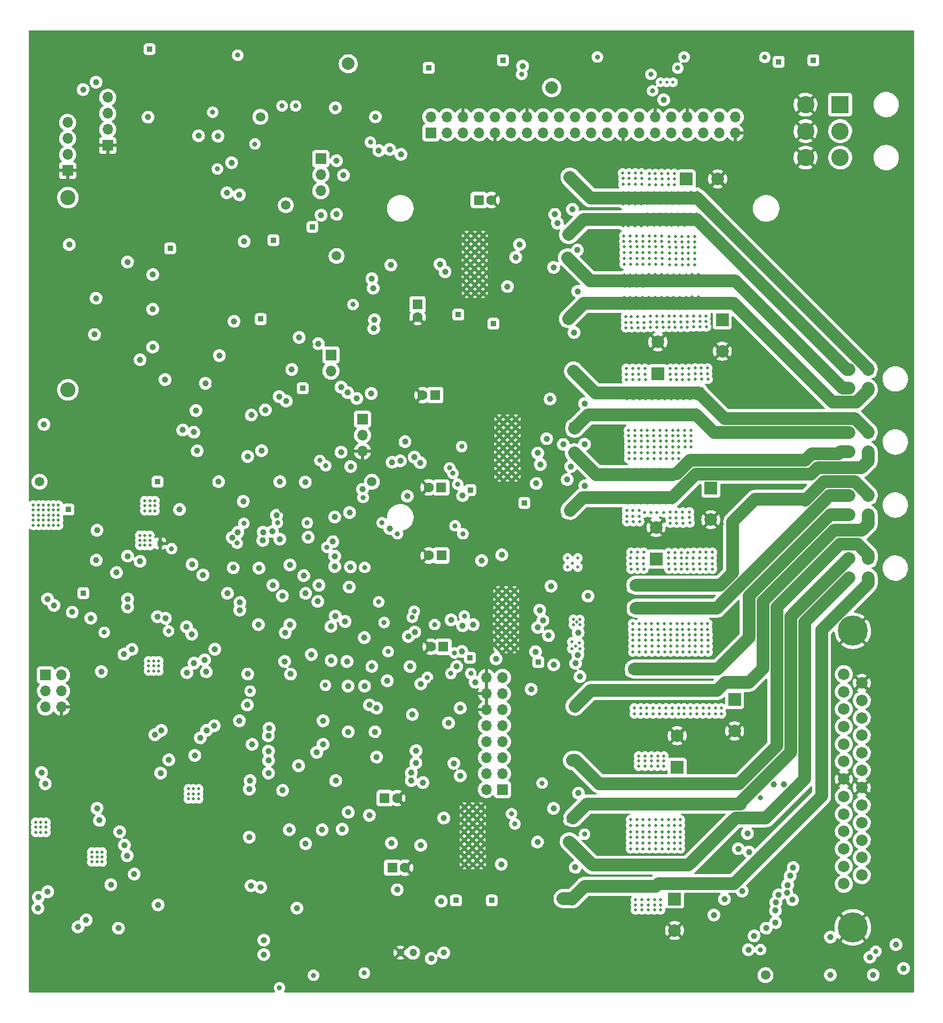
<source format=gbr>
%TF.GenerationSoftware,KiCad,Pcbnew,6.0.6+dfsg-1~bpo11+1*%
%TF.CreationDate,2022-11-12T15:23:50-08:00*%
%TF.ProjectId,BuildboticsController,4275696c-6462-46f7-9469-6373436f6e74,rev?*%
%TF.SameCoordinates,Original*%
%TF.FileFunction,Copper,L4,Bot*%
%TF.FilePolarity,Positive*%
%FSLAX46Y46*%
G04 Gerber Fmt 4.6, Leading zero omitted, Abs format (unit mm)*
G04 Created by KiCad (PCBNEW 6.0.6+dfsg-1~bpo11+1) date 2022-11-12 15:23:50*
%MOMM*%
%LPD*%
G01*
G04 APERTURE LIST*
%TA.AperFunction,ComponentPad*%
%ADD10R,1.700000X1.700000*%
%TD*%
%TA.AperFunction,ComponentPad*%
%ADD11O,1.700000X1.700000*%
%TD*%
%TA.AperFunction,ComponentPad*%
%ADD12R,0.850000X0.850000*%
%TD*%
%TA.AperFunction,ComponentPad*%
%ADD13C,0.499999*%
%TD*%
%TA.AperFunction,ComponentPad*%
%ADD14R,1.600000X1.600000*%
%TD*%
%TA.AperFunction,ComponentPad*%
%ADD15C,1.600000*%
%TD*%
%TA.AperFunction,ComponentPad*%
%ADD16R,2.000000X2.000000*%
%TD*%
%TA.AperFunction,ComponentPad*%
%ADD17C,2.000000*%
%TD*%
%TA.AperFunction,ComponentPad*%
%ADD18C,1.200000*%
%TD*%
%TA.AperFunction,ComponentPad*%
%ADD19R,2.750000X2.750000*%
%TD*%
%TA.AperFunction,ComponentPad*%
%ADD20C,2.750000*%
%TD*%
%TA.AperFunction,ComponentPad*%
%ADD21C,2.400000*%
%TD*%
%TA.AperFunction,ComponentPad*%
%ADD22O,2.400000X2.400000*%
%TD*%
%TA.AperFunction,ComponentPad*%
%ADD23C,4.770000*%
%TD*%
%TA.AperFunction,ComponentPad*%
%ADD24C,1.830000*%
%TD*%
%TA.AperFunction,ComponentPad*%
%ADD25R,1.570000X1.570000*%
%TD*%
%TA.AperFunction,ComponentPad*%
%ADD26C,1.570000*%
%TD*%
%TA.AperFunction,ViaPad*%
%ADD27C,1.000000*%
%TD*%
%TA.AperFunction,ViaPad*%
%ADD28C,0.500000*%
%TD*%
%TA.AperFunction,ViaPad*%
%ADD29C,1.500000*%
%TD*%
%TA.AperFunction,ViaPad*%
%ADD30C,0.800000*%
%TD*%
%TA.AperFunction,ViaPad*%
%ADD31C,2.000000*%
%TD*%
%TA.AperFunction,Conductor*%
%ADD32C,2.000000*%
%TD*%
%TA.AperFunction,Conductor*%
%ADD33C,0.650000*%
%TD*%
G04 APERTURE END LIST*
D10*
%TO.P,J11,1,Pin_1*%
%TO.N,/Microprocessor/serial_cts*%
X67900000Y-41375000D03*
D11*
%TO.P,J11,2,Pin_2*%
%TO.N,/Microprocessor/serial_rx*%
X67900000Y-43915000D03*
%TO.P,J11,3,Pin_3*%
%TO.N,/Microprocessor/serial_tx*%
X67900000Y-46455000D03*
%TD*%
D12*
%TO.P,TP13,1,1*%
%TO.N,GND*%
X42400000Y-102370000D03*
%TD*%
%TO.P,TP8,1,1*%
%TO.N,Net-(C16-Pad1)*%
X58380000Y-66800000D03*
%TD*%
%TO.P,TP3,1,1*%
%TO.N,/Power Supply/Vdd*%
X60386000Y-54290000D03*
%TD*%
D10*
%TO.P,J12,1,Pin_1*%
%TO.N,/Microprocessor/sda*%
X74500000Y-82675000D03*
D11*
%TO.P,J12,2,Pin_2*%
%TO.N,/Microprocessor/scl*%
X74500000Y-85215000D03*
%TO.P,J12,3,Pin_3*%
%TO.N,GND*%
X74500000Y-87755000D03*
%TD*%
D13*
%TO.P,U9,39,PAD*%
%TO.N,GND*%
X96000000Y-112550000D03*
X95950000Y-115150001D03*
X96000000Y-119050000D03*
X98550000Y-113850000D03*
X97250000Y-113850000D03*
X97300000Y-119050000D03*
X95950000Y-116450001D03*
X97300000Y-112550000D03*
X95950000Y-113850000D03*
X98600000Y-109949999D03*
X98600000Y-119050000D03*
X98600000Y-117750000D03*
X96000000Y-111250000D03*
X97250000Y-115150001D03*
X98600000Y-112550000D03*
X97300000Y-111250000D03*
X98550000Y-116450001D03*
X98600000Y-111250000D03*
X96000000Y-109949999D03*
X97300000Y-117750000D03*
X97300000Y-109949999D03*
X98550000Y-115150001D03*
X97250000Y-116450001D03*
X96000000Y-117750000D03*
%TD*%
D12*
%TO.P,TP6,1,1*%
%TO.N,Net-(TP6-Pad1)*%
X40750000Y-24000000D03*
%TD*%
D13*
%TO.P,U8,14,PAD*%
%TO.N,Net-(U8-Pad13)*%
X121749999Y-29250000D03*
%TO.P,U8,15,PAD*%
X122750000Y-29275400D03*
%TO.P,U8,16,PAD*%
X123750001Y-29250000D03*
%TD*%
D10*
%TO.P,J10,1,Pin_1*%
%TO.N,unconnected-(J10-Pad1)*%
X85370000Y-37270000D03*
D11*
%TO.P,J10,2,Pin_2*%
%TO.N,+5V*%
X85370000Y-34730000D03*
%TO.P,J10,3,Pin_3*%
%TO.N,/Microprocessor/sda*%
X87910000Y-37270000D03*
%TO.P,J10,4,Pin_4*%
%TO.N,+5V*%
X87910000Y-34730000D03*
%TO.P,J10,5,Pin_5*%
%TO.N,/Microprocessor/scl*%
X90450000Y-37270000D03*
%TO.P,J10,6,Pin_6*%
%TO.N,GND*%
X90450000Y-34730000D03*
%TO.P,J10,7,Pin_7*%
%TO.N,/Power Supply/pwr_tx*%
X92990000Y-37270000D03*
%TO.P,J10,8,Pin_8*%
%TO.N,/Microprocessor/serial_rx*%
X92990000Y-34730000D03*
%TO.P,J10,9,Pin_9*%
%TO.N,GND*%
X95530000Y-37270000D03*
%TO.P,J10,10,Pin_10*%
%TO.N,/Microprocessor/serial_tx*%
X95530000Y-34730000D03*
%TO.P,J10,11,Pin_11*%
%TO.N,unconnected-(J10-Pad11)*%
X98070000Y-37270000D03*
%TO.P,J10,12,Pin_12*%
%TO.N,unconnected-(J10-Pad12)*%
X98070000Y-34730000D03*
%TO.P,J10,13,Pin_13*%
%TO.N,/Microprocessor/reset*%
X100610000Y-37270000D03*
%TO.P,J10,14,Pin_14*%
%TO.N,GND*%
X100610000Y-34730000D03*
%TO.P,J10,15,Pin_15*%
%TO.N,unconnected-(J10-Pad15)*%
X103150000Y-37270000D03*
%TO.P,J10,16,Pin_16*%
%TO.N,/Microprocessor/pdi*%
X103150000Y-34730000D03*
%TO.P,J10,17,Pin_17*%
%TO.N,unconnected-(J10-Pad17)*%
X105690000Y-37270000D03*
%TO.P,J10,18,Pin_18*%
%TO.N,unconnected-(J10-Pad18)*%
X105690000Y-34730000D03*
%TO.P,J10,19,Pin_19*%
%TO.N,unconnected-(J10-Pad19)*%
X108230000Y-37270000D03*
%TO.P,J10,20,Pin_20*%
%TO.N,unconnected-(J10-Pad20)*%
X108230000Y-34730000D03*
%TO.P,J10,21,Pin_21*%
%TO.N,unconnected-(J10-Pad21)*%
X110770000Y-37270000D03*
%TO.P,J10,22,Pin_22*%
%TO.N,unconnected-(J10-Pad22)*%
X110770000Y-34730000D03*
%TO.P,J10,23,Pin_23*%
%TO.N,unconnected-(J10-Pad23)*%
X113310000Y-37270000D03*
%TO.P,J10,24,Pin_24*%
%TO.N,unconnected-(J10-Pad24)*%
X113310000Y-34730000D03*
%TO.P,J10,25,Pin_25*%
%TO.N,GND*%
X115850000Y-37270000D03*
%TO.P,J10,26,Pin_26*%
%TO.N,unconnected-(J10-Pad26)*%
X115850000Y-34730000D03*
%TO.P,J10,27,Pin_27*%
%TO.N,unconnected-(J10-Pad27)*%
X118390000Y-37270000D03*
%TO.P,J10,28,Pin_28*%
%TO.N,unconnected-(J10-Pad28)*%
X118390000Y-34730000D03*
%TO.P,J10,29,Pin_29*%
%TO.N,/Power Supply/pwr_rx*%
X120930000Y-37270000D03*
%TO.P,J10,30,Pin_30*%
%TO.N,GND*%
X120930000Y-34730000D03*
%TO.P,J10,31,Pin_31*%
%TO.N,unconnected-(J10-Pad31)*%
X123470000Y-37270000D03*
%TO.P,J10,32,Pin_32*%
%TO.N,unconnected-(J10-Pad32)*%
X123470000Y-34730000D03*
%TO.P,J10,33,Pin_33*%
%TO.N,unconnected-(J10-Pad33)*%
X126010000Y-37270000D03*
%TO.P,J10,34,Pin_34*%
%TO.N,GND*%
X126010000Y-34730000D03*
%TO.P,J10,35,Pin_35*%
%TO.N,unconnected-(J10-Pad35)*%
X128550000Y-37270000D03*
%TO.P,J10,36,Pin_36*%
%TO.N,/Microprocessor/serial_cts*%
X128550000Y-34730000D03*
%TO.P,J10,37,Pin_37*%
%TO.N,unconnected-(J10-Pad37)*%
X131090000Y-37270000D03*
%TO.P,J10,38,Pin_38*%
%TO.N,unconnected-(J10-Pad38)*%
X131090000Y-34730000D03*
%TO.P,J10,39,Pin_39*%
%TO.N,GND*%
X133630000Y-37270000D03*
%TO.P,J10,40,Pin_40*%
%TO.N,unconnected-(J10-Pad40)*%
X133630000Y-34730000D03*
%TD*%
D14*
%TO.P,C58,1*%
%TO.N,Vs*%
X86035113Y-78870000D03*
D15*
%TO.P,C58,2*%
%TO.N,GND*%
X84035113Y-78870000D03*
%TD*%
D12*
%TO.P,TP14,1,1*%
%TO.N,/Power Supply/Vin*%
X146000000Y-25750000D03*
%TD*%
D16*
%TO.P,C55,1*%
%TO.N,Vs*%
X129750000Y-93632323D03*
D17*
%TO.P,C55,2*%
%TO.N,GND*%
X129750000Y-98632323D03*
%TD*%
D16*
%TO.P,C66,1*%
%TO.N,Vs*%
X131550000Y-66910000D03*
D17*
%TO.P,C66,2*%
%TO.N,GND*%
X131550000Y-71910000D03*
%TD*%
D10*
%TO.P,J4,1,Pin_1*%
%TO.N,/Microprocessor/pdi*%
X24250000Y-123250000D03*
D11*
%TO.P,J4,2,Pin_2*%
%TO.N,+3.3V*%
X26790000Y-123250000D03*
%TO.P,J4,3,Pin_3*%
%TO.N,unconnected-(J4-Pad3)*%
X24250000Y-125790000D03*
%TO.P,J4,4,Pin_4*%
%TO.N,unconnected-(J4-Pad4)*%
X26790000Y-125790000D03*
%TO.P,J4,5,Pin_5*%
%TO.N,/Microprocessor/reset*%
X24250000Y-128330000D03*
%TO.P,J4,6,Pin_6*%
%TO.N,GND*%
X26790000Y-128330000D03*
%TD*%
D12*
%TO.P,TP21,1,1*%
%TO.N,Net-(R58-Pad2)*%
X89700000Y-66100000D03*
%TD*%
%TO.P,TP4,1,1*%
%TO.N,Net-(Q5-Pad1)*%
X85000000Y-27000000D03*
%TD*%
D16*
%TO.P,C2,1*%
%TO.N,Vs*%
X124000000Y-158750000D03*
D17*
%TO.P,C2,2*%
%TO.N,GND*%
X124000000Y-163750000D03*
%TD*%
D12*
%TO.P,TP17,1,1*%
%TO.N,Net-(R42-Pad2)*%
X91550000Y-120500000D03*
%TD*%
D10*
%TO.P,J6,1,Pin_1*%
%TO.N,unconnected-(J6-Pad1)*%
X96700000Y-141400000D03*
D11*
%TO.P,J6,2,Pin_2*%
%TO.N,/MotorDriver0/enable*%
X94160000Y-141400000D03*
%TO.P,J6,3,Pin_3*%
%TO.N,/Microprocessor/step_0*%
X96700000Y-138860000D03*
%TO.P,J6,4,Pin_4*%
%TO.N,/Microprocessor/dir_0*%
X94160000Y-138860000D03*
%TO.P,J6,5,Pin_5*%
%TO.N,/Microprocessor/step_1*%
X96700000Y-136320000D03*
%TO.P,J6,6,Pin_6*%
%TO.N,/Microprocessor/dir_1*%
X94160000Y-136320000D03*
%TO.P,J6,7,Pin_7*%
%TO.N,/Microprocessor/step_2*%
X96700000Y-133780000D03*
%TO.P,J6,8,Pin_8*%
%TO.N,/Microprocessor/dir_2*%
X94160000Y-133780000D03*
%TO.P,J6,9,Pin_9*%
%TO.N,/Microprocessor/step_3*%
X96700000Y-131240000D03*
%TO.P,J6,10,Pin_10*%
%TO.N,/Microprocessor/dir_3*%
X94160000Y-131240000D03*
%TO.P,J6,11,Pin_11*%
%TO.N,+5V*%
X96700000Y-128700000D03*
%TO.P,J6,12,Pin_12*%
%TO.N,GND*%
X94160000Y-128700000D03*
%TO.P,J6,13,Pin_13*%
%TO.N,+5V*%
X96700000Y-126160000D03*
%TO.P,J6,14,Pin_14*%
%TO.N,GND*%
X94160000Y-126160000D03*
%TO.P,J6,15,Pin_15*%
%TO.N,/Peripherals/spin_0to10*%
X96700000Y-123620000D03*
%TO.P,J6,16,Pin_16*%
%TO.N,GND*%
X94160000Y-123620000D03*
%TD*%
D16*
%TO.P,C44,1*%
%TO.N,Vs*%
X133500000Y-127132323D03*
D17*
%TO.P,C44,2*%
%TO.N,GND*%
X133500000Y-132132323D03*
%TD*%
D12*
%TO.P,TP2,1,1*%
%TO.N,Net-(Q5-Pad4)*%
X96750000Y-25750000D03*
%TD*%
%TO.P,TP12,1,1*%
%TO.N,Net-(TP12-Pad1)*%
X30250000Y-110250000D03*
%TD*%
D14*
%TO.P,C68,1*%
%TO.N,Vs*%
X92958888Y-47940000D03*
D15*
%TO.P,C68,2*%
%TO.N,GND*%
X94958888Y-47940000D03*
%TD*%
D18*
%TO.P,C93,1*%
%TO.N,Vs*%
X82522000Y-167282000D03*
%TO.P,C93,2*%
%TO.N,GND*%
X80522000Y-167282000D03*
%TD*%
D14*
%TO.P,C46,1*%
%TO.N,Vs*%
X87340000Y-118750000D03*
D15*
%TO.P,C46,2*%
%TO.N,GND*%
X85340000Y-118750000D03*
%TD*%
D19*
%TO.P,J2,1,1*%
%TO.N,/Power Supply/Vin*%
X150250000Y-32800000D03*
D20*
%TO.P,J2,2,2*%
X150250000Y-37000000D03*
%TO.P,J2,3,3*%
X150250000Y-41200000D03*
%TO.P,J2,4,4*%
%TO.N,GND*%
X144750000Y-32800000D03*
%TO.P,J2,5,5*%
X144750000Y-37000000D03*
%TO.P,J2,6,6*%
X144750000Y-41200000D03*
%TD*%
D16*
%TO.P,C56,1*%
%TO.N,Vs*%
X121340000Y-75440000D03*
D17*
%TO.P,C56,2*%
%TO.N,GND*%
X121340000Y-70440000D03*
%TD*%
D12*
%TO.P,TP19,1,1*%
%TO.N,Net-(R50-Pad2)*%
X91620000Y-93900000D03*
%TD*%
D14*
%TO.P,C67,1*%
%TO.N,Vs*%
X83240000Y-64490000D03*
D15*
%TO.P,C67,2*%
%TO.N,GND*%
X83240000Y-66490000D03*
%TD*%
D12*
%TO.P,TP18,1,1*%
%TO.N,Net-(C43-Pad1)*%
X102400000Y-121200000D03*
%TD*%
D21*
%TO.P,R25,1*%
%TO.N,Vs*%
X27800000Y-47555000D03*
D22*
%TO.P,R25,2*%
%TO.N,Net-(Q8-Pad4)*%
X27800000Y-78035000D03*
%TD*%
D12*
%TO.P,TP22,1,1*%
%TO.N,Net-(C64-Pad1)*%
X95270000Y-67540000D03*
%TD*%
%TO.P,TP20,1,1*%
%TO.N,Net-(C54-Pad1)*%
X100160000Y-95940000D03*
%TD*%
%TO.P,TP11,1,1*%
%TO.N,+5V*%
X42000000Y-92600000D03*
%TD*%
%TO.P,TP16,1,1*%
%TO.N,Net-(C1-Pad1)*%
X95000000Y-159000000D03*
%TD*%
D23*
%TO.P,J5,0,PAD*%
%TO.N,GND*%
X152250000Y-116230000D03*
X152250000Y-163270000D03*
D24*
%TO.P,J5,1,1*%
%TO.N,/Microprocessor/out_1*%
X150830000Y-156370000D03*
%TO.P,J5,2,2*%
%TO.N,/Microprocessor/out_2*%
X150830000Y-153600000D03*
%TO.P,J5,3,3*%
%TO.N,/Microprocessor/in_3*%
X150830000Y-150830000D03*
%TO.P,J5,4,4*%
%TO.N,/Microprocessor/in_4*%
X150830000Y-148060000D03*
%TO.P,J5,5,5*%
%TO.N,/Microprocessor/in_5*%
X150830000Y-145290000D03*
%TO.P,J5,6,6*%
%TO.N,/Peripherals/spin_0to10*%
X150830000Y-142520000D03*
%TO.P,J5,7,7*%
%TO.N,GND*%
X150830000Y-139750000D03*
%TO.P,J5,8,8*%
%TO.N,/Microprocessor/in_8*%
X150830000Y-136980000D03*
%TO.P,J5,9,9*%
%TO.N,/Microprocessor/in_9*%
X150830000Y-134210000D03*
%TO.P,J5,10,10*%
%TO.N,/Microprocessor/in_10*%
X150830000Y-131440000D03*
%TO.P,J5,11,11*%
%TO.N,/Microprocessor/in_11*%
X150830000Y-128670000D03*
%TO.P,J5,12,12*%
%TO.N,/Microprocessor/in_12*%
X150830000Y-125900000D03*
%TO.P,J5,13,13*%
%TO.N,/Peripherals/rs485-*%
X150830000Y-123130000D03*
%TO.P,J5,14,P14*%
%TO.N,/Peripherals/rs485+*%
X153670000Y-154985000D03*
%TO.P,J5,15,P15*%
%TO.N,/Microprocessor/out_15*%
X153670000Y-152215000D03*
%TO.P,J5,16,P16*%
%TO.N,/Microprocessor/out_16*%
X153670000Y-149445000D03*
%TO.P,J5,17,P17*%
%TO.N,/Microprocessor/spin_pwm*%
X153670000Y-146675000D03*
%TO.P,J5,18,P18*%
%TO.N,/Microprocessor/analog_2*%
X153670000Y-143905000D03*
%TO.P,J5,19,P19*%
%TO.N,GND*%
X153670000Y-141135000D03*
%TO.P,J5,20,P20*%
%TO.N,+5V*%
X153670000Y-138365000D03*
%TO.P,J5,21,P21*%
%TO.N,/Microprocessor/out_21*%
X153670000Y-135595000D03*
%TO.P,J5,22,P22*%
%TO.N,/Microprocessor/in_22*%
X153670000Y-132825000D03*
%TO.P,J5,23,P23*%
%TO.N,/Microprocessor/in_23*%
X153670000Y-130055000D03*
%TO.P,J5,24,P24*%
%TO.N,/Microprocessor/analog_1*%
X153670000Y-127285000D03*
%TO.P,J5,25,P25*%
%TO.N,GND*%
X153670000Y-124515000D03*
%TD*%
D10*
%TO.P,J13,1,Pin_1*%
%TO.N,GND*%
X27750000Y-43250000D03*
D11*
%TO.P,J13,2,Pin_2*%
%TO.N,+5V*%
X27750000Y-40710000D03*
%TO.P,J13,3,Pin_3*%
%TO.N,/Raspberry Pi/5V_sda*%
X27750000Y-38170000D03*
%TO.P,J13,4,Pin_4*%
%TO.N,/Raspberry Pi/5V_scl*%
X27750000Y-35630000D03*
%TD*%
D14*
%TO.P,C4,1*%
%TO.N,Vs*%
X79244888Y-153800000D03*
D15*
%TO.P,C4,2*%
%TO.N,GND*%
X81244888Y-153800000D03*
%TD*%
D25*
%TO.P,J8,1,1*%
%TO.N,Net-(J8-Pad1)*%
X154679999Y-84800000D03*
D26*
%TO.P,J8,2,2*%
%TO.N,Net-(J8-Pad2)*%
X151679999Y-84800000D03*
%TO.P,J8,3,3*%
%TO.N,Net-(J8-Pad3)*%
X151679999Y-87800000D03*
%TO.P,J8,4,4*%
%TO.N,Net-(J8-Pad4)*%
X154679999Y-87800000D03*
%TD*%
D14*
%TO.P,C57,1*%
%TO.N,Vs*%
X87005112Y-93510000D03*
D15*
%TO.P,C57,2*%
%TO.N,GND*%
X85005112Y-93510000D03*
%TD*%
D25*
%TO.P,J9,1,1*%
%TO.N,Net-(J9-Pad1)*%
X154679999Y-74800000D03*
D26*
%TO.P,J9,2,2*%
%TO.N,Net-(J9-Pad2)*%
X151679999Y-74800000D03*
%TO.P,J9,3,3*%
%TO.N,Net-(J9-Pad3)*%
X151679999Y-77800000D03*
%TO.P,J9,4,4*%
%TO.N,Net-(J9-Pad4)*%
X154679999Y-77800000D03*
%TD*%
D13*
%TO.P,U1,39,PAD*%
%TO.N,GND*%
X91950000Y-148100000D03*
X93250000Y-149400001D03*
X93250000Y-150700001D03*
X90650000Y-150700001D03*
X90700000Y-145500000D03*
X93300000Y-145500000D03*
X92000000Y-145500000D03*
X90700000Y-152000000D03*
X90700000Y-153300000D03*
X90650000Y-148100000D03*
X92000000Y-144199999D03*
X92000000Y-146800000D03*
X93300000Y-152000000D03*
X92000000Y-152000000D03*
X91950000Y-149400001D03*
X90700000Y-144199999D03*
X91950000Y-150700001D03*
X92000000Y-153300000D03*
X93300000Y-144199999D03*
X90650000Y-149400001D03*
X93300000Y-153300000D03*
X90700000Y-146800000D03*
X93250000Y-148100000D03*
X93300000Y-146800000D03*
%TD*%
D10*
%TO.P,J3,1,Pin_1*%
%TO.N,/Power Supply/en*%
X69500000Y-72500000D03*
D11*
%TO.P,J3,2,Pin_2*%
%TO.N,Net-(J3-Pad2)*%
X69500000Y-75040000D03*
%TD*%
D25*
%TO.P,J7,1,1*%
%TO.N,Net-(J7-Pad1)*%
X154679999Y-94800000D03*
D26*
%TO.P,J7,2,2*%
%TO.N,Net-(J7-Pad2)*%
X151679999Y-94800000D03*
%TO.P,J7,3,3*%
%TO.N,Net-(J7-Pad3)*%
X151679999Y-97800000D03*
%TO.P,J7,4,4*%
%TO.N,Net-(J7-Pad4)*%
X154679999Y-97800000D03*
%TD*%
D16*
%TO.P,C45,1*%
%TO.N,Vs*%
X121050000Y-104850000D03*
D17*
%TO.P,C45,2*%
%TO.N,GND*%
X121050000Y-99850000D03*
%TD*%
D14*
%TO.P,C47,1*%
%TO.N,Vs*%
X87015112Y-104290000D03*
D15*
%TO.P,C47,2*%
%TO.N,GND*%
X85015112Y-104290000D03*
%TD*%
D12*
%TO.P,TP1,1,1*%
%TO.N,Net-(TP1-Pad1)*%
X140500000Y-26000000D03*
%TD*%
%TO.P,TP10,1,1*%
%TO.N,+3.3V*%
X27900000Y-97000000D03*
%TD*%
D16*
%TO.P,C3,1*%
%TO.N,Vs*%
X124400000Y-137867677D03*
D17*
%TO.P,C3,2*%
%TO.N,GND*%
X124400000Y-132867677D03*
%TD*%
D12*
%TO.P,TP9,1,1*%
%TO.N,Net-(C18-Pad2)*%
X65000000Y-77800000D03*
%TD*%
D25*
%TO.P,J1,1,1*%
%TO.N,Net-(J1-Pad1)*%
X154679999Y-104800000D03*
D26*
%TO.P,J1,2,2*%
%TO.N,Net-(J1-Pad2)*%
X151679999Y-104800000D03*
%TO.P,J1,3,3*%
%TO.N,Net-(J1-Pad3)*%
X151679999Y-107800000D03*
%TO.P,J1,4,4*%
%TO.N,Net-(J1-Pad4)*%
X154679999Y-107800000D03*
%TD*%
D14*
%TO.P,C5,1*%
%TO.N,Vs*%
X78014888Y-142780000D03*
D15*
%TO.P,C5,2*%
%TO.N,GND*%
X80014888Y-142780000D03*
%TD*%
D12*
%TO.P,TP5,1,1*%
%TO.N,Vs*%
X66560000Y-52190000D03*
%TD*%
%TO.P,TP7,1,1*%
%TO.N,Net-(Q7-Pad3)*%
X44000000Y-55600000D03*
%TD*%
D13*
%TO.P,U12,39,PAD*%
%TO.N,GND*%
X91030000Y-54890000D03*
X92280000Y-57490000D03*
X92330000Y-56190000D03*
X93580000Y-58790001D03*
X92280000Y-58790001D03*
X92330000Y-53589999D03*
X93630000Y-54890000D03*
X93580000Y-60090001D03*
X90980000Y-57490000D03*
X93630000Y-53589999D03*
X91030000Y-61390000D03*
X93630000Y-61390000D03*
X93630000Y-62690000D03*
X91030000Y-53589999D03*
X90980000Y-58790001D03*
X92330000Y-62690000D03*
X92330000Y-61390000D03*
X93630000Y-56190000D03*
X93580000Y-57490000D03*
X92280000Y-60090001D03*
X92330000Y-54890000D03*
X91030000Y-62690000D03*
X90980000Y-60090001D03*
X91030000Y-56190000D03*
%TD*%
%TO.P,U11,39,PAD*%
%TO.N,GND*%
X98800000Y-82699999D03*
X97500000Y-90500000D03*
X98800000Y-84000000D03*
X96200000Y-91800000D03*
X96200000Y-85300000D03*
X96150000Y-87900001D03*
X96150000Y-86600000D03*
X98750000Y-86600000D03*
X97450000Y-87900001D03*
X97450000Y-89200001D03*
X98750000Y-89200001D03*
X98800000Y-85300000D03*
X97450000Y-86600000D03*
X97500000Y-85300000D03*
X97500000Y-91800000D03*
X97500000Y-84000000D03*
X98750000Y-87900001D03*
X98800000Y-90500000D03*
X96200000Y-82699999D03*
X98800000Y-91800000D03*
X96200000Y-84000000D03*
X96150000Y-89200001D03*
X97500000Y-82699999D03*
X96200000Y-90500000D03*
%TD*%
D16*
%TO.P,C65,1*%
%TO.N,Vs*%
X125832323Y-44600000D03*
D17*
%TO.P,C65,2*%
%TO.N,GND*%
X130832323Y-44600000D03*
%TD*%
D10*
%TO.P,J14,1,Pin_1*%
%TO.N,GND*%
X34100000Y-39280000D03*
D11*
%TO.P,J14,2,Pin_2*%
%TO.N,/Power Supply/pwr_rx*%
X34100000Y-36740000D03*
%TO.P,J14,3,Pin_3*%
%TO.N,+3.3V*%
X34100000Y-34200000D03*
%TO.P,J14,4,Pin_4*%
%TO.N,/Power Supply/pwr_tx*%
X34100000Y-31660000D03*
%TD*%
D12*
%TO.P,TP15,1,1*%
%TO.N,Net-(R7-Pad2)*%
X89300000Y-159000000D03*
%TD*%
D27*
%TO.N,Net-(Q1-Pad4)*%
X108750000Y-141980000D03*
X104790000Y-144400000D03*
D28*
%TO.N,Vs*%
X124600000Y-129400000D03*
X124980000Y-66360000D03*
X118400000Y-118700000D03*
X117730000Y-87090000D03*
X117800000Y-45400000D03*
X122180000Y-68110000D03*
X120000000Y-146200000D03*
X124400000Y-117750000D03*
X130000000Y-103800000D03*
X119000000Y-57200000D03*
X118800000Y-158900000D03*
X123000000Y-150800000D03*
X120300000Y-136900000D03*
X121730000Y-88940000D03*
X128990000Y-66300000D03*
X124900000Y-148100000D03*
X118600000Y-129400000D03*
X129000000Y-106450000D03*
X118000000Y-150800000D03*
X118000000Y-146200000D03*
X126200000Y-57300000D03*
X124000000Y-148100000D03*
X124030000Y-68110000D03*
X125580000Y-84440000D03*
X129280000Y-76340000D03*
X128000000Y-103800000D03*
X128500000Y-128500000D03*
X118050000Y-105600000D03*
X119050000Y-105600000D03*
X117170000Y-68170000D03*
X123050000Y-105600000D03*
X127990000Y-66300000D03*
X116950000Y-53600000D03*
X123080000Y-67260000D03*
X116730000Y-88040000D03*
X124400000Y-119600000D03*
X119050000Y-104700000D03*
X118000000Y-57200000D03*
X123000000Y-45500000D03*
X123320000Y-75550000D03*
X119730000Y-86190000D03*
X122000000Y-148100000D03*
X117000000Y-146200000D03*
X118000000Y-149000000D03*
X123730000Y-86190000D03*
X118300000Y-137700000D03*
X127200000Y-58200000D03*
X120000000Y-57200000D03*
X120130000Y-67260000D03*
X119300000Y-136900000D03*
X118750000Y-43650000D03*
X117400000Y-117750000D03*
X117800000Y-158900000D03*
X120000000Y-150800000D03*
X117400000Y-118700000D03*
X124900000Y-149900000D03*
X119370000Y-76400000D03*
X117600000Y-128500000D03*
X127990000Y-67200000D03*
X127500000Y-129400000D03*
X117950000Y-53600000D03*
X119000000Y-146200000D03*
X129300000Y-118700000D03*
X125980000Y-67260000D03*
X121000000Y-58100000D03*
X117680000Y-84440000D03*
X121300000Y-137700000D03*
X126300000Y-118700000D03*
X124350000Y-116000000D03*
X119000000Y-55350000D03*
X117320000Y-75550000D03*
X117100000Y-106450000D03*
X121950000Y-54500000D03*
X119950000Y-43750000D03*
X127200000Y-56350000D03*
X124630000Y-88940000D03*
X125300000Y-119600000D03*
X115800000Y-45400000D03*
X124900000Y-146200000D03*
X124260000Y-98300000D03*
X126990000Y-66300000D03*
X117800000Y-160500000D03*
X122000000Y-150800000D03*
X122400000Y-118700000D03*
X120600000Y-129400000D03*
X126950000Y-104700000D03*
X116680000Y-84440000D03*
X119320000Y-75550000D03*
X128040000Y-68050000D03*
X125220000Y-74650000D03*
X123600000Y-128500000D03*
X123730000Y-87090000D03*
X121300000Y-136900000D03*
X125100000Y-106450000D03*
X119320000Y-74650000D03*
X118100000Y-103800000D03*
X117950000Y-54500000D03*
X124630000Y-86190000D03*
X121130000Y-66360000D03*
X121180000Y-68110000D03*
X119800000Y-159700000D03*
X120350000Y-116000000D03*
X124630000Y-88040000D03*
X117600000Y-129400000D03*
X116390000Y-97170000D03*
X121000000Y-146200000D03*
D29*
X62355000Y-48755000D03*
D28*
X128950000Y-104700000D03*
X118370000Y-76400000D03*
X115750000Y-43650000D03*
X125250000Y-116000000D03*
X122000000Y-58100000D03*
X125200000Y-58200000D03*
X122000000Y-44600000D03*
X122400000Y-117750000D03*
X117120000Y-66420000D03*
X128300000Y-119600000D03*
X121000000Y-149000000D03*
X126200000Y-58200000D03*
X118320000Y-74650000D03*
X124270000Y-76400000D03*
X128000000Y-106450000D03*
X121600000Y-128500000D03*
X126300000Y-117750000D03*
X120000000Y-58100000D03*
X116950000Y-54500000D03*
X127500000Y-128500000D03*
X123050000Y-104700000D03*
X122300000Y-136100000D03*
X118050000Y-104700000D03*
X121800000Y-159700000D03*
X124100000Y-106450000D03*
X125200000Y-57300000D03*
X123980000Y-66360000D03*
X117730000Y-88940000D03*
X127200000Y-55450000D03*
X124050000Y-104700000D03*
X122000000Y-56250000D03*
X119800000Y-158900000D03*
X120600000Y-128500000D03*
X117120000Y-67320000D03*
X120800000Y-158900000D03*
X127300000Y-116850000D03*
X122350000Y-115100000D03*
X119000000Y-58100000D03*
X120000000Y-44600000D03*
X121350000Y-115100000D03*
X118320000Y-75550000D03*
X129230000Y-75490000D03*
X124900000Y-150800000D03*
X120300000Y-136100000D03*
X118680000Y-85340000D03*
X123730000Y-88040000D03*
X125250000Y-115100000D03*
X119730000Y-88940000D03*
X129950000Y-104700000D03*
X120680000Y-85340000D03*
X125300000Y-118700000D03*
X120000000Y-55350000D03*
X126050000Y-103850000D03*
X121400000Y-117750000D03*
X120730000Y-88940000D03*
X117370000Y-76400000D03*
X117730000Y-86190000D03*
X121680000Y-84440000D03*
X127280000Y-76340000D03*
X122400000Y-119600000D03*
X130500000Y-128500000D03*
X125050000Y-105600000D03*
X124200000Y-57300000D03*
X119000000Y-56250000D03*
X124400000Y-118700000D03*
X118800000Y-45400000D03*
X118730000Y-87090000D03*
X123200000Y-55450000D03*
X116440000Y-98920000D03*
X121950000Y-53600000D03*
X116320000Y-75550000D03*
X129000000Y-103800000D03*
X125050000Y-104700000D03*
X118950000Y-53600000D03*
X122400000Y-116850000D03*
X126200000Y-56350000D03*
X129300000Y-119600000D03*
X120000000Y-149900000D03*
X126630000Y-87090000D03*
X128950000Y-105600000D03*
X118730000Y-86190000D03*
X122300000Y-137700000D03*
X119680000Y-85340000D03*
X122730000Y-87090000D03*
X129500000Y-129400000D03*
X117000000Y-55350000D03*
X117800000Y-44500000D03*
X120180000Y-68110000D03*
X126580000Y-84440000D03*
X121400000Y-119600000D03*
X116270000Y-68170000D03*
X125260000Y-98300000D03*
X117750000Y-43650000D03*
X116220000Y-67320000D03*
X121000000Y-149900000D03*
X119200000Y-97520000D03*
X118170000Y-68170000D03*
X129040000Y-68050000D03*
X123350000Y-116000000D03*
X121000000Y-56250000D03*
X116800000Y-44500000D03*
X119120000Y-67320000D03*
X117000000Y-57200000D03*
X118000000Y-147100000D03*
X118400000Y-119600000D03*
X119400000Y-117750000D03*
X119000000Y-150800000D03*
X117000000Y-150800000D03*
X119350000Y-116000000D03*
X124000000Y-147100000D03*
X128300000Y-118700000D03*
X118300000Y-136100000D03*
X123260000Y-97400000D03*
X122730000Y-86190000D03*
X124400000Y-116850000D03*
X120200000Y-97520000D03*
X116220000Y-66420000D03*
X119100000Y-103800000D03*
X121200000Y-97520000D03*
X116800000Y-45400000D03*
X128990000Y-67200000D03*
X128280000Y-76340000D03*
X117390000Y-98070000D03*
X120800000Y-160500000D03*
X117800000Y-159700000D03*
X121730000Y-87090000D03*
X118390000Y-97170000D03*
X122000000Y-146200000D03*
X123000000Y-147100000D03*
X125050000Y-103850000D03*
X128230000Y-74590000D03*
X118000000Y-149900000D03*
X116370000Y-76400000D03*
X130500000Y-129400000D03*
X116730000Y-87090000D03*
X116750000Y-43650000D03*
X127300000Y-119600000D03*
X126030000Y-68110000D03*
X123400000Y-118700000D03*
X131400000Y-129400000D03*
X121130000Y-67260000D03*
X120950000Y-53600000D03*
X125260000Y-97400000D03*
X124600000Y-128500000D03*
X122680000Y-84440000D03*
X124000000Y-149900000D03*
X119950000Y-53600000D03*
X121730000Y-86190000D03*
X126580000Y-85340000D03*
X128500000Y-129400000D03*
X121400000Y-116850000D03*
X117730000Y-88040000D03*
X125630000Y-87090000D03*
X117440000Y-98920000D03*
X131400000Y-128500000D03*
X117000000Y-58100000D03*
X128300000Y-116850000D03*
X117390000Y-97170000D03*
X125500000Y-129400000D03*
X117350000Y-116000000D03*
X121800000Y-158900000D03*
X123100000Y-106450000D03*
X117320000Y-74650000D03*
X118000000Y-58100000D03*
D27*
X87400000Y-145925499D03*
D28*
X118390000Y-98070000D03*
X117050000Y-104700000D03*
X126630000Y-86190000D03*
X122310000Y-97490000D03*
X118730000Y-88940000D03*
X120350000Y-115100000D03*
X117400000Y-119600000D03*
X126000000Y-106450000D03*
X118000000Y-56250000D03*
X124260000Y-97400000D03*
X118600000Y-128500000D03*
X121000000Y-55350000D03*
X118120000Y-66420000D03*
D27*
X84100000Y-140300000D03*
D28*
X122000000Y-45500000D03*
X124580000Y-85340000D03*
X123200000Y-56350000D03*
X118100000Y-106450000D03*
X118950000Y-54500000D03*
X125580000Y-85340000D03*
X115800000Y-44500000D03*
X125950000Y-104700000D03*
X116000000Y-55350000D03*
X126370000Y-98270000D03*
X122600000Y-128500000D03*
X130000000Y-106450000D03*
X125220000Y-75550000D03*
X123680000Y-84440000D03*
X118730000Y-88040000D03*
X122730000Y-88040000D03*
X120300000Y-137700000D03*
X115950000Y-54500000D03*
X127000000Y-106450000D03*
X121400000Y-118700000D03*
X124200000Y-55450000D03*
X127150000Y-53700000D03*
X119170000Y-68170000D03*
X125300000Y-117750000D03*
X126950000Y-105600000D03*
X121800000Y-160500000D03*
X126270000Y-76400000D03*
X129250000Y-115100000D03*
X127250000Y-116000000D03*
X127300000Y-118700000D03*
X116730000Y-86190000D03*
X127950000Y-104700000D03*
X122350000Y-116000000D03*
X119400000Y-118700000D03*
X123680000Y-85340000D03*
X121730000Y-88040000D03*
X120950000Y-54500000D03*
X117000000Y-148100000D03*
X119730000Y-87090000D03*
X119400000Y-116850000D03*
X125270000Y-76400000D03*
X127040000Y-68050000D03*
X126990000Y-67200000D03*
X123000000Y-146200000D03*
X127230000Y-75490000D03*
X118400000Y-117750000D03*
X117000000Y-147100000D03*
X120400000Y-118700000D03*
X126300000Y-116850000D03*
X128250000Y-115100000D03*
X125980000Y-66360000D03*
X119300000Y-137700000D03*
X124200000Y-56350000D03*
X123000000Y-44600000D03*
X124220000Y-74650000D03*
X123600000Y-129400000D03*
X127200000Y-57300000D03*
X120000000Y-45500000D03*
X118350000Y-115100000D03*
X126220000Y-75550000D03*
X116000000Y-56250000D03*
X122950000Y-43750000D03*
X125300000Y-116850000D03*
X124200000Y-58200000D03*
X122130000Y-66360000D03*
X124000000Y-45500000D03*
X127300000Y-117750000D03*
X121000000Y-44600000D03*
X118120000Y-67320000D03*
X119800000Y-160500000D03*
X126150000Y-53700000D03*
X121000000Y-148100000D03*
X121680000Y-85340000D03*
X120730000Y-86190000D03*
X124350000Y-115100000D03*
X126500000Y-129400000D03*
X119350000Y-115100000D03*
X120680000Y-84440000D03*
X129950000Y-105600000D03*
X119300000Y-136100000D03*
X117000000Y-56250000D03*
X123320000Y-74650000D03*
X123980000Y-67260000D03*
X126220000Y-74650000D03*
X124000000Y-146200000D03*
X121000000Y-57200000D03*
X125500000Y-128500000D03*
X120000000Y-147100000D03*
X123150000Y-54600000D03*
X118800000Y-159700000D03*
X123950000Y-43750000D03*
X119000000Y-148100000D03*
X123200000Y-58200000D03*
X123730000Y-88940000D03*
X122730000Y-88940000D03*
X120130000Y-66360000D03*
X126250000Y-116000000D03*
X119680000Y-84440000D03*
X119000000Y-149000000D03*
X125950000Y-105600000D03*
X122000000Y-149900000D03*
X115950000Y-53600000D03*
X123050000Y-103850000D03*
X124900000Y-147100000D03*
X120000000Y-149000000D03*
X124000000Y-44600000D03*
X121950000Y-43750000D03*
X120950000Y-43750000D03*
X118000000Y-148100000D03*
X124310000Y-99150000D03*
X119000000Y-149900000D03*
X123350000Y-115100000D03*
X122000000Y-147100000D03*
X122000000Y-149000000D03*
X123000000Y-149000000D03*
X127000000Y-103800000D03*
X125200000Y-56350000D03*
X118800000Y-160500000D03*
X117350000Y-115100000D03*
X119000000Y-147100000D03*
X123370000Y-76400000D03*
X123400000Y-117750000D03*
X129300000Y-116850000D03*
X117400000Y-116850000D03*
X116320000Y-74650000D03*
X122000000Y-55350000D03*
X120400000Y-117750000D03*
X118350000Y-116000000D03*
X125150000Y-53700000D03*
X129250000Y-116000000D03*
X124630000Y-87090000D03*
X127230000Y-74590000D03*
X118800000Y-44500000D03*
X120800000Y-159700000D03*
X122000000Y-57200000D03*
X119120000Y-66420000D03*
X122680000Y-85340000D03*
X116730000Y-88940000D03*
X117050000Y-105600000D03*
X123000000Y-149900000D03*
X119600000Y-129400000D03*
X119600000Y-128500000D03*
X124050000Y-103850000D03*
X125150000Y-54600000D03*
X122300000Y-136900000D03*
X121000000Y-45500000D03*
X123130000Y-68110000D03*
X125200000Y-55450000D03*
X124980000Y-67260000D03*
X116000000Y-57200000D03*
X117000000Y-149000000D03*
X124150000Y-54600000D03*
X125310000Y-99150000D03*
X128300000Y-117750000D03*
X118440000Y-98920000D03*
X116000000Y-58100000D03*
X121350000Y-116000000D03*
X123400000Y-119600000D03*
X126200000Y-55450000D03*
X127950000Y-105600000D03*
X117000000Y-149900000D03*
X125030000Y-68110000D03*
X124900000Y-149000000D03*
X120400000Y-116850000D03*
X120400000Y-119600000D03*
X116390000Y-98070000D03*
X128250000Y-116000000D03*
X123400000Y-116850000D03*
X117100000Y-103800000D03*
X118400000Y-116850000D03*
X119100000Y-106450000D03*
X119950000Y-54500000D03*
X117680000Y-85340000D03*
X127150000Y-54600000D03*
X118300000Y-136900000D03*
X124220000Y-75550000D03*
X120730000Y-87090000D03*
X118680000Y-84440000D03*
X129500000Y-128500000D03*
X116680000Y-85340000D03*
X126150000Y-54600000D03*
X120000000Y-148100000D03*
X124000000Y-149000000D03*
X122600000Y-129400000D03*
X120000000Y-56250000D03*
X126300000Y-119600000D03*
X128230000Y-75490000D03*
X121000000Y-150800000D03*
X119400000Y-119600000D03*
X121300000Y-136100000D03*
X124050000Y-105600000D03*
X118000000Y-55350000D03*
X123080000Y-66360000D03*
X125630000Y-86190000D03*
X123260000Y-98300000D03*
X126500000Y-128500000D03*
X123000000Y-148100000D03*
X119730000Y-88040000D03*
X129300000Y-117750000D03*
X124150000Y-53700000D03*
X120730000Y-88040000D03*
X127250000Y-115100000D03*
X129230000Y-74590000D03*
X121000000Y-147100000D03*
X123200000Y-57300000D03*
X126370000Y-97370000D03*
X124000000Y-150800000D03*
X122130000Y-67260000D03*
X124580000Y-84440000D03*
X123150000Y-53700000D03*
X121600000Y-129400000D03*
X126250000Y-115100000D03*
X123310000Y-99150000D03*
X126420000Y-99120000D03*
%TO.N,Net-(J1-Pad1)*%
X116400000Y-140900000D03*
X119400000Y-140900000D03*
X117400000Y-140900000D03*
X108700000Y-136400000D03*
X108700000Y-137100000D03*
X120400000Y-140000000D03*
X108000000Y-137100000D03*
X118400000Y-140000000D03*
X107300000Y-136400000D03*
X117400000Y-140000000D03*
X120400000Y-140900000D03*
X118400000Y-140900000D03*
X119400000Y-140000000D03*
X107300000Y-137100000D03*
X108000000Y-136400000D03*
X116400000Y-140000000D03*
%TO.N,Net-(J1-Pad2)*%
X117500000Y-143200000D03*
X107100000Y-146400000D03*
X120500000Y-143200000D03*
X116500000Y-144100000D03*
X107100000Y-145700000D03*
X119500000Y-144100000D03*
X107800000Y-146400000D03*
X108500000Y-146400000D03*
X119500000Y-143200000D03*
X117500000Y-144100000D03*
X120500000Y-144100000D03*
X118500000Y-144100000D03*
X108500000Y-145700000D03*
X107800000Y-145700000D03*
X116500000Y-143200000D03*
X118500000Y-143200000D03*
D27*
%TO.N,Net-(C24-Pad1)*%
X46000000Y-84400000D03*
X48100000Y-81300000D03*
D28*
%TO.N,Net-(J1-Pad4)*%
X106900000Y-158400000D03*
X117800000Y-157100000D03*
X116800000Y-156200000D03*
X116800000Y-157100000D03*
X108300000Y-159100000D03*
X120800000Y-157100000D03*
X106900000Y-159100000D03*
X119800000Y-156200000D03*
X120800000Y-156200000D03*
X107600000Y-158400000D03*
X118800000Y-156200000D03*
X119800000Y-157100000D03*
X108300000Y-158400000D03*
D27*
X96500000Y-153250000D03*
D28*
X117800000Y-156200000D03*
X118800000Y-157100000D03*
X107600000Y-159100000D03*
%TO.N,Net-(J1-Pad3)*%
X107300000Y-150000000D03*
X119800000Y-152700000D03*
X117800000Y-153600000D03*
X118800000Y-153600000D03*
X120800000Y-153600000D03*
X108000000Y-150000000D03*
X118800000Y-152700000D03*
X106600000Y-149300000D03*
X116800000Y-153600000D03*
X119800000Y-153600000D03*
X116800000Y-152700000D03*
X120800000Y-152700000D03*
X107300000Y-149300000D03*
X106600000Y-150000000D03*
X117800000Y-152700000D03*
X108000000Y-149300000D03*
%TO.N,GND*%
X98330000Y-70630000D03*
X126350000Y-70660000D03*
X116600000Y-133400000D03*
D29*
X108600000Y-41800000D03*
D28*
X126350000Y-69860000D03*
X109430000Y-70740000D03*
X109000000Y-162000000D03*
X110600000Y-132600000D03*
X113600000Y-133400000D03*
X126970000Y-101910000D03*
X102330000Y-69830000D03*
D27*
X43350000Y-112750000D03*
D28*
X109430000Y-69940000D03*
X97330000Y-69830000D03*
X111600000Y-131800000D03*
X98330000Y-69830000D03*
X111430000Y-71540000D03*
X114320000Y-101790000D03*
X99330000Y-69830000D03*
X113430000Y-70740000D03*
X129700000Y-132500000D03*
X117320000Y-100190000D03*
X128700000Y-131700000D03*
X110430000Y-69940000D03*
X125970000Y-100310000D03*
X109600000Y-133400000D03*
X129320000Y-72330000D03*
X97330000Y-70630000D03*
X127350000Y-70660000D03*
X125970000Y-101110000D03*
X101330000Y-71430000D03*
X128700000Y-133300000D03*
D27*
X99578200Y-134223800D03*
D28*
X127970000Y-101110000D03*
X111430000Y-70740000D03*
D27*
X43700000Y-126550000D03*
D28*
X120600000Y-131800000D03*
D30*
X26200000Y-28600000D03*
D27*
X81700000Y-145900000D03*
D28*
X115400000Y-72410000D03*
X124350000Y-71460000D03*
X113600000Y-131800000D03*
X128350000Y-70660000D03*
X110430000Y-70740000D03*
D30*
X73340000Y-154620000D03*
D28*
X116320000Y-100990000D03*
X110430000Y-71540000D03*
X115430000Y-69940000D03*
X130970000Y-101110000D03*
X112430000Y-69940000D03*
X128350000Y-69860000D03*
X114000000Y-162800000D03*
X114320000Y-100990000D03*
X121600000Y-131800000D03*
X103330000Y-70630000D03*
X129700000Y-131700000D03*
X114430000Y-71540000D03*
D27*
X30100100Y-144899900D03*
D28*
X125350000Y-71460000D03*
D30*
X69022000Y-166304000D03*
D28*
X112320000Y-100190000D03*
X131610000Y-99290000D03*
D30*
X57750000Y-40750000D03*
D28*
X111000000Y-162000000D03*
D30*
X77250000Y-42250000D03*
D28*
X127350000Y-69860000D03*
X99330000Y-70630000D03*
X128970000Y-100310000D03*
X130970000Y-100310000D03*
D27*
X84516000Y-50266000D03*
X97220000Y-67340000D03*
D29*
X48962500Y-95362500D03*
D28*
X118000000Y-162000000D03*
X117600000Y-132600000D03*
X126970000Y-101110000D03*
X127320000Y-72330000D03*
D30*
X71100000Y-66100000D03*
D28*
X100330000Y-71430000D03*
X112320000Y-100990000D03*
X109320000Y-100190000D03*
X124970000Y-101910000D03*
X109600000Y-132600000D03*
X103330000Y-69830000D03*
X97300000Y-72300000D03*
X119600000Y-131800000D03*
X119600000Y-133400000D03*
X118000000Y-163600000D03*
D27*
X66200000Y-70800000D03*
D28*
X131610000Y-98490000D03*
X130700000Y-133300000D03*
X110320000Y-100990000D03*
X131700000Y-133300000D03*
X127700000Y-133300000D03*
D30*
X64704000Y-168590000D03*
D28*
X111320000Y-100190000D03*
X114320000Y-100190000D03*
X100300000Y-72300000D03*
D27*
X22750000Y-31250000D03*
D28*
X125970000Y-101910000D03*
X118600000Y-133400000D03*
D30*
X84940000Y-110480000D03*
D28*
X112430000Y-70740000D03*
X117320000Y-100990000D03*
X115600000Y-132600000D03*
X124970000Y-101110000D03*
X108600000Y-132600000D03*
D27*
X28900000Y-152300000D03*
D28*
X122970000Y-101910000D03*
X126320000Y-72330000D03*
X116000000Y-163600000D03*
X109000000Y-162800000D03*
D27*
X54462500Y-148962500D03*
D28*
X115320000Y-100990000D03*
D27*
X38650000Y-117100000D03*
D28*
X113430000Y-71540000D03*
X100330000Y-70630000D03*
X113000000Y-162000000D03*
X123350000Y-69860000D03*
X126700000Y-132500000D03*
X119320000Y-100990000D03*
X115430000Y-71540000D03*
X115000000Y-162800000D03*
X112000000Y-162800000D03*
D27*
X126700000Y-150100000D03*
D28*
X114000000Y-163600000D03*
X129350000Y-70660000D03*
X99330000Y-71430000D03*
D27*
X51000000Y-44800000D03*
D28*
X127350000Y-71460000D03*
D30*
X48360000Y-99490000D03*
D28*
X131700000Y-132500000D03*
X109430000Y-71540000D03*
X102330000Y-71430000D03*
X121600000Y-132600000D03*
X130700000Y-132500000D03*
D27*
X70212500Y-126037500D03*
D28*
X112600000Y-131800000D03*
D29*
X44800000Y-44200000D03*
D28*
X109320000Y-101790000D03*
X123970000Y-100310000D03*
D30*
X53500000Y-26000000D03*
D28*
X113000000Y-163600000D03*
X126700000Y-131700000D03*
D30*
X120250000Y-29250000D03*
D28*
X127970000Y-101910000D03*
D27*
X78500000Y-55500000D03*
D28*
X102330000Y-70630000D03*
X130700000Y-131700000D03*
D27*
X85712500Y-124394000D03*
D28*
X113600000Y-132600000D03*
X128320000Y-72330000D03*
X123350000Y-71460000D03*
D30*
X87750000Y-27250000D03*
D28*
X129970000Y-100310000D03*
D27*
X51000000Y-79200000D03*
D28*
X130970000Y-101910000D03*
X127700000Y-131700000D03*
X117000000Y-162000000D03*
D27*
X30900500Y-103798500D03*
X144886200Y-158786200D03*
D28*
X128970000Y-101110000D03*
X119600000Y-132600000D03*
D30*
X36500000Y-26600000D03*
D28*
X114600000Y-132600000D03*
X98330000Y-71430000D03*
X115320000Y-101790000D03*
X121600000Y-133400000D03*
D27*
X59300000Y-89700000D03*
X83500000Y-133250000D03*
X78500000Y-129450000D03*
X53000000Y-77200000D03*
D28*
X123320000Y-72330000D03*
X110320000Y-100190000D03*
X117000000Y-163600000D03*
D27*
X40732750Y-170018750D03*
D28*
X101330000Y-69830000D03*
X116000000Y-162000000D03*
D27*
X46924000Y-158430000D03*
D28*
X123970000Y-101110000D03*
D30*
X57846000Y-160970000D03*
D28*
X99300000Y-72300000D03*
X117600000Y-131800000D03*
X125320000Y-72330000D03*
D27*
X52550000Y-118800000D03*
D28*
X115000000Y-162000000D03*
X114400000Y-72410000D03*
X101300000Y-72300000D03*
D30*
X72853475Y-32678475D03*
D28*
X112430000Y-71540000D03*
X124970000Y-100310000D03*
X118600000Y-131800000D03*
X122970000Y-100310000D03*
D27*
X98200000Y-121300000D03*
X83060000Y-83720000D03*
D28*
X115600000Y-133400000D03*
X120600000Y-132600000D03*
X101330000Y-70630000D03*
X119320000Y-100190000D03*
X108600000Y-131800000D03*
X128700000Y-132500000D03*
X103330000Y-71430000D03*
X111400000Y-72410000D03*
X111320000Y-100990000D03*
X115430000Y-70740000D03*
X129700000Y-133300000D03*
X129970000Y-101110000D03*
X118320000Y-100190000D03*
X124350000Y-69860000D03*
X112400000Y-72410000D03*
X118320000Y-101790000D03*
X129970000Y-101910000D03*
D27*
X77500000Y-133250000D03*
X46900000Y-113150000D03*
D28*
X114430000Y-69940000D03*
D30*
X45800000Y-42600000D03*
D28*
X113000000Y-162800000D03*
X127970000Y-100310000D03*
X110320000Y-101790000D03*
X128970000Y-101910000D03*
X110400000Y-72410000D03*
X125350000Y-69860000D03*
D29*
X41100000Y-99100000D03*
D28*
X122970000Y-101110000D03*
X116320000Y-100190000D03*
X111430000Y-69940000D03*
X109600000Y-131800000D03*
X120600000Y-133400000D03*
X97330000Y-71430000D03*
D27*
X51000000Y-77200000D03*
D28*
X116320000Y-101790000D03*
D27*
X96630000Y-94480000D03*
D28*
X116000000Y-162800000D03*
X103300000Y-72300000D03*
X118600000Y-132600000D03*
X112600000Y-132600000D03*
X112000000Y-163600000D03*
X110000000Y-162800000D03*
X100330000Y-69830000D03*
D27*
X50500000Y-52750000D03*
D28*
X109400000Y-72410000D03*
X114600000Y-131800000D03*
X114600000Y-133400000D03*
X111600000Y-133400000D03*
D27*
X28890000Y-118806000D03*
X47940000Y-123886000D03*
D28*
X114430000Y-70740000D03*
X110600000Y-131800000D03*
X113400000Y-72410000D03*
X113320000Y-100990000D03*
D30*
X57911999Y-159257999D03*
D28*
X126350000Y-71460000D03*
X113430000Y-69940000D03*
X111320000Y-101790000D03*
X110600000Y-133400000D03*
X126700000Y-133300000D03*
X124320000Y-72330000D03*
X109320000Y-100990000D03*
X114000000Y-162000000D03*
X126970000Y-100310000D03*
X123970000Y-101910000D03*
X115000000Y-163600000D03*
X119320000Y-101790000D03*
D27*
X132600000Y-150700000D03*
D28*
X118320000Y-100990000D03*
X117000000Y-162800000D03*
X111000000Y-163600000D03*
X128350000Y-71460000D03*
X112320000Y-101790000D03*
X125350000Y-70660000D03*
X123350000Y-70660000D03*
X108600000Y-133400000D03*
X110000000Y-163600000D03*
X116600000Y-132600000D03*
X111000000Y-162800000D03*
X127700000Y-132500000D03*
D27*
X53000000Y-79200000D03*
D28*
X110000000Y-162000000D03*
X115600000Y-131800000D03*
X111600000Y-132600000D03*
X117600000Y-133400000D03*
X112000000Y-162000000D03*
X115320000Y-100190000D03*
D27*
X57000000Y-85800000D03*
D28*
X118000000Y-162800000D03*
X129350000Y-69860000D03*
D27*
X24750000Y-39500000D03*
D28*
X113320000Y-101790000D03*
X131700000Y-131700000D03*
X112600000Y-133400000D03*
X109000000Y-163600000D03*
X102300000Y-72300000D03*
X117320000Y-101790000D03*
D27*
X84492000Y-156608000D03*
D28*
X129350000Y-71460000D03*
D27*
X34732000Y-161224000D03*
D28*
X113320000Y-100190000D03*
X131610000Y-97690000D03*
X116600000Y-131800000D03*
D27*
X89330000Y-78910000D03*
D28*
X98300000Y-72300000D03*
D27*
X30922000Y-171130000D03*
X70600000Y-51900000D03*
D28*
X124350000Y-70660000D03*
D27*
X61773800Y-97099999D03*
%TO.N,/MotorDriver0/enable*%
X76750000Y-128500000D03*
X90000000Y-139250000D03*
D30*
X90650000Y-113900000D03*
X77075000Y-111645000D03*
D27*
X81250001Y-86249999D03*
X82250000Y-140000000D03*
X79000000Y-58250000D03*
X90000000Y-128500000D03*
D31*
%TO.N,/Power Supply/Vdd*%
X104500000Y-30100000D03*
D29*
X70400000Y-56800000D03*
D31*
X72253975Y-26324500D03*
D27*
%TO.N,Net-(Q3-Pad4)*%
X108250000Y-153750000D03*
X102250000Y-149750000D03*
D30*
%TO.N,Net-(Q2-Pad4)*%
X98670000Y-146870000D03*
X109710000Y-148490000D03*
%TO.N,/Power Supply/Vin*%
X125500000Y-25250000D03*
X138300000Y-25300000D03*
X73000000Y-64500000D03*
%TO.N,Net-(TP1-Pad1)*%
X124500000Y-27000000D03*
D27*
%TO.N,/Power Supply/en*%
X51800000Y-72600000D03*
X54140000Y-67150000D03*
%TO.N,+5V*%
X135540000Y-148371099D03*
X51700000Y-92600000D03*
D30*
X61344000Y-172850000D03*
D29*
X58330000Y-34730000D03*
D27*
X76570000Y-34730000D03*
X55000000Y-47099500D03*
X82037500Y-121912500D03*
X53750000Y-42000000D03*
X89450000Y-121900000D03*
D29*
X76000000Y-92600000D03*
D27*
X65434000Y-92666000D03*
X48500000Y-37750000D03*
D29*
X23300000Y-92600000D03*
D27*
X135800000Y-151300000D03*
X76000000Y-121900000D03*
X61400000Y-92600000D03*
D29*
X138400000Y-170850000D03*
D27*
%TO.N,/Power Supply/shunt*%
X53000000Y-46800000D03*
X51600000Y-37800000D03*
D30*
%TO.N,/Power Supply/vin_ref*%
X111750000Y-25250000D03*
X61750000Y-33000000D03*
%TO.N,/Power Supply/vout_ref*%
X50750000Y-34000000D03*
X51500000Y-43000000D03*
%TO.N,/Power Supply/pwr_rx*%
X63900000Y-33000000D03*
D27*
X30200000Y-30400000D03*
D30*
%TO.N,/Power Supply/enable*%
X54725000Y-24975000D03*
X120250000Y-28000000D03*
%TO.N,/Power Supply/imon*%
X57455000Y-39045000D03*
X75750000Y-38750000D03*
D27*
%TO.N,Net-(R18-Pad2)*%
X32250000Y-29250000D03*
X40500000Y-34789500D03*
%TO.N,Net-(C25-Pad2)*%
X49600000Y-77000000D03*
X43200000Y-76400000D03*
D28*
%TO.N,+3.3V*%
X32400000Y-152900000D03*
D27*
X58000000Y-115250000D03*
D28*
X24700000Y-97100000D03*
X31600000Y-152900000D03*
X41600000Y-96400000D03*
D27*
X39250000Y-73250000D03*
D28*
X25500000Y-97100000D03*
X23100000Y-99500000D03*
X40600000Y-121800000D03*
X42200000Y-121000000D03*
X40000000Y-101100000D03*
X24300000Y-148200000D03*
D27*
X69488099Y-115539584D03*
D28*
X39200000Y-101900000D03*
X22300000Y-96300000D03*
X40800000Y-102700000D03*
X33200000Y-152900000D03*
X26300000Y-97900000D03*
X24300000Y-146600000D03*
X23900000Y-99500000D03*
X40800000Y-101900000D03*
X46900000Y-141300000D03*
X23900000Y-98700000D03*
X42200000Y-121800000D03*
X48500000Y-142900000D03*
X25500000Y-98700000D03*
X31600000Y-152100000D03*
X25500000Y-97900000D03*
D27*
X31430000Y-114234000D03*
D28*
X22300000Y-99500000D03*
X22700000Y-148200000D03*
X46900000Y-142100000D03*
X47700000Y-142900000D03*
X22700000Y-147400000D03*
X33200000Y-152100000D03*
X22300000Y-98700000D03*
X26300000Y-98700000D03*
X39200000Y-102700000D03*
X23500000Y-146600000D03*
D27*
X46670000Y-122870000D03*
D28*
X23100000Y-97100000D03*
X26300000Y-96300000D03*
X40000000Y-96400000D03*
X40000000Y-102700000D03*
X22300000Y-97100000D03*
X33200000Y-151300000D03*
D27*
X43250000Y-114250000D03*
X51092595Y-119164594D03*
D28*
X41400000Y-122600000D03*
D27*
X49210000Y-107376000D03*
D28*
X40800000Y-97200000D03*
X40800000Y-96400000D03*
X23100000Y-96300000D03*
X42200000Y-122600000D03*
X41600000Y-97200000D03*
D27*
X56690000Y-140000000D03*
D28*
X24700000Y-97900000D03*
X40000000Y-95600000D03*
X23900000Y-97100000D03*
X47700000Y-141300000D03*
X41400000Y-121800000D03*
X40800000Y-95600000D03*
X23900000Y-96300000D03*
D27*
X41250000Y-65250000D03*
D28*
X23100000Y-97900000D03*
X26300000Y-97100000D03*
X46900000Y-142900000D03*
X26300000Y-99500000D03*
X23500000Y-148200000D03*
X47700000Y-142100000D03*
D27*
X70250000Y-140000000D03*
D28*
X41400000Y-121000000D03*
X23900000Y-97900000D03*
X48500000Y-142100000D03*
X40600000Y-121000000D03*
D27*
X42606000Y-132014000D03*
D28*
X22300000Y-97900000D03*
X25500000Y-96300000D03*
X32400000Y-151300000D03*
D27*
X41250000Y-59750000D03*
D28*
X24700000Y-96300000D03*
X24700000Y-98700000D03*
D27*
X72450000Y-97480000D03*
D28*
X48500000Y-141300000D03*
X24300000Y-147400000D03*
X31600000Y-151300000D03*
X22700000Y-146600000D03*
X32400000Y-152100000D03*
X40600000Y-122600000D03*
X40800000Y-101100000D03*
X24700000Y-99500000D03*
X40000000Y-97200000D03*
X40000000Y-101900000D03*
X23500000Y-147400000D03*
X41600000Y-95600000D03*
X39200000Y-101100000D03*
X23100000Y-98700000D03*
X25500000Y-99500000D03*
D27*
%TO.N,/Microprocessor/stall_3*%
X41600000Y-132700000D03*
X33100000Y-122700000D03*
%TO.N,/Microprocessor/stall_1*%
X69550000Y-120950000D03*
X37950000Y-119175500D03*
D30*
%TO.N,/Microprocessor/stall_2*%
X44230000Y-103221590D03*
X43755000Y-116275000D03*
X68860000Y-102980000D03*
X33560000Y-116480000D03*
D28*
%TO.N,Net-(J7-Pad1)*%
X119450000Y-108600000D03*
X124450000Y-109500000D03*
X122450000Y-109500000D03*
X107050000Y-104700000D03*
X117850000Y-109000000D03*
X107800000Y-105500000D03*
X126350000Y-108600000D03*
X123450000Y-109500000D03*
X129350000Y-108600000D03*
X125350000Y-109500000D03*
X120450000Y-108600000D03*
X118450000Y-108600000D03*
X122450000Y-108600000D03*
X121450000Y-108600000D03*
X118450000Y-109500000D03*
X120450000Y-109500000D03*
X119450000Y-109500000D03*
X128850000Y-109000000D03*
X128350000Y-109500000D03*
X125350000Y-108600000D03*
X127350000Y-108600000D03*
X123450000Y-108600000D03*
X128350000Y-108600000D03*
X117150000Y-109500000D03*
X124450000Y-108600000D03*
X108650000Y-104700000D03*
X108668696Y-106112034D03*
X129350000Y-109500000D03*
X121450000Y-109500000D03*
X127350000Y-109500000D03*
X117150000Y-108600000D03*
X107050000Y-106100000D03*
X126350000Y-109500000D03*
%TO.N,Net-(J7-Pad2)*%
X121500000Y-112250000D03*
X120500000Y-113150000D03*
X123500000Y-113150000D03*
X126400000Y-113150000D03*
X119500000Y-112250000D03*
X119500000Y-113150000D03*
X128400000Y-112250000D03*
X129400000Y-112250000D03*
X107950000Y-115300000D03*
X129400000Y-113150000D03*
X107950000Y-114400000D03*
X122500000Y-113150000D03*
X118500000Y-113150000D03*
X120500000Y-112250000D03*
X121500000Y-113150000D03*
X124500000Y-112250000D03*
X108950000Y-115300000D03*
X108950000Y-114450000D03*
X127400000Y-113150000D03*
X117900000Y-112650000D03*
X123500000Y-112250000D03*
X118500000Y-112250000D03*
X128900000Y-112650000D03*
X125400000Y-113150000D03*
X127400000Y-112250000D03*
X117200000Y-113150000D03*
X117200000Y-112250000D03*
X125400000Y-112250000D03*
X124500000Y-113150000D03*
X122500000Y-112250000D03*
X128400000Y-113150000D03*
X108450000Y-114850000D03*
X126400000Y-112250000D03*
%TO.N,Net-(J7-Pad3)*%
X108950000Y-119100000D03*
X128600000Y-122300000D03*
X118200000Y-122800000D03*
X129100000Y-121900000D03*
X123200000Y-121900000D03*
X122200000Y-121900000D03*
X125100000Y-121900000D03*
X120200000Y-121900000D03*
X127100000Y-122800000D03*
D27*
X103100000Y-114600000D03*
D28*
X116900000Y-122800000D03*
X128100000Y-121900000D03*
X127100000Y-121900000D03*
X116900000Y-121900000D03*
X122200000Y-122800000D03*
X107700000Y-118000000D03*
X126100000Y-121900000D03*
X123200000Y-122800000D03*
X129100000Y-122800000D03*
X124200000Y-122800000D03*
X125100000Y-122800000D03*
X121200000Y-122800000D03*
X108900000Y-118150000D03*
X121200000Y-121900000D03*
X117600000Y-122300000D03*
X107700000Y-119100000D03*
X120200000Y-122800000D03*
X124200000Y-121900000D03*
X128100000Y-122800000D03*
X119200000Y-121900000D03*
X108300000Y-118650000D03*
X126100000Y-122800000D03*
X118200000Y-121900000D03*
X119200000Y-122800000D03*
%TO.N,Net-(J7-Pad4)*%
X119600000Y-126200000D03*
X129500000Y-125300000D03*
X128500000Y-126200000D03*
X117300000Y-125300000D03*
X126500000Y-125300000D03*
X126500000Y-126200000D03*
X124600000Y-126200000D03*
X127500000Y-126200000D03*
X108900000Y-127500000D03*
X127500000Y-125300000D03*
X122600000Y-125300000D03*
X121600000Y-126200000D03*
X118600000Y-125300000D03*
X129000000Y-125700000D03*
X121600000Y-125300000D03*
X120600000Y-126200000D03*
X124600000Y-125300000D03*
X123600000Y-125300000D03*
X119600000Y-125300000D03*
X120600000Y-125300000D03*
X108900000Y-128200000D03*
X118600000Y-126200000D03*
X129500000Y-126200000D03*
X125500000Y-126200000D03*
X125500000Y-125300000D03*
X108200000Y-128200000D03*
X123600000Y-126200000D03*
X128500000Y-125300000D03*
D27*
X101950000Y-119550000D03*
D28*
X117300000Y-126200000D03*
X118000000Y-125700000D03*
X108200000Y-127500000D03*
X122600000Y-126200000D03*
D27*
%TO.N,Net-(Q11-Pad2)*%
X108665000Y-120065000D03*
X102300000Y-115700000D03*
%TO.N,Net-(Q11-Pad3)*%
X108300000Y-121400000D03*
X104000000Y-117000000D03*
%TO.N,Net-(Q11-Pad4)*%
X104824500Y-121650000D03*
X109000000Y-123500000D03*
%TO.N,Net-(Q12-Pad4)*%
X104400000Y-109160000D03*
X110260000Y-110740000D03*
D30*
%TO.N,Net-(Q1-Pad3)*%
X98130000Y-145240000D03*
X102980000Y-140390000D03*
D27*
%TO.N,Net-(Q14-Pad4)*%
X108700000Y-116550000D03*
X102600000Y-112950000D03*
%TO.N,/Microprocessor/drv_fault*%
X81600000Y-94900000D03*
D30*
X90440000Y-100860000D03*
D27*
X74790000Y-117320000D03*
X90386990Y-94806990D03*
X76400000Y-66900000D03*
X80500000Y-89300000D03*
X81780000Y-117140000D03*
D30*
X74860000Y-106190000D03*
D27*
%TO.N,Net-(R42-Pad2)*%
X72050000Y-121100000D03*
D28*
%TO.N,Net-(J8-Pad1)*%
X107970000Y-75050000D03*
X116410000Y-78660000D03*
X124410000Y-78660000D03*
X118410000Y-78660000D03*
X122430000Y-79440000D03*
X121410000Y-77860000D03*
X108430000Y-74500000D03*
X107580000Y-75640000D03*
X127400000Y-79420000D03*
X126410000Y-78660000D03*
X125430000Y-79440000D03*
X126410000Y-77860000D03*
X121430000Y-79440000D03*
X125410000Y-78660000D03*
X128380000Y-77840000D03*
X107560000Y-74570000D03*
X122410000Y-77860000D03*
X119410000Y-77860000D03*
X117430000Y-79440000D03*
X121410000Y-78660000D03*
X117410000Y-78660000D03*
X116430000Y-79440000D03*
X120410000Y-77860000D03*
X127380000Y-77840000D03*
X124430000Y-79440000D03*
X122410000Y-78660000D03*
X120410000Y-78660000D03*
X123410000Y-77860000D03*
X123410000Y-78660000D03*
X118410000Y-77860000D03*
X128380000Y-78640000D03*
X125410000Y-77860000D03*
X128400000Y-79420000D03*
X127380000Y-78640000D03*
X124410000Y-77860000D03*
X108480000Y-75600000D03*
X120430000Y-79440000D03*
X117410000Y-77860000D03*
X116410000Y-77860000D03*
X118430000Y-79440000D03*
X123430000Y-79440000D03*
X126430000Y-79440000D03*
X119430000Y-79440000D03*
X119410000Y-78660000D03*
%TO.N,Net-(J8-Pad2)*%
X117460000Y-81200000D03*
X120460000Y-82000000D03*
X117460000Y-82000000D03*
X108160000Y-84110000D03*
X127430000Y-81180000D03*
X126460000Y-82800000D03*
X124460000Y-82800000D03*
X126460000Y-81200000D03*
X123460000Y-82000000D03*
X118460000Y-82800000D03*
X122460000Y-81200000D03*
X128430000Y-81980000D03*
X124460000Y-81200000D03*
X120460000Y-82800000D03*
X107610000Y-83540000D03*
X119460000Y-82000000D03*
X124460000Y-82000000D03*
X121460000Y-81200000D03*
X107600000Y-84580000D03*
X127430000Y-81980000D03*
X122460000Y-82800000D03*
X118460000Y-81200000D03*
X108690000Y-84580000D03*
X119460000Y-82800000D03*
X116460000Y-82800000D03*
X125460000Y-81200000D03*
X118460000Y-82000000D03*
X121460000Y-82800000D03*
X122460000Y-82000000D03*
X120460000Y-81200000D03*
X125460000Y-82000000D03*
X128430000Y-82780000D03*
X117460000Y-82800000D03*
X121460000Y-82000000D03*
X116460000Y-82000000D03*
X123460000Y-82800000D03*
X119460000Y-81200000D03*
X125460000Y-82800000D03*
X123460000Y-81200000D03*
X126460000Y-82000000D03*
X108610000Y-83540000D03*
X116460000Y-81200000D03*
X127430000Y-82780000D03*
%TO.N,Net-(J8-Pad3)*%
X117720000Y-92260000D03*
X108100000Y-88020000D03*
X107830000Y-87480000D03*
X122720000Y-92260000D03*
X108620000Y-87440000D03*
X120720000Y-92260000D03*
X117720000Y-90660000D03*
X120720000Y-90660000D03*
X107880000Y-88650000D03*
X120720000Y-91460000D03*
X116720000Y-90660000D03*
X116720000Y-91460000D03*
X122720000Y-90660000D03*
X119720000Y-91460000D03*
X121720000Y-90660000D03*
X121720000Y-91460000D03*
X118720000Y-91460000D03*
X108770000Y-88680000D03*
X123720000Y-92260000D03*
X122720000Y-91460000D03*
X118720000Y-92260000D03*
X118720000Y-90660000D03*
X119720000Y-92260000D03*
X123720000Y-90660000D03*
X123720000Y-91460000D03*
X117720000Y-91460000D03*
X121720000Y-92260000D03*
X116720000Y-92260000D03*
X119720000Y-90660000D03*
%TO.N,Net-(J8-Pad4)*%
X122630000Y-95140000D03*
X117630000Y-95940000D03*
X117630000Y-94340000D03*
X120630000Y-95140000D03*
X107440000Y-97130000D03*
X118630000Y-95140000D03*
X119630000Y-94340000D03*
X116630000Y-95940000D03*
X122630000Y-95940000D03*
X116630000Y-94340000D03*
X121630000Y-95940000D03*
X118630000Y-95940000D03*
X106850000Y-96610000D03*
X119630000Y-95940000D03*
X116630000Y-95140000D03*
X122630000Y-94340000D03*
X118630000Y-94340000D03*
X106820000Y-97720000D03*
X108040000Y-96630000D03*
X120630000Y-95940000D03*
X117630000Y-95140000D03*
X123630000Y-94340000D03*
D27*
X102050000Y-92870000D03*
D28*
X123630000Y-95940000D03*
X123630000Y-95140000D03*
X120630000Y-94340000D03*
X121630000Y-94340000D03*
X107930000Y-97700000D03*
X119630000Y-95140000D03*
X121630000Y-95140000D03*
D27*
%TO.N,Net-(Q15-Pad2)*%
X102300000Y-88050000D03*
X107540000Y-90180000D03*
%TO.N,Net-(Q15-Pad3)*%
X106980000Y-92260000D03*
X102700000Y-89860000D03*
%TO.N,Net-(Q15-Pad4)*%
X106350000Y-86690000D03*
X109770000Y-93230000D03*
%TO.N,Net-(Q16-Pad4)*%
X104260000Y-79480000D03*
X109707500Y-80212500D03*
%TO.N,Net-(Q18-Pad4)*%
X109710000Y-86660000D03*
X103700000Y-85770000D03*
D30*
%TO.N,Net-(R50-Pad2)*%
X74600000Y-95100000D03*
D28*
%TO.N,Net-(J9-Pad1)*%
X107950000Y-44800000D03*
X123630000Y-48500000D03*
X108000000Y-43800000D03*
X118750000Y-48550000D03*
X115850000Y-48550000D03*
X118700000Y-47700000D03*
X116750000Y-48550000D03*
X118700000Y-46800000D03*
X125580000Y-46750000D03*
X126590000Y-47590000D03*
X115800000Y-47700000D03*
X115800000Y-46800000D03*
X120710000Y-47640000D03*
X120710000Y-46740000D03*
X125630000Y-48500000D03*
X117750000Y-48550000D03*
X127640000Y-48440000D03*
X126590000Y-46690000D03*
X122730000Y-48500000D03*
X122680000Y-47650000D03*
X119710000Y-46740000D03*
X120760000Y-48490000D03*
X121710000Y-47640000D03*
X121710000Y-46740000D03*
X127590000Y-46690000D03*
X117700000Y-47700000D03*
X107400000Y-44300000D03*
X124580000Y-46750000D03*
X116700000Y-47700000D03*
X121760000Y-48490000D03*
X106800000Y-44800000D03*
X125580000Y-47650000D03*
X117700000Y-46800000D03*
X127590000Y-47590000D03*
X124630000Y-48500000D03*
X123580000Y-47650000D03*
X123580000Y-46750000D03*
X124580000Y-47650000D03*
X119710000Y-47640000D03*
X126640000Y-48440000D03*
X106800000Y-43800000D03*
X119760000Y-48490000D03*
X116700000Y-46800000D03*
X122680000Y-46750000D03*
%TO.N,Net-(J9-Pad2)*%
X118650000Y-50250000D03*
X120660000Y-50190000D03*
X122630000Y-51100000D03*
X125580000Y-51950000D03*
X117650000Y-50250000D03*
X123530000Y-50200000D03*
X116650000Y-51150000D03*
X124530000Y-51100000D03*
X115750000Y-51150000D03*
X125530000Y-50200000D03*
X117700000Y-52000000D03*
X126590000Y-51890000D03*
X126540000Y-50140000D03*
X121660000Y-50190000D03*
X124530000Y-50200000D03*
X119710000Y-51940000D03*
X125530000Y-51100000D03*
X115750000Y-50250000D03*
X120710000Y-51940000D03*
X127540000Y-51040000D03*
X122630000Y-50200000D03*
X121710000Y-51940000D03*
X106600000Y-53800000D03*
X115800000Y-52000000D03*
X107650000Y-52850000D03*
X124580000Y-51950000D03*
X120660000Y-51090000D03*
X106600000Y-52850000D03*
X119660000Y-50190000D03*
X118700000Y-52000000D03*
X107700000Y-53800000D03*
X116650000Y-50250000D03*
X122680000Y-51950000D03*
X107200000Y-53400000D03*
X118650000Y-51150000D03*
X127590000Y-51890000D03*
X121660000Y-51090000D03*
X119660000Y-51090000D03*
X127540000Y-50140000D03*
X123580000Y-51950000D03*
X117650000Y-51150000D03*
X116700000Y-52000000D03*
X123530000Y-51100000D03*
X126540000Y-51040000D03*
%TO.N,Net-(J9-Pad3)*%
X121920000Y-59770000D03*
X119970000Y-61520000D03*
X126800000Y-59720000D03*
X122890000Y-59780000D03*
X125790000Y-60680000D03*
X124790000Y-60680000D03*
X107430000Y-56460000D03*
X125790000Y-59780000D03*
X118910000Y-60730000D03*
X122940000Y-61530000D03*
X123790000Y-59780000D03*
X119920000Y-60670000D03*
X127850000Y-61470000D03*
X117910000Y-60730000D03*
X117960000Y-61580000D03*
X121970000Y-61520000D03*
X119920000Y-59770000D03*
X123790000Y-60680000D03*
X106500000Y-56510000D03*
X122890000Y-60680000D03*
X123840000Y-61530000D03*
X116010000Y-60730000D03*
X116010000Y-59830000D03*
X120920000Y-59770000D03*
X107440000Y-57620000D03*
X126850000Y-61470000D03*
X117910000Y-59830000D03*
X124840000Y-61530000D03*
X116910000Y-59830000D03*
X106490000Y-57630000D03*
X118960000Y-61580000D03*
X121920000Y-60670000D03*
X125840000Y-61530000D03*
X126800000Y-60620000D03*
X107000000Y-57120000D03*
X124790000Y-59780000D03*
X120970000Y-61520000D03*
X127800000Y-59720000D03*
X127800000Y-60620000D03*
X120920000Y-60670000D03*
X116910000Y-60730000D03*
X116060000Y-61580000D03*
X116960000Y-61580000D03*
X118910000Y-59830000D03*
%TO.N,Net-(J9-Pad4)*%
X125790000Y-63360000D03*
X116010000Y-63410000D03*
X121920000Y-63350000D03*
X106690000Y-66230000D03*
X122940000Y-65110000D03*
X117910000Y-63410000D03*
X120920000Y-63350000D03*
X123840000Y-65110000D03*
X126800000Y-63300000D03*
X125790000Y-64260000D03*
X120970000Y-65100000D03*
X106640000Y-67320000D03*
X124840000Y-65110000D03*
X125840000Y-65110000D03*
X116010000Y-64310000D03*
X116910000Y-63410000D03*
X120920000Y-64250000D03*
X117910000Y-64310000D03*
X107650000Y-67340000D03*
X127850000Y-65050000D03*
X119920000Y-64250000D03*
X124790000Y-63360000D03*
X118910000Y-64310000D03*
X107610000Y-66200000D03*
X123790000Y-63360000D03*
X127800000Y-64200000D03*
X123790000Y-64260000D03*
X116910000Y-64310000D03*
X127800000Y-63300000D03*
X118910000Y-63410000D03*
X119920000Y-63350000D03*
X119970000Y-65100000D03*
X126850000Y-65050000D03*
X126800000Y-64200000D03*
X116060000Y-65160000D03*
X121970000Y-65100000D03*
X118960000Y-65160000D03*
X117960000Y-65160000D03*
X116960000Y-65160000D03*
X121920000Y-64250000D03*
X122890000Y-64260000D03*
X124790000Y-64260000D03*
X107160000Y-66730000D03*
X122890000Y-63360000D03*
D27*
%TO.N,Net-(Q19-Pad4)*%
X104830000Y-58610000D03*
X108630000Y-62410000D03*
%TO.N,/Microprocessor/stall_0*%
X23600000Y-138700000D03*
X71300000Y-147700000D03*
%TO.N,Net-(Q20-Pad4)*%
X105400000Y-51600000D03*
X107800000Y-49400000D03*
%TO.N,Net-(Q22-Pad4)*%
X108590000Y-55860000D03*
X98800000Y-57000000D03*
%TO.N,Net-(R58-Pad2)*%
X73600000Y-79400000D03*
X76300000Y-68300000D03*
X75900000Y-78600000D03*
X63000000Y-105800000D03*
X48300000Y-87700000D03*
X58500000Y-87680000D03*
X59100000Y-81200000D03*
X47475500Y-105700000D03*
X42500000Y-138800000D03*
X59600000Y-138800000D03*
%TO.N,/Microprocessor/mosi*%
X83660000Y-89579345D03*
X72250000Y-132250000D03*
D30*
X77930000Y-114920000D03*
D27*
X76200000Y-61900000D03*
D30*
X85950000Y-115234500D03*
D27*
X76500000Y-132250000D03*
%TO.N,/Microprocessor/sck*%
X83750000Y-150250000D03*
X56537500Y-148962500D03*
X76000000Y-60400000D03*
X82720000Y-88700000D03*
X61850000Y-141550000D03*
X56550000Y-141350000D03*
X63000000Y-115250000D03*
X88540000Y-114510000D03*
D30*
X82720000Y-113140000D03*
D27*
%TO.N,/Microprocessor/miso*%
X72625000Y-90175000D03*
D30*
X68670000Y-90060000D03*
D27*
X75600000Y-145500000D03*
X71750000Y-114750000D03*
D30*
X88840000Y-91260000D03*
D27*
X82793342Y-116425070D03*
X72250000Y-145000000D03*
%TO.N,/Microprocessor/cs_0*%
X75600000Y-128000000D03*
X56250000Y-128000000D03*
%TO.N,/Microprocessor/cs_3*%
X46600000Y-115600000D03*
X72166990Y-78466990D03*
X70200000Y-113900000D03*
X70103410Y-106045590D03*
X58100000Y-106300000D03*
X61300000Y-79100000D03*
D30*
%TO.N,/Microprocessor/cs_2*%
X88324244Y-90403845D03*
X56690000Y-125810000D03*
X68625000Y-124874500D03*
X67750000Y-89230000D03*
D27*
%TO.N,/Microprocessor/cs_1*%
X55047175Y-112949095D03*
D30*
X82400000Y-114090000D03*
D27*
%TO.N,/Microprocessor/analog_2*%
X148700000Y-170800000D03*
X155500000Y-170800000D03*
X30700000Y-162100000D03*
X148700000Y-164800000D03*
%TO.N,/Microprocessor/analog_1*%
X159100000Y-166000000D03*
X29400000Y-163200000D03*
%TO.N,/Microprocessor/step_0*%
X89000000Y-137250000D03*
X82250000Y-138750000D03*
%TO.N,/Microprocessor/dir_0*%
X82950001Y-137200001D03*
%TO.N,/Microprocessor/step_1*%
X88150000Y-130850000D03*
X90375000Y-115425000D03*
X95675000Y-120675000D03*
%TO.N,/Microprocessor/dir_1*%
X92075000Y-115250000D03*
X82425000Y-129525000D03*
X90250000Y-119525000D03*
D30*
%TO.N,/Microprocessor/step_2*%
X89180000Y-99590000D03*
X54630000Y-102340000D03*
X90230000Y-87025499D03*
X84790000Y-123632000D03*
X80060000Y-100850000D03*
X89610000Y-93006286D03*
%TO.N,/Microprocessor/dir_2*%
X78570000Y-119530000D03*
X88520000Y-123010000D03*
X77600000Y-99100000D03*
X91680000Y-123010000D03*
X65750000Y-99120000D03*
X89120000Y-119760000D03*
D27*
%TO.N,/Microprocessor/step_3*%
X86802000Y-58100000D03*
X96581000Y-104201000D03*
X93406000Y-105090000D03*
%TO.N,/Microprocessor/dir_3*%
X87600000Y-59300000D03*
%TO.N,/Microprocessor/3to5_3/in*%
X49750000Y-122750000D03*
X83000000Y-135250000D03*
%TO.N,/Microprocessor/3to5_4/in*%
X49475000Y-120824500D03*
X83754000Y-124648000D03*
%TO.N,/Microprocessor/3to5_7/in*%
X67425000Y-111575000D03*
X55078427Y-111750000D03*
X76750000Y-136250000D03*
X67250000Y-135500000D03*
%TO.N,/Microprocessor/3to5_8/in*%
X78449500Y-124150000D03*
X47800000Y-121350000D03*
%TO.N,/Microprocessor/3to5_6/in*%
X47432000Y-116774000D03*
X62275500Y-116520000D03*
X92390000Y-124394000D03*
X62164000Y-121092000D03*
D30*
%TO.N,/Microprocessor/3to5_9/in*%
X61020001Y-99099999D03*
X55700000Y-99200000D03*
D27*
%TO.N,/Microprocessor/3to5_10/in*%
X54000000Y-106250000D03*
X35500000Y-107000000D03*
X55750000Y-54500000D03*
X47750000Y-84750000D03*
%TO.N,/Peripherals/rs485-*%
X160293000Y-169775000D03*
X58862000Y-167574000D03*
%TO.N,/Peripherals/rs485+*%
X154960000Y-167996000D03*
X58862000Y-165288000D03*
%TO.N,/Microprocessor/rs485_di*%
X58354000Y-156906000D03*
X23111000Y-158493000D03*
%TO.N,/Microprocessor/rs485_ro*%
X56830000Y-156652000D03*
X24600000Y-157600000D03*
%TO.N,/Microprocessor/rs485_rw*%
X23048000Y-160208000D03*
X42098000Y-159700000D03*
%TO.N,/Microprocessor/3to5_12/in*%
X68124500Y-147800000D03*
X56300000Y-123100000D03*
X63100000Y-123100000D03*
X80000000Y-157300000D03*
X131900000Y-158800000D03*
X62900000Y-147800000D03*
%TO.N,/Microprocessor/3to5_13/in*%
X65500000Y-150000000D03*
X142700000Y-158900000D03*
X53100000Y-110300000D03*
X65500000Y-110300000D03*
%TO.N,/Microprocessor/3to5_15/in*%
X66400000Y-120000000D03*
X36700000Y-119946090D03*
%TO.N,/Microprocessor/3to5_14/in*%
X24200000Y-140500000D03*
X130224500Y-161300000D03*
%TO.N,/Microprocessor/out_15*%
X134700000Y-157500000D03*
%TO.N,/Microprocessor/out_16*%
X134093800Y-150793800D03*
%TO.N,/Microprocessor/out_21*%
X64100000Y-160200000D03*
X141326000Y-140623000D03*
X139677000Y-140623000D03*
X140051500Y-159300000D03*
%TO.N,/Microprocessor/3to5_16/in*%
X45500000Y-97000000D03*
X55600000Y-95700000D03*
D30*
%TO.N,/Microprocessor/spin_pwm*%
X155890000Y-167066000D03*
X66736000Y-170876000D03*
D27*
%TO.N,Net-(D11-Pad2)*%
X72600000Y-106100000D03*
X138500000Y-163400000D03*
X39240520Y-105220590D03*
X85400000Y-168200195D03*
%TO.N,Net-(D12-Pad2)*%
X87000000Y-159100000D03*
X32300000Y-105047273D03*
X140000000Y-160600000D03*
X74824500Y-125000000D03*
X79100000Y-149900000D03*
X87400000Y-167300000D03*
X72200000Y-125000000D03*
X72400000Y-109300000D03*
%TO.N,Net-(D13-Pad2)*%
X141800000Y-157800000D03*
X36750000Y-150200000D03*
%TO.N,Net-(D14-Pad2)*%
X38316853Y-154816853D03*
X140000000Y-162500000D03*
%TO.N,Net-(D15-Pad2)*%
X32800000Y-146300000D03*
X142300000Y-155100000D03*
%TO.N,Net-(D16-Pad2)*%
X135700000Y-166800000D03*
X35800000Y-163400000D03*
%TO.N,Net-(D17-Pad2)*%
X142800000Y-153800000D03*
X32400000Y-144400000D03*
%TO.N,Net-(D18-Pad2)*%
X136600000Y-164600000D03*
X34600000Y-156500000D03*
%TO.N,Net-(D19-Pad2)*%
X36000000Y-148100000D03*
X141900000Y-156550000D03*
%TO.N,Net-(D20-Pad2)*%
X140501500Y-158100000D03*
X37200000Y-151900000D03*
%TO.N,/Microprocessor/pdi*%
X63300000Y-74800000D03*
X70400000Y-41700000D03*
X65900000Y-101400000D03*
X67940000Y-50330000D03*
X37272000Y-112456000D03*
X64470000Y-69710000D03*
X61400000Y-101700000D03*
X70400000Y-50200000D03*
X25588000Y-112202000D03*
X61800000Y-110700000D03*
%TO.N,/Microprocessor/reset*%
X60889086Y-97909992D03*
X80600000Y-40700000D03*
X62400000Y-79800000D03*
X37272000Y-111186000D03*
X24572000Y-111186000D03*
X32400000Y-100300000D03*
D30*
%TO.N,/Peripherals/spin_0to10*%
X74800000Y-170500000D03*
X137602000Y-166812000D03*
D27*
X101240000Y-125500000D03*
D30*
X137602000Y-142682000D03*
D27*
%TO.N,/Microprocessor/sda*%
X43800000Y-136700000D03*
X69800000Y-102100000D03*
X77100000Y-40100000D03*
X64375000Y-137625000D03*
X65200000Y-107500000D03*
X41250000Y-71250000D03*
X74500000Y-93800000D03*
X70100000Y-98200000D03*
%TO.N,/Microprocessor/scl*%
X60214338Y-100485662D03*
X59600000Y-136800000D03*
X24000000Y-83500000D03*
X78834500Y-100016756D03*
X37250000Y-57750000D03*
X28000000Y-55000000D03*
X78800000Y-39900000D03*
X79208010Y-89508010D03*
X47900000Y-136000000D03*
%TO.N,/Microprocessor/serial_rx*%
X60300000Y-109000000D03*
X49800000Y-132000000D03*
X59575945Y-132893068D03*
X67500000Y-70700000D03*
X70200000Y-33300000D03*
X67600000Y-109000000D03*
%TO.N,/Microprocessor/serial_tx*%
X59600000Y-135300000D03*
X58741907Y-100599365D03*
X54741471Y-100617169D03*
X56870000Y-82030000D03*
X48800000Y-133200000D03*
%TO.N,/Microprocessor/serial_cts*%
X71100000Y-77600000D03*
X56300000Y-88600000D03*
X71500000Y-44000000D03*
X59700000Y-131700000D03*
X53835928Y-101441669D03*
X51000000Y-131300000D03*
X71100000Y-87900000D03*
X58700000Y-101900000D03*
%TO.N,/Raspberry Pi/5V_sda*%
X32000000Y-69250000D03*
%TO.N,/Raspberry Pi/5V_scl*%
X32250000Y-63500000D03*
%TO.N,Net-(Q21-Pad4)*%
X97499998Y-61639998D03*
X108040000Y-68930000D03*
%TO.N,Net-(R66-Pad1)*%
X55000000Y-130500000D03*
X68250000Y-130500000D03*
%TO.N,Net-(R69-Pad1)*%
X68250000Y-134250000D03*
X57000000Y-134250000D03*
%TO.N,Net-(TP12-Pad1)*%
X42000000Y-114000000D03*
X28500000Y-113280500D03*
D30*
%TO.N,Net-(Q5-Pad4)*%
X120500000Y-30600000D03*
X99750000Y-28000000D03*
D27*
%TO.N,Net-(Q20-Pad3)*%
X105000000Y-50200000D03*
X99400000Y-55000000D03*
%TO.N,Net-(R38-Pad2)*%
X37250000Y-104396090D03*
X70103910Y-104396090D03*
%TO.N,Net-(Q5-Pad1)*%
X122256212Y-32040529D03*
X99900000Y-26700000D03*
%TD*%
D32*
%TO.N,Net-(J1-Pad1)*%
X107800000Y-136800000D02*
X108300000Y-136800000D01*
X134200000Y-140500000D02*
X140200000Y-134500000D01*
X112000000Y-140500000D02*
X134200000Y-140500000D01*
X154679999Y-104179999D02*
X154679999Y-104800000D01*
X140200000Y-134500000D02*
X140200000Y-112500000D01*
X108300000Y-136800000D02*
X112000000Y-140500000D01*
X140200000Y-112500000D02*
X150200000Y-102500000D01*
X153000000Y-102500000D02*
X154679999Y-104179999D01*
X150200000Y-102500000D02*
X153000000Y-102500000D01*
%TO.N,Net-(J1-Pad2)*%
X134500000Y-143700000D02*
X134500000Y-143395836D01*
X151568729Y-104800000D02*
X151679999Y-104800000D01*
X107915000Y-145885000D02*
X110100000Y-143700000D01*
X110100000Y-143700000D02*
X134500000Y-143700000D01*
X134500000Y-143395836D02*
X142400000Y-135495836D01*
X142400000Y-135495836D02*
X142400000Y-113968729D01*
X142400000Y-113968729D02*
X151568729Y-104800000D01*
%TO.N,Net-(J1-Pad4)*%
X121450000Y-156300000D02*
X121000000Y-156750000D01*
X107750000Y-158750000D02*
X107700000Y-158700000D01*
X147300000Y-116110044D02*
X147300000Y-142483436D01*
X109750000Y-156750000D02*
X107750000Y-158750000D01*
X154679999Y-108730045D02*
X147300000Y-116110044D01*
X107700000Y-158700000D02*
X106300000Y-158700000D01*
X133483436Y-156300000D02*
X121450000Y-156300000D01*
X154679999Y-107800000D02*
X154679999Y-108730045D01*
X121000000Y-156750000D02*
X109750000Y-156750000D01*
X147300000Y-142483436D02*
X133483436Y-156300000D01*
%TO.N,Net-(J1-Pad3)*%
X111000000Y-153400000D02*
X126200000Y-153400000D01*
X107300000Y-149700000D02*
X111000000Y-153400000D01*
X144600000Y-114879999D02*
X151679999Y-107800000D01*
X133700000Y-145900000D02*
X138453164Y-145900000D01*
X144600000Y-139753164D02*
X144600000Y-114879999D01*
X126200000Y-153400000D02*
X133700000Y-145900000D01*
X138453164Y-145900000D02*
X144600000Y-139753164D01*
%TO.N,Net-(J7-Pad1)*%
X154679999Y-94800000D02*
X154679999Y-94688730D01*
X147638730Y-92600000D02*
X144719365Y-95519365D01*
X144599999Y-95399999D02*
X136750000Y-95399999D01*
X136750000Y-95399999D02*
X133219365Y-98930634D01*
X128850000Y-109000000D02*
X117850000Y-109000000D01*
X131238730Y-109000000D02*
X128850000Y-109000000D01*
X154679999Y-94688730D02*
X152591269Y-92600000D01*
X144719365Y-95519365D02*
X144599999Y-95399999D01*
X152591269Y-92600000D02*
X147638730Y-92600000D01*
X133219365Y-107019365D02*
X131238730Y-109000000D01*
X133219365Y-98930634D02*
X133219365Y-107019365D01*
%TO.N,Net-(J7-Pad2)*%
X148550000Y-94800000D02*
X130700000Y-112650000D01*
X130700000Y-112650000D02*
X117900000Y-112650000D01*
X151679999Y-94800000D02*
X148550000Y-94800000D01*
%TO.N,Net-(J7-Pad3)*%
X117600000Y-122300000D02*
X128600000Y-122300000D01*
X148677460Y-97800000D02*
X151679999Y-97800000D01*
X135800000Y-110677460D02*
X148677460Y-97800000D01*
X130800000Y-122300000D02*
X135800000Y-117300000D01*
X135800000Y-117300000D02*
X135800000Y-110677460D01*
X128600000Y-122300000D02*
X130800000Y-122300000D01*
%TO.N,Net-(J7-Pad4)*%
X129000000Y-125700000D02*
X130700000Y-125700000D01*
X118000000Y-125700000D02*
X129000000Y-125700000D01*
X110700000Y-125700000D02*
X118000000Y-125700000D01*
X132000000Y-124400000D02*
X135800000Y-124400000D01*
X138000000Y-122200000D02*
X138000000Y-111588730D01*
X135800000Y-124400000D02*
X138000000Y-122200000D01*
X154679999Y-99320001D02*
X154679999Y-97800000D01*
X153700000Y-100300000D02*
X154679999Y-99320001D01*
X149288730Y-100300000D02*
X153700000Y-100300000D01*
X108200000Y-128200000D02*
X110700000Y-125700000D01*
X138000000Y-111588730D02*
X149288730Y-100300000D01*
X130700000Y-125700000D02*
X132000000Y-124400000D01*
%TO.N,Net-(J8-Pad1)*%
X111460000Y-78540000D02*
X107970000Y-75050000D01*
X154679999Y-84800000D02*
X154679999Y-84688730D01*
X131900000Y-82600000D02*
X127840000Y-78540000D01*
X154679999Y-84688730D02*
X152591269Y-82600000D01*
X152591269Y-82600000D02*
X131900000Y-82600000D01*
X127840000Y-78540000D02*
X111460000Y-78540000D01*
D33*
%TO.N,Net-(J8-Pad2)*%
X108160000Y-84110000D02*
X108220000Y-84110000D01*
D32*
X110290000Y-81980000D02*
X108160000Y-84110000D01*
X130250000Y-84800000D02*
X127430000Y-81980000D01*
D33*
X108070000Y-84110000D02*
X107600000Y-84580000D01*
D32*
X151679999Y-84800000D02*
X130250000Y-84800000D01*
D33*
X108160000Y-84110000D02*
X108070000Y-84110000D01*
X108160000Y-83990000D02*
X108610000Y-83540000D01*
X108160000Y-84110000D02*
X108160000Y-84090000D01*
X108160000Y-84110000D02*
X108160000Y-83990000D01*
D32*
X127430000Y-81980000D02*
X110290000Y-81980000D01*
D33*
X108220000Y-84110000D02*
X108690000Y-84580000D01*
X108160000Y-84090000D02*
X107610000Y-83540000D01*
D32*
%TO.N,Net-(J8-Pad3)*%
X149930000Y-88200000D02*
X145748729Y-88200000D01*
X144716406Y-89232323D02*
X126426407Y-89232323D01*
X123720000Y-91460000D02*
X111540000Y-91460000D01*
X145748729Y-88200000D02*
X144716406Y-89232323D01*
X126426407Y-89232323D02*
X124379365Y-91279365D01*
X151679999Y-87800000D02*
X150330000Y-87800000D01*
D33*
X107690000Y-87610000D02*
X108100000Y-88020000D01*
X108550000Y-88560000D02*
X108550000Y-88470000D01*
D32*
X150330000Y-87800000D02*
X149930000Y-88200000D01*
X111540000Y-91460000D02*
X108100000Y-88020000D01*
%TO.N,Net-(J8-Pad4)*%
X109430000Y-95140000D02*
X107440000Y-97130000D01*
X154679999Y-89330001D02*
X154679999Y-87800000D01*
X153610000Y-90400000D02*
X154679999Y-89330001D01*
X123630000Y-95140000D02*
X127337677Y-91432323D01*
X127337677Y-91432323D02*
X145627676Y-91432323D01*
X123630000Y-95140000D02*
X109430000Y-95140000D01*
X145627676Y-91432323D02*
X146659999Y-90400000D01*
X146659999Y-90400000D02*
X153610000Y-90400000D01*
%TO.N,Net-(J9-Pad1)*%
X110690000Y-47590000D02*
X107400000Y-44300000D01*
X127590000Y-47590000D02*
X110690000Y-47590000D01*
X154679999Y-74679999D02*
X127590000Y-47590000D01*
X154679999Y-74800000D02*
X154679999Y-74679999D01*
%TO.N,Net-(J9-Pad2)*%
X109560000Y-51040000D02*
X107200000Y-53400000D01*
X151300000Y-74800000D02*
X151679999Y-74800000D01*
X127540000Y-51040000D02*
X109560000Y-51040000D01*
X127540000Y-51040000D02*
X151300000Y-74800000D01*
%TO.N,Net-(J9-Pad3)*%
X110610000Y-60730000D02*
X107000000Y-57120000D01*
X133580000Y-60730000D02*
X150650000Y-77800000D01*
X150650000Y-77800000D02*
X151679999Y-77800000D01*
X116010000Y-60730000D02*
X110610000Y-60730000D01*
X116010000Y-60730000D02*
X133580000Y-60730000D01*
%TO.N,Net-(J9-Pad4)*%
X116010000Y-64310000D02*
X109580000Y-64310000D01*
X116010000Y-64310000D02*
X133360000Y-64310000D01*
X149050000Y-80000000D02*
X152800000Y-80000000D01*
X152800000Y-80000000D02*
X154679999Y-78120001D01*
X109580000Y-64310000D02*
X107160000Y-66730000D01*
X133360000Y-64310000D02*
X149050000Y-80000000D01*
X154679999Y-78120001D02*
X154679999Y-77800000D01*
%TD*%
%TA.AperFunction,Conductor*%
%TO.N,GND*%
G36*
X161912121Y-21040002D02*
G01*
X161958614Y-21093658D01*
X161970000Y-21146000D01*
X161970000Y-173444000D01*
X161949998Y-173512121D01*
X161896342Y-173558614D01*
X161844000Y-173570000D01*
X62195591Y-173570000D01*
X62127470Y-173549998D01*
X62080977Y-173496342D01*
X62070873Y-173426068D01*
X62086472Y-173381000D01*
X62175223Y-173227279D01*
X62175224Y-173227278D01*
X62178527Y-173221556D01*
X62237542Y-173039928D01*
X62257504Y-172850000D01*
X62237542Y-172660072D01*
X62178527Y-172478444D01*
X62083040Y-172313056D01*
X61955253Y-172171134D01*
X61800752Y-172058882D01*
X61794724Y-172056198D01*
X61794722Y-172056197D01*
X61632319Y-171983891D01*
X61632318Y-171983891D01*
X61626288Y-171981206D01*
X61532887Y-171961353D01*
X61445944Y-171942872D01*
X61445939Y-171942872D01*
X61439487Y-171941500D01*
X61248513Y-171941500D01*
X61242061Y-171942872D01*
X61242056Y-171942872D01*
X61155113Y-171961353D01*
X61061712Y-171981206D01*
X61055682Y-171983891D01*
X61055681Y-171983891D01*
X60893278Y-172056197D01*
X60893276Y-172056198D01*
X60887248Y-172058882D01*
X60732747Y-172171134D01*
X60604960Y-172313056D01*
X60509473Y-172478444D01*
X60450458Y-172660072D01*
X60430496Y-172850000D01*
X60450458Y-173039928D01*
X60509473Y-173221556D01*
X60512776Y-173227278D01*
X60512777Y-173227279D01*
X60601528Y-173381000D01*
X60618266Y-173449995D01*
X60595046Y-173517087D01*
X60539238Y-173560974D01*
X60492409Y-173570000D01*
X21716000Y-173570000D01*
X21647879Y-173549998D01*
X21601386Y-173496342D01*
X21590000Y-173444000D01*
X21590000Y-170876000D01*
X65822496Y-170876000D01*
X65823186Y-170882565D01*
X65839928Y-171041852D01*
X65842458Y-171065928D01*
X65901473Y-171247556D01*
X65996960Y-171412944D01*
X66001378Y-171417851D01*
X66001379Y-171417852D01*
X66105834Y-171533861D01*
X66124747Y-171554866D01*
X66223843Y-171626864D01*
X66258205Y-171651829D01*
X66279248Y-171667118D01*
X66285276Y-171669802D01*
X66285278Y-171669803D01*
X66447681Y-171742109D01*
X66453712Y-171744794D01*
X66547112Y-171764647D01*
X66634056Y-171783128D01*
X66634061Y-171783128D01*
X66640513Y-171784500D01*
X66831487Y-171784500D01*
X66837939Y-171783128D01*
X66837944Y-171783128D01*
X66924888Y-171764647D01*
X67018288Y-171744794D01*
X67024319Y-171742109D01*
X67186722Y-171669803D01*
X67186724Y-171669802D01*
X67192752Y-171667118D01*
X67213796Y-171651829D01*
X67248157Y-171626864D01*
X67347253Y-171554866D01*
X67366166Y-171533861D01*
X67470621Y-171417852D01*
X67470622Y-171417851D01*
X67475040Y-171412944D01*
X67570527Y-171247556D01*
X67629542Y-171065928D01*
X67632073Y-171041852D01*
X67648814Y-170882565D01*
X67649504Y-170876000D01*
X67644120Y-170824771D01*
X67630232Y-170692635D01*
X67630232Y-170692633D01*
X67629542Y-170686072D01*
X67570527Y-170504444D01*
X67567961Y-170500000D01*
X73886496Y-170500000D01*
X73906458Y-170689928D01*
X73965473Y-170871556D01*
X74060960Y-171036944D01*
X74065378Y-171041851D01*
X74065379Y-171041852D01*
X74183510Y-171173050D01*
X74188747Y-171178866D01*
X74343248Y-171291118D01*
X74349276Y-171293802D01*
X74349278Y-171293803D01*
X74511681Y-171366109D01*
X74517712Y-171368794D01*
X74611112Y-171388647D01*
X74698056Y-171407128D01*
X74698061Y-171407128D01*
X74704513Y-171408500D01*
X74895487Y-171408500D01*
X74901939Y-171407128D01*
X74901944Y-171407128D01*
X74988888Y-171388647D01*
X75082288Y-171368794D01*
X75088319Y-171366109D01*
X75250722Y-171293803D01*
X75250724Y-171293802D01*
X75256752Y-171291118D01*
X75411253Y-171178866D01*
X75416490Y-171173050D01*
X75534621Y-171041852D01*
X75534622Y-171041851D01*
X75539040Y-171036944D01*
X75634527Y-170871556D01*
X75641531Y-170850000D01*
X137136693Y-170850000D01*
X137155885Y-171069371D01*
X137212880Y-171282076D01*
X137252065Y-171366109D01*
X137303618Y-171476666D01*
X137303621Y-171476671D01*
X137305944Y-171481653D01*
X137309100Y-171486160D01*
X137309101Y-171486162D01*
X137427761Y-171655625D01*
X137432251Y-171662038D01*
X137587962Y-171817749D01*
X137768346Y-171944056D01*
X137967924Y-172037120D01*
X138180629Y-172094115D01*
X138400000Y-172113307D01*
X138619371Y-172094115D01*
X138832076Y-172037120D01*
X139031654Y-171944056D01*
X139212038Y-171817749D01*
X139367749Y-171662038D01*
X139372240Y-171655625D01*
X139490899Y-171486162D01*
X139490900Y-171486160D01*
X139494056Y-171481653D01*
X139496379Y-171476671D01*
X139496382Y-171476666D01*
X139547935Y-171366109D01*
X139587120Y-171282076D01*
X139644115Y-171069371D01*
X139663307Y-170850000D01*
X139657695Y-170785851D01*
X147686719Y-170785851D01*
X147687235Y-170791995D01*
X147693738Y-170869435D01*
X147703268Y-170982934D01*
X147757783Y-171173050D01*
X147760602Y-171178535D01*
X147816468Y-171287237D01*
X147848187Y-171348956D01*
X147971035Y-171503953D01*
X148121650Y-171632136D01*
X148294294Y-171728624D01*
X148482392Y-171789740D01*
X148678777Y-171813158D01*
X148684912Y-171812686D01*
X148684914Y-171812686D01*
X148869830Y-171798457D01*
X148869834Y-171798456D01*
X148875972Y-171797984D01*
X149066463Y-171744798D01*
X149071967Y-171742018D01*
X149071969Y-171742017D01*
X149237495Y-171658404D01*
X149237497Y-171658403D01*
X149242996Y-171655625D01*
X149398847Y-171533861D01*
X149498983Y-171417852D01*
X149524049Y-171388813D01*
X149524050Y-171388811D01*
X149528078Y-171384145D01*
X149625769Y-171212179D01*
X149688197Y-171024513D01*
X149712985Y-170828295D01*
X149713380Y-170800000D01*
X149711993Y-170785851D01*
X154486719Y-170785851D01*
X154487235Y-170791995D01*
X154493738Y-170869435D01*
X154503268Y-170982934D01*
X154557783Y-171173050D01*
X154560602Y-171178535D01*
X154616468Y-171287237D01*
X154648187Y-171348956D01*
X154771035Y-171503953D01*
X154921650Y-171632136D01*
X155094294Y-171728624D01*
X155282392Y-171789740D01*
X155478777Y-171813158D01*
X155484912Y-171812686D01*
X155484914Y-171812686D01*
X155669830Y-171798457D01*
X155669834Y-171798456D01*
X155675972Y-171797984D01*
X155866463Y-171744798D01*
X155871967Y-171742018D01*
X155871969Y-171742017D01*
X156037495Y-171658404D01*
X156037497Y-171658403D01*
X156042996Y-171655625D01*
X156198847Y-171533861D01*
X156298983Y-171417852D01*
X156324049Y-171388813D01*
X156324050Y-171388811D01*
X156328078Y-171384145D01*
X156425769Y-171212179D01*
X156488197Y-171024513D01*
X156512985Y-170828295D01*
X156513380Y-170800000D01*
X156494080Y-170603167D01*
X156436916Y-170413831D01*
X156344066Y-170239204D01*
X156269722Y-170148050D01*
X156222960Y-170090713D01*
X156222957Y-170090710D01*
X156219065Y-170085938D01*
X156212724Y-170080692D01*
X156071425Y-169963799D01*
X156071421Y-169963797D01*
X156066675Y-169959870D01*
X155892701Y-169865802D01*
X155703768Y-169807318D01*
X155697643Y-169806674D01*
X155697642Y-169806674D01*
X155513204Y-169787289D01*
X155513202Y-169787289D01*
X155507075Y-169786645D01*
X155424576Y-169794153D01*
X155316251Y-169804011D01*
X155316248Y-169804012D01*
X155310112Y-169804570D01*
X155304206Y-169806308D01*
X155304202Y-169806309D01*
X155253831Y-169821134D01*
X155120381Y-169860410D01*
X155114923Y-169863263D01*
X155114919Y-169863265D01*
X155078603Y-169882251D01*
X154945110Y-169952040D01*
X154790975Y-170075968D01*
X154663846Y-170227474D01*
X154660879Y-170232872D01*
X154660875Y-170232877D01*
X154613817Y-170318477D01*
X154568567Y-170400787D01*
X154566706Y-170406654D01*
X154566705Y-170406656D01*
X154535763Y-170504197D01*
X154508765Y-170589306D01*
X154486719Y-170785851D01*
X149711993Y-170785851D01*
X149694080Y-170603167D01*
X149636916Y-170413831D01*
X149544066Y-170239204D01*
X149469722Y-170148050D01*
X149422960Y-170090713D01*
X149422957Y-170090710D01*
X149419065Y-170085938D01*
X149412724Y-170080692D01*
X149271425Y-169963799D01*
X149271421Y-169963797D01*
X149266675Y-169959870D01*
X149092701Y-169865802D01*
X148903768Y-169807318D01*
X148897643Y-169806674D01*
X148897642Y-169806674D01*
X148713204Y-169787289D01*
X148713202Y-169787289D01*
X148707075Y-169786645D01*
X148624576Y-169794153D01*
X148516251Y-169804011D01*
X148516248Y-169804012D01*
X148510112Y-169804570D01*
X148504206Y-169806308D01*
X148504202Y-169806309D01*
X148453831Y-169821134D01*
X148320381Y-169860410D01*
X148314923Y-169863263D01*
X148314919Y-169863265D01*
X148278603Y-169882251D01*
X148145110Y-169952040D01*
X147990975Y-170075968D01*
X147863846Y-170227474D01*
X147860879Y-170232872D01*
X147860875Y-170232877D01*
X147813817Y-170318477D01*
X147768567Y-170400787D01*
X147766706Y-170406654D01*
X147766705Y-170406656D01*
X147735763Y-170504197D01*
X147708765Y-170589306D01*
X147686719Y-170785851D01*
X139657695Y-170785851D01*
X139644115Y-170630629D01*
X139587120Y-170417924D01*
X139536828Y-170310072D01*
X139496382Y-170223334D01*
X139496379Y-170223329D01*
X139494056Y-170218347D01*
X139482641Y-170202045D01*
X139370908Y-170042473D01*
X139370906Y-170042470D01*
X139367749Y-170037962D01*
X139212038Y-169882251D01*
X139185945Y-169863980D01*
X139104282Y-169806799D01*
X139038662Y-169760851D01*
X159279719Y-169760851D01*
X159280235Y-169766995D01*
X159295534Y-169949187D01*
X159296268Y-169957934D01*
X159318098Y-170034065D01*
X159333783Y-170088763D01*
X159350783Y-170148050D01*
X159353602Y-170153535D01*
X159434052Y-170310072D01*
X159441187Y-170323956D01*
X159564035Y-170478953D01*
X159568728Y-170482947D01*
X159568729Y-170482948D01*
X159700890Y-170595425D01*
X159714650Y-170607136D01*
X159887294Y-170703624D01*
X160075392Y-170764740D01*
X160271777Y-170788158D01*
X160277912Y-170787686D01*
X160277914Y-170787686D01*
X160462830Y-170773457D01*
X160462834Y-170773456D01*
X160468972Y-170772984D01*
X160659463Y-170719798D01*
X160664967Y-170717018D01*
X160664969Y-170717017D01*
X160830495Y-170633404D01*
X160830497Y-170633403D01*
X160835996Y-170630625D01*
X160991847Y-170508861D01*
X161121078Y-170359145D01*
X161218769Y-170187179D01*
X161281197Y-169999513D01*
X161305985Y-169803295D01*
X161306380Y-169775000D01*
X161287080Y-169578167D01*
X161229916Y-169388831D01*
X161137066Y-169214204D01*
X161064976Y-169125813D01*
X161015960Y-169065713D01*
X161015957Y-169065710D01*
X161012065Y-169060938D01*
X161007316Y-169057009D01*
X160864425Y-168938799D01*
X160864421Y-168938797D01*
X160859675Y-168934870D01*
X160685701Y-168840802D01*
X160496768Y-168782318D01*
X160490643Y-168781674D01*
X160490642Y-168781674D01*
X160306204Y-168762289D01*
X160306202Y-168762289D01*
X160300075Y-168761645D01*
X160217576Y-168769153D01*
X160109251Y-168779011D01*
X160109248Y-168779012D01*
X160103112Y-168779570D01*
X160097206Y-168781308D01*
X160097202Y-168781309D01*
X159992076Y-168812249D01*
X159913381Y-168835410D01*
X159907923Y-168838263D01*
X159907919Y-168838265D01*
X159817147Y-168885720D01*
X159738110Y-168927040D01*
X159583975Y-169050968D01*
X159456846Y-169202474D01*
X159453879Y-169207872D01*
X159453875Y-169207877D01*
X159450865Y-169213353D01*
X159361567Y-169375787D01*
X159359706Y-169381654D01*
X159359705Y-169381656D01*
X159303627Y-169558436D01*
X159301765Y-169564306D01*
X159279719Y-169760851D01*
X139038662Y-169760851D01*
X139031654Y-169755944D01*
X138832076Y-169662880D01*
X138619371Y-169605885D01*
X138400000Y-169586693D01*
X138180629Y-169605885D01*
X137967924Y-169662880D01*
X137875030Y-169706197D01*
X137773334Y-169753618D01*
X137773329Y-169753621D01*
X137768347Y-169755944D01*
X137763840Y-169759100D01*
X137763838Y-169759101D01*
X137592473Y-169879092D01*
X137592470Y-169879094D01*
X137587962Y-169882251D01*
X137432251Y-170037962D01*
X137429094Y-170042470D01*
X137429092Y-170042473D01*
X137317359Y-170202045D01*
X137305944Y-170218347D01*
X137303621Y-170223329D01*
X137303618Y-170223334D01*
X137263172Y-170310072D01*
X137212880Y-170417924D01*
X137155885Y-170630629D01*
X137136693Y-170850000D01*
X75641531Y-170850000D01*
X75693542Y-170689928D01*
X75713504Y-170500000D01*
X75705436Y-170423235D01*
X75694232Y-170316635D01*
X75694232Y-170316633D01*
X75693542Y-170310072D01*
X75634527Y-170128444D01*
X75539040Y-169963056D01*
X75532600Y-169955903D01*
X75415675Y-169826045D01*
X75415674Y-169826044D01*
X75411253Y-169821134D01*
X75256752Y-169708882D01*
X75250724Y-169706198D01*
X75250722Y-169706197D01*
X75088319Y-169633891D01*
X75088318Y-169633891D01*
X75082288Y-169631206D01*
X74988888Y-169611353D01*
X74901944Y-169592872D01*
X74901939Y-169592872D01*
X74895487Y-169591500D01*
X74704513Y-169591500D01*
X74698061Y-169592872D01*
X74698056Y-169592872D01*
X74611112Y-169611353D01*
X74517712Y-169631206D01*
X74511682Y-169633891D01*
X74511681Y-169633891D01*
X74349278Y-169706197D01*
X74349276Y-169706198D01*
X74343248Y-169708882D01*
X74188747Y-169821134D01*
X74184326Y-169826044D01*
X74184325Y-169826045D01*
X74067401Y-169955903D01*
X74060960Y-169963056D01*
X73965473Y-170128444D01*
X73906458Y-170310072D01*
X73905768Y-170316633D01*
X73905768Y-170316635D01*
X73894564Y-170423235D01*
X73886496Y-170500000D01*
X67567961Y-170500000D01*
X67475040Y-170339056D01*
X67347253Y-170197134D01*
X67192752Y-170084882D01*
X67186724Y-170082198D01*
X67186722Y-170082197D01*
X67024319Y-170009891D01*
X67024318Y-170009891D01*
X67018288Y-170007206D01*
X66924887Y-169987353D01*
X66837944Y-169968872D01*
X66837939Y-169968872D01*
X66831487Y-169967500D01*
X66640513Y-169967500D01*
X66634061Y-169968872D01*
X66634056Y-169968872D01*
X66547113Y-169987353D01*
X66453712Y-170007206D01*
X66447682Y-170009891D01*
X66447681Y-170009891D01*
X66285278Y-170082197D01*
X66285276Y-170082198D01*
X66279248Y-170084882D01*
X66124747Y-170197134D01*
X65996960Y-170339056D01*
X65901473Y-170504444D01*
X65842458Y-170686072D01*
X65841768Y-170692633D01*
X65841768Y-170692635D01*
X65827880Y-170824771D01*
X65822496Y-170876000D01*
X21590000Y-170876000D01*
X21590000Y-167559851D01*
X57848719Y-167559851D01*
X57851821Y-167596787D01*
X57864581Y-167748749D01*
X57865268Y-167756934D01*
X57881181Y-167812429D01*
X57917987Y-167940785D01*
X57919783Y-167947050D01*
X58010187Y-168122956D01*
X58133035Y-168277953D01*
X58137728Y-168281947D01*
X58137729Y-168281948D01*
X58268091Y-168392894D01*
X58283650Y-168406136D01*
X58456294Y-168502624D01*
X58644392Y-168563740D01*
X58840777Y-168587158D01*
X58846912Y-168586686D01*
X58846914Y-168586686D01*
X59031830Y-168572457D01*
X59031834Y-168572456D01*
X59037972Y-168571984D01*
X59228463Y-168518798D01*
X59233967Y-168516018D01*
X59233969Y-168516017D01*
X59399495Y-168432404D01*
X59399497Y-168432403D01*
X59404996Y-168429625D01*
X59560847Y-168307861D01*
X59633843Y-168223294D01*
X79945066Y-168223294D01*
X79954948Y-168235783D01*
X79986239Y-168256691D01*
X79996349Y-168262181D01*
X80172835Y-168338005D01*
X80183778Y-168341560D01*
X80371120Y-168383952D01*
X80382530Y-168385454D01*
X80574469Y-168392995D01*
X80585951Y-168392393D01*
X80776045Y-168364832D01*
X80787240Y-168362144D01*
X80969131Y-168300400D01*
X80979628Y-168295726D01*
X81090032Y-168233898D01*
X81099895Y-168223821D01*
X81096940Y-168216151D01*
X80534811Y-167654021D01*
X80520868Y-167646408D01*
X80519034Y-167646539D01*
X80512420Y-167650790D01*
X79951259Y-168211952D01*
X79945066Y-168223294D01*
X59633843Y-168223294D01*
X59671282Y-168179921D01*
X59686049Y-168162813D01*
X59686050Y-168162811D01*
X59690078Y-168158145D01*
X59787769Y-167986179D01*
X59850197Y-167798513D01*
X59874985Y-167602295D01*
X59875380Y-167574000D01*
X59856080Y-167377167D01*
X59845909Y-167343477D01*
X59822516Y-167265997D01*
X59820294Y-167258638D01*
X79410012Y-167258638D01*
X79422575Y-167450304D01*
X79424376Y-167461674D01*
X79471657Y-167647843D01*
X79475498Y-167658690D01*
X79555916Y-167833130D01*
X79561664Y-167843086D01*
X79567788Y-167851751D01*
X79578377Y-167860140D01*
X79591676Y-167853113D01*
X80149979Y-167294811D01*
X80156356Y-167283132D01*
X80886408Y-167283132D01*
X80886539Y-167284966D01*
X80890790Y-167291580D01*
X81452239Y-167853028D01*
X81466176Y-167860639D01*
X81497419Y-167858404D01*
X81566793Y-167873495D01*
X81609305Y-167911363D01*
X81675479Y-168004997D01*
X81679613Y-168009024D01*
X81805991Y-168132136D01*
X81821410Y-168147157D01*
X81826206Y-168150362D01*
X81826209Y-168150364D01*
X81937859Y-168224966D01*
X81990803Y-168260342D01*
X81996106Y-168262620D01*
X81996109Y-168262622D01*
X82172680Y-168338483D01*
X82177987Y-168340763D01*
X82250817Y-168357243D01*
X82371055Y-168384450D01*
X82371060Y-168384451D01*
X82376692Y-168385725D01*
X82382463Y-168385952D01*
X82382465Y-168385952D01*
X82445470Y-168388427D01*
X82580263Y-168393723D01*
X82781883Y-168364490D01*
X82787347Y-168362635D01*
X82787352Y-168362634D01*
X82969327Y-168300862D01*
X82969332Y-168300860D01*
X82974799Y-168299004D01*
X82980653Y-168295726D01*
X83068628Y-168246457D01*
X83152551Y-168199458D01*
X83168677Y-168186046D01*
X84386719Y-168186046D01*
X84388203Y-168203718D01*
X84402086Y-168369050D01*
X84403268Y-168383129D01*
X84425906Y-168462076D01*
X84455267Y-168564469D01*
X84457783Y-168573245D01*
X84548187Y-168749151D01*
X84671035Y-168904148D01*
X84675728Y-168908142D01*
X84675729Y-168908143D01*
X84766906Y-168985740D01*
X84821650Y-169032331D01*
X84994294Y-169128819D01*
X85182392Y-169189935D01*
X85378777Y-169213353D01*
X85384912Y-169212881D01*
X85384914Y-169212881D01*
X85569830Y-169198652D01*
X85569834Y-169198651D01*
X85575972Y-169198179D01*
X85766463Y-169144993D01*
X85771967Y-169142213D01*
X85771969Y-169142212D01*
X85937495Y-169058599D01*
X85937497Y-169058598D01*
X85942996Y-169055820D01*
X86098847Y-168934056D01*
X86228078Y-168784340D01*
X86325769Y-168612374D01*
X86388197Y-168424708D01*
X86412985Y-168228490D01*
X86413380Y-168200195D01*
X86396824Y-168031345D01*
X86410083Y-167961597D01*
X86458946Y-167910090D01*
X86527899Y-167893177D01*
X86595049Y-167916227D01*
X86620969Y-167940785D01*
X86667206Y-167999123D01*
X86667211Y-167999128D01*
X86671035Y-168003953D01*
X86675728Y-168007947D01*
X86675729Y-168007948D01*
X86810864Y-168122956D01*
X86821650Y-168132136D01*
X86994294Y-168228624D01*
X87182392Y-168289740D01*
X87378777Y-168313158D01*
X87384912Y-168312686D01*
X87384914Y-168312686D01*
X87569830Y-168298457D01*
X87569834Y-168298456D01*
X87575972Y-168297984D01*
X87766463Y-168244798D01*
X87771967Y-168242018D01*
X87771969Y-168242017D01*
X87937495Y-168158404D01*
X87937497Y-168158403D01*
X87942996Y-168155625D01*
X88098847Y-168033861D01*
X88143741Y-167981851D01*
X153946719Y-167981851D01*
X153947235Y-167987995D01*
X153961311Y-168155625D01*
X153963268Y-168178934D01*
X153978062Y-168230528D01*
X154015803Y-168362144D01*
X154017783Y-168369050D01*
X154020602Y-168374535D01*
X154094744Y-168518798D01*
X154108187Y-168544956D01*
X154231035Y-168699953D01*
X154235728Y-168703947D01*
X154235729Y-168703948D01*
X154335675Y-168789008D01*
X154381650Y-168828136D01*
X154554294Y-168924624D01*
X154742392Y-168985740D01*
X154938777Y-169009158D01*
X154944912Y-169008686D01*
X154944914Y-169008686D01*
X155129830Y-168994457D01*
X155129834Y-168994456D01*
X155135972Y-168993984D01*
X155326463Y-168940798D01*
X155331967Y-168938018D01*
X155331969Y-168938017D01*
X155497495Y-168854404D01*
X155497497Y-168854403D01*
X155502996Y-168851625D01*
X155658847Y-168729861D01*
X155788078Y-168580145D01*
X155885769Y-168408179D01*
X155948197Y-168220513D01*
X155967881Y-168064694D01*
X155996262Y-167999619D01*
X156055322Y-167960217D01*
X156066690Y-167957241D01*
X156165822Y-167936169D01*
X156165827Y-167936167D01*
X156172288Y-167934794D01*
X156212261Y-167916997D01*
X156340722Y-167859803D01*
X156340724Y-167859802D01*
X156346752Y-167857118D01*
X156352265Y-167853113D01*
X156406063Y-167814026D01*
X156501253Y-167744866D01*
X156525856Y-167717542D01*
X156624621Y-167607852D01*
X156624622Y-167607851D01*
X156629040Y-167602944D01*
X156706170Y-167469351D01*
X156721223Y-167443279D01*
X156721224Y-167443278D01*
X156724527Y-167437556D01*
X156783542Y-167255928D01*
X156788920Y-167204765D01*
X156802814Y-167072565D01*
X156803504Y-167066000D01*
X156796080Y-166995365D01*
X156784232Y-166882635D01*
X156784232Y-166882633D01*
X156783542Y-166876072D01*
X156724527Y-166694444D01*
X156629040Y-166529056D01*
X156570283Y-166463799D01*
X156505675Y-166392045D01*
X156505674Y-166392044D01*
X156501253Y-166387134D01*
X156387614Y-166304570D01*
X156352094Y-166278763D01*
X156352093Y-166278762D01*
X156346752Y-166274882D01*
X156340724Y-166272198D01*
X156340722Y-166272197D01*
X156178319Y-166199891D01*
X156178318Y-166199891D01*
X156172288Y-166197206D01*
X156057275Y-166172759D01*
X155991944Y-166158872D01*
X155991939Y-166158872D01*
X155985487Y-166157500D01*
X155794513Y-166157500D01*
X155788061Y-166158872D01*
X155788056Y-166158872D01*
X155722725Y-166172759D01*
X155607712Y-166197206D01*
X155601682Y-166199891D01*
X155601681Y-166199891D01*
X155439278Y-166272197D01*
X155439276Y-166272198D01*
X155433248Y-166274882D01*
X155427907Y-166278762D01*
X155427906Y-166278763D01*
X155392386Y-166304570D01*
X155278747Y-166387134D01*
X155274326Y-166392044D01*
X155274325Y-166392045D01*
X155209718Y-166463799D01*
X155150960Y-166529056D01*
X155055473Y-166694444D01*
X155039162Y-166744645D01*
X155004586Y-166851058D01*
X154996458Y-166876072D01*
X154995768Y-166882635D01*
X154994394Y-166889100D01*
X154991914Y-166888573D01*
X154969252Y-166943683D01*
X154911038Y-166984324D01*
X154882363Y-166990354D01*
X154817119Y-166996292D01*
X154776252Y-167000011D01*
X154776250Y-167000011D01*
X154770112Y-167000570D01*
X154764206Y-167002308D01*
X154764202Y-167002309D01*
X154708697Y-167018645D01*
X154580381Y-167056410D01*
X154574923Y-167059263D01*
X154574919Y-167059265D01*
X154502235Y-167097264D01*
X154405110Y-167148040D01*
X154250975Y-167271968D01*
X154123846Y-167423474D01*
X154120879Y-167428872D01*
X154120875Y-167428877D01*
X154055744Y-167547352D01*
X154028567Y-167596787D01*
X154026706Y-167602654D01*
X154026705Y-167602656D01*
X154010411Y-167654021D01*
X153968765Y-167785306D01*
X153946719Y-167981851D01*
X88143741Y-167981851D01*
X88228078Y-167884145D01*
X88325769Y-167712179D01*
X88388197Y-167524513D01*
X88412985Y-167328295D01*
X88413380Y-167300000D01*
X88394080Y-167103167D01*
X88336916Y-166913831D01*
X88268868Y-166785851D01*
X134686719Y-166785851D01*
X134688915Y-166812000D01*
X134700066Y-166944798D01*
X134703268Y-166982934D01*
X134711726Y-167012429D01*
X134732087Y-167083436D01*
X134757783Y-167173050D01*
X134766124Y-167189279D01*
X134837569Y-167328295D01*
X134848187Y-167348956D01*
X134971035Y-167503953D01*
X134975728Y-167507947D01*
X134975729Y-167507948D01*
X135082994Y-167599237D01*
X135121650Y-167632136D01*
X135294294Y-167728624D01*
X135482392Y-167789740D01*
X135678777Y-167813158D01*
X135684912Y-167812686D01*
X135684914Y-167812686D01*
X135869830Y-167798457D01*
X135869834Y-167798456D01*
X135875972Y-167797984D01*
X136066463Y-167744798D01*
X136071967Y-167742018D01*
X136071969Y-167742017D01*
X136237495Y-167658404D01*
X136237497Y-167658403D01*
X136242996Y-167655625D01*
X136388579Y-167541883D01*
X136393991Y-167537655D01*
X136398847Y-167533861D01*
X136528078Y-167384145D01*
X136535396Y-167371264D01*
X136545326Y-167353783D01*
X136595573Y-167265333D01*
X136646611Y-167215984D01*
X136716229Y-167202061D01*
X136782323Y-167227987D01*
X136814247Y-167264571D01*
X136862960Y-167348944D01*
X136867378Y-167353851D01*
X136867379Y-167353852D01*
X136964462Y-167461674D01*
X136990747Y-167490866D01*
X137060966Y-167541883D01*
X137129109Y-167591392D01*
X137145248Y-167603118D01*
X137151276Y-167605802D01*
X137151278Y-167605803D01*
X137313681Y-167678109D01*
X137319712Y-167680794D01*
X137413112Y-167700647D01*
X137500056Y-167719128D01*
X137500061Y-167719128D01*
X137506513Y-167720500D01*
X137697487Y-167720500D01*
X137703939Y-167719128D01*
X137703944Y-167719128D01*
X137790888Y-167700647D01*
X137884288Y-167680794D01*
X137890319Y-167678109D01*
X138052722Y-167605803D01*
X138052724Y-167605802D01*
X138058752Y-167603118D01*
X138074892Y-167591392D01*
X138143034Y-167541883D01*
X138213253Y-167490866D01*
X138239538Y-167461674D01*
X138336621Y-167353852D01*
X138336622Y-167353851D01*
X138341040Y-167348944D01*
X138417805Y-167215984D01*
X138433223Y-167189279D01*
X138433224Y-167189278D01*
X138436527Y-167183556D01*
X138495542Y-167001928D01*
X138496747Y-166990469D01*
X138514814Y-166818565D01*
X138515504Y-166812000D01*
X138506469Y-166726040D01*
X138496232Y-166628635D01*
X138496232Y-166628633D01*
X138495542Y-166622072D01*
X138436527Y-166440444D01*
X138423305Y-166417542D01*
X138360718Y-166309140D01*
X138341040Y-166275056D01*
X138304459Y-166234428D01*
X138217675Y-166138045D01*
X138217674Y-166138044D01*
X138213253Y-166133134D01*
X138068955Y-166028295D01*
X138064094Y-166024763D01*
X138064093Y-166024762D01*
X138058752Y-166020882D01*
X138052724Y-166018198D01*
X138052722Y-166018197D01*
X137890319Y-165945891D01*
X137890318Y-165945891D01*
X137884288Y-165943206D01*
X137790887Y-165923353D01*
X137703944Y-165904872D01*
X137703939Y-165904872D01*
X137697487Y-165903500D01*
X137506513Y-165903500D01*
X137500061Y-165904872D01*
X137500056Y-165904872D01*
X137413113Y-165923353D01*
X137319712Y-165943206D01*
X137313682Y-165945891D01*
X137313681Y-165945891D01*
X137151278Y-166018197D01*
X137151276Y-166018198D01*
X137145248Y-166020882D01*
X137139907Y-166024762D01*
X137139906Y-166024763D01*
X137135045Y-166028295D01*
X136990747Y-166133134D01*
X136986326Y-166138044D01*
X136986325Y-166138045D01*
X136899542Y-166234428D01*
X136862960Y-166275056D01*
X136843282Y-166309140D01*
X136820530Y-166348547D01*
X136769148Y-166397540D01*
X136699434Y-166410976D01*
X136633523Y-166384590D01*
X136600160Y-166344700D01*
X136546964Y-166244653D01*
X136546960Y-166244647D01*
X136544066Y-166239204D01*
X136466737Y-166144389D01*
X136422960Y-166090713D01*
X136422957Y-166090710D01*
X136419065Y-166085938D01*
X136412724Y-166080692D01*
X136271425Y-165963799D01*
X136271421Y-165963797D01*
X136266675Y-165959870D01*
X136092701Y-165865802D01*
X135903768Y-165807318D01*
X135897643Y-165806674D01*
X135897642Y-165806674D01*
X135713204Y-165787289D01*
X135713202Y-165787289D01*
X135707075Y-165786645D01*
X135624576Y-165794153D01*
X135516251Y-165804011D01*
X135516248Y-165804012D01*
X135510112Y-165804570D01*
X135504206Y-165806308D01*
X135504202Y-165806309D01*
X135418688Y-165831477D01*
X135320381Y-165860410D01*
X135314923Y-165863263D01*
X135314919Y-165863265D01*
X135224147Y-165910720D01*
X135145110Y-165952040D01*
X134990975Y-166075968D01*
X134987011Y-166080692D01*
X134983468Y-166084914D01*
X134863846Y-166227474D01*
X134860879Y-166232872D01*
X134860875Y-166232877D01*
X134799401Y-166344700D01*
X134768567Y-166400787D01*
X134766706Y-166406654D01*
X134766705Y-166406656D01*
X134711299Y-166581318D01*
X134708765Y-166589306D01*
X134686719Y-166785851D01*
X88268868Y-166785851D01*
X88244066Y-166739204D01*
X88161510Y-166637980D01*
X88122960Y-166590713D01*
X88122957Y-166590710D01*
X88119065Y-166585938D01*
X88114316Y-166582009D01*
X87971425Y-166463799D01*
X87971421Y-166463797D01*
X87966675Y-166459870D01*
X87792701Y-166365802D01*
X87603768Y-166307318D01*
X87597643Y-166306674D01*
X87597642Y-166306674D01*
X87413204Y-166287289D01*
X87413202Y-166287289D01*
X87407075Y-166286645D01*
X87324576Y-166294153D01*
X87216251Y-166304011D01*
X87216248Y-166304012D01*
X87210112Y-166304570D01*
X87204206Y-166306308D01*
X87204202Y-166306309D01*
X87122545Y-166330342D01*
X87020381Y-166360410D01*
X87014923Y-166363263D01*
X87014919Y-166363265D01*
X86976690Y-166383251D01*
X86845110Y-166452040D01*
X86690975Y-166575968D01*
X86563846Y-166727474D01*
X86560879Y-166732872D01*
X86560875Y-166732877D01*
X86495482Y-166851829D01*
X86468567Y-166900787D01*
X86466706Y-166906654D01*
X86466705Y-166906656D01*
X86413758Y-167073566D01*
X86408765Y-167089306D01*
X86386719Y-167285851D01*
X86387235Y-167291995D01*
X86402127Y-167469351D01*
X86387895Y-167538907D01*
X86338318Y-167589726D01*
X86269136Y-167605675D01*
X86202314Y-167581689D01*
X86178926Y-167559530D01*
X86174193Y-167553726D01*
X86133599Y-167503953D01*
X86122960Y-167490908D01*
X86122957Y-167490905D01*
X86119065Y-167486133D01*
X86112724Y-167480887D01*
X85971425Y-167363994D01*
X85971421Y-167363992D01*
X85966675Y-167360065D01*
X85792701Y-167265997D01*
X85603768Y-167207513D01*
X85597643Y-167206869D01*
X85597642Y-167206869D01*
X85413204Y-167187484D01*
X85413202Y-167187484D01*
X85407075Y-167186840D01*
X85331356Y-167193731D01*
X85216251Y-167204206D01*
X85216248Y-167204207D01*
X85210112Y-167204765D01*
X85204206Y-167206503D01*
X85204202Y-167206504D01*
X85131209Y-167227987D01*
X85020381Y-167260605D01*
X85014923Y-167263458D01*
X85014919Y-167263460D01*
X84954951Y-167294811D01*
X84845110Y-167352235D01*
X84690975Y-167476163D01*
X84687011Y-167480887D01*
X84682609Y-167486133D01*
X84563846Y-167627669D01*
X84560879Y-167633067D01*
X84560875Y-167633072D01*
X84500983Y-167742017D01*
X84468567Y-167800982D01*
X84466706Y-167806849D01*
X84466705Y-167806851D01*
X84418054Y-167960217D01*
X84408765Y-167989501D01*
X84386719Y-168186046D01*
X83168677Y-168186046D01*
X83309186Y-168069186D01*
X83439458Y-167912551D01*
X83534962Y-167742017D01*
X83536180Y-167739842D01*
X83536181Y-167739840D01*
X83539004Y-167734799D01*
X83540860Y-167729332D01*
X83540862Y-167729327D01*
X83602634Y-167547352D01*
X83602635Y-167547347D01*
X83604490Y-167541883D01*
X83633723Y-167340263D01*
X83635249Y-167282000D01*
X83618106Y-167095425D01*
X83617137Y-167084880D01*
X83617136Y-167084877D01*
X83616608Y-167079126D01*
X83612906Y-167066000D01*
X83562875Y-166888606D01*
X83562874Y-166888604D01*
X83561307Y-166883047D01*
X83557868Y-166876072D01*
X83473756Y-166705510D01*
X83471201Y-166700329D01*
X83466807Y-166694444D01*
X83352758Y-166541715D01*
X83352758Y-166541714D01*
X83349305Y-166537091D01*
X83219978Y-166417542D01*
X83203943Y-166402719D01*
X83203940Y-166402717D01*
X83199703Y-166398800D01*
X83138858Y-166360410D01*
X83032288Y-166293169D01*
X83032283Y-166293167D01*
X83027404Y-166290088D01*
X82838180Y-166214595D01*
X82648139Y-166176793D01*
X82644032Y-166175976D01*
X82644031Y-166175976D01*
X82638366Y-166174849D01*
X82632592Y-166174773D01*
X82632588Y-166174773D01*
X82529452Y-166173424D01*
X82434655Y-166172183D01*
X82428958Y-166173162D01*
X82428957Y-166173162D01*
X82289029Y-166197206D01*
X82233870Y-166206684D01*
X82042734Y-166277198D01*
X82037773Y-166280150D01*
X82037772Y-166280150D01*
X81893805Y-166365802D01*
X81867649Y-166381363D01*
X81714478Y-166515690D01*
X81710906Y-166520221D01*
X81604274Y-166655482D01*
X81546392Y-166696595D01*
X81496174Y-166703143D01*
X81468457Y-166701125D01*
X81454449Y-166708762D01*
X80894021Y-167269189D01*
X80886408Y-167283132D01*
X80156356Y-167283132D01*
X80157592Y-167280868D01*
X80157461Y-167279034D01*
X80153210Y-167272420D01*
X79590538Y-166709749D01*
X79578163Y-166702992D01*
X79572197Y-166707458D01*
X79496645Y-166851058D01*
X79492242Y-166861691D01*
X79435281Y-167045132D01*
X79432891Y-167056376D01*
X79410313Y-167247137D01*
X79410012Y-167258638D01*
X59820294Y-167258638D01*
X59798916Y-167187831D01*
X59706066Y-167013204D01*
X59620583Y-166908392D01*
X59584960Y-166864713D01*
X59584957Y-166864710D01*
X59581065Y-166859938D01*
X59576316Y-166856009D01*
X59433425Y-166737799D01*
X59433421Y-166737797D01*
X59428675Y-166733870D01*
X59254701Y-166639802D01*
X59065768Y-166581318D01*
X59059643Y-166580674D01*
X59059642Y-166580674D01*
X58875204Y-166561289D01*
X58875202Y-166561289D01*
X58869075Y-166560645D01*
X58786576Y-166568153D01*
X58678251Y-166578011D01*
X58678248Y-166578012D01*
X58672112Y-166578570D01*
X58666206Y-166580308D01*
X58666202Y-166580309D01*
X58588537Y-166603167D01*
X58482381Y-166634410D01*
X58476923Y-166637263D01*
X58476919Y-166637265D01*
X58442074Y-166655482D01*
X58307110Y-166726040D01*
X58152975Y-166849968D01*
X58025846Y-167001474D01*
X58022879Y-167006872D01*
X58022875Y-167006877D01*
X57980787Y-167083436D01*
X57930567Y-167174787D01*
X57928706Y-167180654D01*
X57928705Y-167180656D01*
X57872723Y-167357134D01*
X57870765Y-167363306D01*
X57848719Y-167559851D01*
X21590000Y-167559851D01*
X21590000Y-166340675D01*
X79944788Y-166340675D01*
X79948275Y-166349064D01*
X80509189Y-166909979D01*
X80523132Y-166917592D01*
X80524966Y-166917461D01*
X80531580Y-166913210D01*
X81092285Y-166352504D01*
X81099042Y-166340129D01*
X81093012Y-166332073D01*
X81032061Y-166293616D01*
X81021813Y-166288395D01*
X80843401Y-166217216D01*
X80832373Y-166213949D01*
X80643982Y-166176476D01*
X80632535Y-166175273D01*
X80440477Y-166172759D01*
X80428997Y-166173662D01*
X80239697Y-166206190D01*
X80228577Y-166209170D01*
X80048365Y-166275653D01*
X80037991Y-166280601D01*
X79954385Y-166330342D01*
X79944788Y-166340675D01*
X21590000Y-166340675D01*
X21590000Y-165273851D01*
X57848719Y-165273851D01*
X57849404Y-165282009D01*
X57863983Y-165455625D01*
X57865268Y-165470934D01*
X57881810Y-165528624D01*
X57917139Y-165651829D01*
X57919783Y-165661050D01*
X57922602Y-165666535D01*
X57984943Y-165787836D01*
X58010187Y-165836956D01*
X58133035Y-165991953D01*
X58137728Y-165995947D01*
X58137729Y-165995948D01*
X58258462Y-166098699D01*
X58283650Y-166120136D01*
X58456294Y-166216624D01*
X58644392Y-166277740D01*
X58840777Y-166301158D01*
X58846912Y-166300686D01*
X58846914Y-166300686D01*
X59031830Y-166286457D01*
X59031834Y-166286456D01*
X59037972Y-166285984D01*
X59228463Y-166232798D01*
X59233967Y-166230018D01*
X59233969Y-166230017D01*
X59399495Y-166146404D01*
X59399497Y-166146403D01*
X59404996Y-166143625D01*
X59560847Y-166021861D01*
X59682933Y-165880423D01*
X59686049Y-165876813D01*
X59686050Y-165876811D01*
X59690078Y-165872145D01*
X59787769Y-165700179D01*
X59850197Y-165512513D01*
X59874985Y-165316295D01*
X59875380Y-165288000D01*
X59856080Y-165091167D01*
X59849307Y-165068732D01*
X59823323Y-164982670D01*
X123132160Y-164982670D01*
X123137887Y-164990320D01*
X123309042Y-165095205D01*
X123317837Y-165099687D01*
X123527988Y-165186734D01*
X123537373Y-165189783D01*
X123758554Y-165242885D01*
X123768301Y-165244428D01*
X123995070Y-165262275D01*
X124004930Y-165262275D01*
X124231699Y-165244428D01*
X124241446Y-165242885D01*
X124462627Y-165189783D01*
X124472012Y-165186734D01*
X124682163Y-165099687D01*
X124690958Y-165095205D01*
X124858445Y-164992568D01*
X124867907Y-164982110D01*
X124864124Y-164973334D01*
X124012812Y-164122022D01*
X123998868Y-164114408D01*
X123997035Y-164114539D01*
X123990420Y-164118790D01*
X123138920Y-164970290D01*
X123132160Y-164982670D01*
X59823323Y-164982670D01*
X59800697Y-164907731D01*
X59798916Y-164901831D01*
X59706066Y-164727204D01*
X59625398Y-164628295D01*
X59584960Y-164578713D01*
X59584957Y-164578710D01*
X59581065Y-164573938D01*
X59574724Y-164568692D01*
X59433425Y-164451799D01*
X59433421Y-164451797D01*
X59428675Y-164447870D01*
X59254701Y-164353802D01*
X59065768Y-164295318D01*
X59059643Y-164294674D01*
X59059642Y-164294674D01*
X58875204Y-164275289D01*
X58875202Y-164275289D01*
X58869075Y-164274645D01*
X58786576Y-164282153D01*
X58678251Y-164292011D01*
X58678248Y-164292012D01*
X58672112Y-164292570D01*
X58666206Y-164294308D01*
X58666202Y-164294309D01*
X58561076Y-164325249D01*
X58482381Y-164348410D01*
X58476923Y-164351263D01*
X58476919Y-164351265D01*
X58403324Y-164389740D01*
X58307110Y-164440040D01*
X58152975Y-164563968D01*
X58025846Y-164715474D01*
X58022879Y-164720872D01*
X58022875Y-164720877D01*
X57944095Y-164864180D01*
X57930567Y-164888787D01*
X57928706Y-164894654D01*
X57928705Y-164894656D01*
X57881598Y-165043156D01*
X57870765Y-165077306D01*
X57848719Y-165273851D01*
X21590000Y-165273851D01*
X21590000Y-163185851D01*
X28386719Y-163185851D01*
X28387235Y-163191995D01*
X28392981Y-163260420D01*
X28403268Y-163382934D01*
X28457783Y-163573050D01*
X28476331Y-163609140D01*
X28504148Y-163663265D01*
X28548187Y-163748956D01*
X28671035Y-163903953D01*
X28675728Y-163907947D01*
X28675729Y-163907948D01*
X28765261Y-163984145D01*
X28821650Y-164032136D01*
X28994294Y-164128624D01*
X29182392Y-164189740D01*
X29378777Y-164213158D01*
X29384912Y-164212686D01*
X29384914Y-164212686D01*
X29569830Y-164198457D01*
X29569834Y-164198456D01*
X29575972Y-164197984D01*
X29766463Y-164144798D01*
X29771967Y-164142018D01*
X29771969Y-164142017D01*
X29937495Y-164058404D01*
X29937497Y-164058403D01*
X29942996Y-164055625D01*
X30098847Y-163933861D01*
X30208947Y-163806309D01*
X30224049Y-163788813D01*
X30224050Y-163788811D01*
X30228078Y-163784145D01*
X30325769Y-163612179D01*
X30388197Y-163424513D01*
X30393081Y-163385851D01*
X34786719Y-163385851D01*
X34787235Y-163391995D01*
X34795996Y-163496326D01*
X34803268Y-163582934D01*
X34820211Y-163642022D01*
X34854004Y-163759870D01*
X34857783Y-163773050D01*
X34876331Y-163809140D01*
X34943909Y-163940631D01*
X34948187Y-163948956D01*
X35071035Y-164103953D01*
X35075728Y-164107947D01*
X35075729Y-164107948D01*
X35200142Y-164213831D01*
X35221650Y-164232136D01*
X35394294Y-164328624D01*
X35582392Y-164389740D01*
X35778777Y-164413158D01*
X35784912Y-164412686D01*
X35784914Y-164412686D01*
X35969830Y-164398457D01*
X35969834Y-164398456D01*
X35975972Y-164397984D01*
X36166463Y-164344798D01*
X36171967Y-164342018D01*
X36171969Y-164342017D01*
X36337495Y-164258404D01*
X36337497Y-164258403D01*
X36342996Y-164255625D01*
X36498847Y-164133861D01*
X36628078Y-163984145D01*
X36725769Y-163812179D01*
X36744813Y-163754930D01*
X122487725Y-163754930D01*
X122505572Y-163981699D01*
X122507115Y-163991446D01*
X122560217Y-164212627D01*
X122563266Y-164222012D01*
X122650313Y-164432163D01*
X122654795Y-164440958D01*
X122757432Y-164608445D01*
X122767890Y-164617907D01*
X122776666Y-164614124D01*
X123627978Y-163762812D01*
X123634356Y-163751132D01*
X124364408Y-163751132D01*
X124364539Y-163752965D01*
X124368790Y-163759580D01*
X125220290Y-164611080D01*
X125232670Y-164617840D01*
X125240320Y-164612113D01*
X125256414Y-164585851D01*
X135586719Y-164585851D01*
X135588924Y-164612113D01*
X135597624Y-164715715D01*
X135603268Y-164782934D01*
X135608162Y-164800000D01*
X135644799Y-164927768D01*
X135657783Y-164973050D01*
X135676331Y-165009140D01*
X135730725Y-165114978D01*
X135748187Y-165148956D01*
X135871035Y-165303953D01*
X135875728Y-165307947D01*
X135875729Y-165307948D01*
X135965261Y-165384145D01*
X136021650Y-165432136D01*
X136194294Y-165528624D01*
X136382392Y-165589740D01*
X136578777Y-165613158D01*
X136584912Y-165612686D01*
X136584914Y-165612686D01*
X136769830Y-165598457D01*
X136769834Y-165598456D01*
X136775972Y-165597984D01*
X136966463Y-165544798D01*
X136971967Y-165542018D01*
X136971969Y-165542017D01*
X137137495Y-165458404D01*
X137137497Y-165458403D01*
X137142996Y-165455625D01*
X137298847Y-165333861D01*
X137408932Y-165206326D01*
X137424049Y-165188813D01*
X137424050Y-165188811D01*
X137428078Y-165184145D01*
X137525769Y-165012179D01*
X137588197Y-164824513D01*
X137593081Y-164785851D01*
X147686719Y-164785851D01*
X147687235Y-164791995D01*
X147695363Y-164888787D01*
X147703268Y-164982934D01*
X147711654Y-165012179D01*
X147754004Y-165159870D01*
X147757783Y-165173050D01*
X147848187Y-165348956D01*
X147971035Y-165503953D01*
X147975728Y-165507947D01*
X147975729Y-165507948D01*
X148100142Y-165613831D01*
X148121650Y-165632136D01*
X148294294Y-165728624D01*
X148482392Y-165789740D01*
X148678777Y-165813158D01*
X148684912Y-165812686D01*
X148684914Y-165812686D01*
X148869830Y-165798457D01*
X148869834Y-165798456D01*
X148875972Y-165797984D01*
X149066463Y-165744798D01*
X149071967Y-165742018D01*
X149071969Y-165742017D01*
X149237495Y-165658404D01*
X149237497Y-165658403D01*
X149242996Y-165655625D01*
X149398847Y-165533861D01*
X149436474Y-165490270D01*
X150395270Y-165490270D01*
X150395288Y-165490523D01*
X150401202Y-165499265D01*
X150423608Y-165519652D01*
X150429235Y-165524209D01*
X150694275Y-165714660D01*
X150700406Y-165718550D01*
X150985571Y-165877271D01*
X150992091Y-165880423D01*
X151293621Y-166005321D01*
X151300472Y-166007707D01*
X151614341Y-166097115D01*
X151621430Y-166098699D01*
X151943507Y-166151442D01*
X151950713Y-166152199D01*
X152276719Y-166167573D01*
X152283969Y-166167497D01*
X152609573Y-166145300D01*
X152616782Y-166144389D01*
X152937682Y-166084914D01*
X152944712Y-166083187D01*
X153256650Y-165987222D01*
X153260336Y-165985851D01*
X158086719Y-165985851D01*
X158087235Y-165991995D01*
X158102726Y-166176476D01*
X158103268Y-166182934D01*
X158114684Y-166222747D01*
X158155705Y-166365802D01*
X158157783Y-166373050D01*
X158160602Y-166378535D01*
X158244466Y-166541715D01*
X158248187Y-166548956D01*
X158371035Y-166703953D01*
X158375728Y-166707947D01*
X158375729Y-166707948D01*
X158402744Y-166730939D01*
X158521650Y-166832136D01*
X158694294Y-166928624D01*
X158882392Y-166989740D01*
X159078777Y-167013158D01*
X159084912Y-167012686D01*
X159084914Y-167012686D01*
X159269830Y-166998457D01*
X159269834Y-166998456D01*
X159275972Y-166997984D01*
X159466463Y-166944798D01*
X159471967Y-166942018D01*
X159471969Y-166942017D01*
X159637495Y-166858404D01*
X159637497Y-166858403D01*
X159642996Y-166855625D01*
X159798847Y-166733861D01*
X159911659Y-166603167D01*
X159924049Y-166588813D01*
X159924050Y-166588811D01*
X159928078Y-166584145D01*
X160025769Y-166412179D01*
X160088197Y-166224513D01*
X160112985Y-166028295D01*
X160113188Y-166013753D01*
X160113331Y-166003523D01*
X160113331Y-166003520D01*
X160113380Y-166000000D01*
X160094080Y-165803167D01*
X160089261Y-165787204D01*
X160043350Y-165635141D01*
X160036916Y-165613831D01*
X159944066Y-165439204D01*
X159865993Y-165343477D01*
X159822960Y-165290713D01*
X159822957Y-165290710D01*
X159819065Y-165285938D01*
X159811881Y-165279995D01*
X159671425Y-165163799D01*
X159671421Y-165163797D01*
X159666675Y-165159870D01*
X159492701Y-165065802D01*
X159303768Y-165007318D01*
X159297643Y-165006674D01*
X159297642Y-165006674D01*
X159113204Y-164987289D01*
X159113202Y-164987289D01*
X159107075Y-164986645D01*
X159024576Y-164994153D01*
X158916251Y-165004011D01*
X158916248Y-165004012D01*
X158910112Y-165004570D01*
X158904206Y-165006308D01*
X158904202Y-165006309D01*
X158842350Y-165024513D01*
X158720381Y-165060410D01*
X158714923Y-165063263D01*
X158714919Y-165063265D01*
X158649815Y-165097301D01*
X158545110Y-165152040D01*
X158390975Y-165275968D01*
X158263846Y-165427474D01*
X158260879Y-165432872D01*
X158260875Y-165432877D01*
X158203274Y-165537655D01*
X158168567Y-165600787D01*
X158166706Y-165606654D01*
X158166705Y-165606656D01*
X158110627Y-165783436D01*
X158108765Y-165789306D01*
X158086719Y-165985851D01*
X153260336Y-165985851D01*
X153263463Y-165984688D01*
X153562297Y-165853509D01*
X153568752Y-165850220D01*
X153850535Y-165685560D01*
X153856584Y-165681541D01*
X154096689Y-165501265D01*
X154105143Y-165489938D01*
X154098398Y-165477608D01*
X152262812Y-163642022D01*
X152248868Y-163634408D01*
X152247035Y-163634539D01*
X152240420Y-163638790D01*
X150402884Y-165476326D01*
X150395270Y-165490270D01*
X149436474Y-165490270D01*
X149528078Y-165384145D01*
X149625769Y-165212179D01*
X149688197Y-165024513D01*
X149688503Y-165022089D01*
X149722474Y-164961217D01*
X149785097Y-164927768D01*
X149855863Y-164933485D01*
X149914584Y-164979763D01*
X149958153Y-165043156D01*
X149962588Y-165048875D01*
X150020254Y-165114978D01*
X150033425Y-165123380D01*
X150043278Y-165117512D01*
X151877978Y-163282812D01*
X151884356Y-163271132D01*
X152614408Y-163271132D01*
X152614539Y-163272965D01*
X152618790Y-163279580D01*
X154454624Y-165115414D01*
X154467978Y-165122706D01*
X154477951Y-165115651D01*
X154574160Y-165000585D01*
X154578476Y-164994774D01*
X154757671Y-164721977D01*
X154761285Y-164715715D01*
X154907937Y-164424132D01*
X154910809Y-164417494D01*
X155022971Y-164110997D01*
X155025066Y-164104056D01*
X155101255Y-163786705D01*
X155102540Y-163779563D01*
X155141846Y-163454759D01*
X155142273Y-163449150D01*
X155147815Y-163272797D01*
X155147742Y-163267204D01*
X155128907Y-162940543D01*
X155128075Y-162933354D01*
X155071961Y-162611834D01*
X155070306Y-162604779D01*
X154977613Y-162291856D01*
X154975157Y-162285031D01*
X154847110Y-161984828D01*
X154843889Y-161978339D01*
X154682177Y-161694829D01*
X154678245Y-161688774D01*
X154485022Y-161425732D01*
X154482012Y-161422094D01*
X154468802Y-161414240D01*
X154468196Y-161414261D01*
X154459716Y-161419494D01*
X152622022Y-163257188D01*
X152614408Y-163271132D01*
X151884356Y-163271132D01*
X151885592Y-163268868D01*
X151885461Y-163267035D01*
X151881210Y-163260420D01*
X150044288Y-161423498D01*
X150031495Y-161416512D01*
X150020742Y-161424375D01*
X149872626Y-161613274D01*
X149868494Y-161619219D01*
X149697962Y-161897504D01*
X149694541Y-161903883D01*
X149557122Y-162199928D01*
X149554462Y-162206647D01*
X149451981Y-162516522D01*
X149450104Y-162523526D01*
X149383920Y-162843116D01*
X149382863Y-162850277D01*
X149353850Y-163175354D01*
X149353622Y-163182606D01*
X149362165Y-163508865D01*
X149362771Y-163516081D01*
X149403986Y-163805672D01*
X149393782Y-163875932D01*
X149347212Y-163929521D01*
X149279063Y-163949426D01*
X149219314Y-163934261D01*
X149098128Y-163868735D01*
X149098116Y-163868730D01*
X149092701Y-163865802D01*
X148903768Y-163807318D01*
X148897643Y-163806674D01*
X148897642Y-163806674D01*
X148713204Y-163787289D01*
X148713202Y-163787289D01*
X148707075Y-163786645D01*
X148624576Y-163794153D01*
X148516251Y-163804011D01*
X148516248Y-163804012D01*
X148510112Y-163804570D01*
X148504206Y-163806308D01*
X148504202Y-163806309D01*
X148399076Y-163837249D01*
X148320381Y-163860410D01*
X148314923Y-163863263D01*
X148314919Y-163863265D01*
X148262407Y-163890718D01*
X148145110Y-163952040D01*
X147990975Y-164075968D01*
X147863846Y-164227474D01*
X147860879Y-164232872D01*
X147860875Y-164232877D01*
X147807192Y-164330528D01*
X147768567Y-164400787D01*
X147766706Y-164406654D01*
X147766705Y-164406656D01*
X147764429Y-164413831D01*
X147708765Y-164589306D01*
X147686719Y-164785851D01*
X137593081Y-164785851D01*
X137612985Y-164628295D01*
X137613380Y-164600000D01*
X137594080Y-164403167D01*
X137580061Y-164356732D01*
X137570162Y-164323947D01*
X137536916Y-164213831D01*
X137532241Y-164205038D01*
X137531840Y-164203094D01*
X137531674Y-164202690D01*
X137531751Y-164202658D01*
X137517920Y-164135502D01*
X137543468Y-164069261D01*
X137600772Y-164027347D01*
X137671639Y-164023068D01*
X137733570Y-164057782D01*
X137742238Y-164067620D01*
X137767206Y-164099123D01*
X137767211Y-164099128D01*
X137771035Y-164103953D01*
X137775728Y-164107947D01*
X137775729Y-164107948D01*
X137900142Y-164213831D01*
X137921650Y-164232136D01*
X138094294Y-164328624D01*
X138282392Y-164389740D01*
X138478777Y-164413158D01*
X138484912Y-164412686D01*
X138484914Y-164412686D01*
X138669830Y-164398457D01*
X138669834Y-164398456D01*
X138675972Y-164397984D01*
X138866463Y-164344798D01*
X138871967Y-164342018D01*
X138871969Y-164342017D01*
X139037495Y-164258404D01*
X139037497Y-164258403D01*
X139042996Y-164255625D01*
X139198847Y-164133861D01*
X139328078Y-163984145D01*
X139425769Y-163812179D01*
X139488197Y-163624513D01*
X139497062Y-163554340D01*
X139525444Y-163489263D01*
X139584503Y-163449862D01*
X139661004Y-163450299D01*
X139782392Y-163489740D01*
X139978777Y-163513158D01*
X139984912Y-163512686D01*
X139984914Y-163512686D01*
X140169830Y-163498457D01*
X140169834Y-163498456D01*
X140175972Y-163497984D01*
X140366463Y-163444798D01*
X140371967Y-163442018D01*
X140371969Y-163442017D01*
X140537495Y-163358404D01*
X140537497Y-163358403D01*
X140542996Y-163355625D01*
X140698847Y-163233861D01*
X140828078Y-163084145D01*
X140925769Y-162912179D01*
X140988197Y-162724513D01*
X141012985Y-162528295D01*
X141013380Y-162500000D01*
X140994080Y-162303167D01*
X140988605Y-162285031D01*
X140948388Y-162151829D01*
X140936916Y-162113831D01*
X140844066Y-161939204D01*
X140765993Y-161843477D01*
X140722960Y-161790713D01*
X140722957Y-161790710D01*
X140719065Y-161785938D01*
X140707014Y-161775968D01*
X140571428Y-161663802D01*
X140566675Y-161659870D01*
X140561249Y-161656936D01*
X140556945Y-161654033D01*
X140511656Y-161599357D01*
X140503116Y-161528876D01*
X140534036Y-161464967D01*
X140549831Y-161450285D01*
X140693991Y-161337655D01*
X140698847Y-161333861D01*
X140821714Y-161191518D01*
X140824049Y-161188813D01*
X140824050Y-161188811D01*
X140828078Y-161184145D01*
X140902658Y-161052862D01*
X150396945Y-161052862D01*
X150403340Y-161064130D01*
X152237188Y-162897978D01*
X152251132Y-162905592D01*
X152252965Y-162905461D01*
X152259580Y-162901210D01*
X154095503Y-161065287D01*
X154102895Y-161051750D01*
X154096108Y-161042049D01*
X154004828Y-160964090D01*
X153999054Y-160959707D01*
X153728161Y-160777674D01*
X153721938Y-160773994D01*
X153431903Y-160624296D01*
X153425292Y-160621352D01*
X153119991Y-160505989D01*
X153113065Y-160503818D01*
X152796527Y-160424310D01*
X152789420Y-160422954D01*
X152465841Y-160380353D01*
X152458599Y-160379822D01*
X152132290Y-160374696D01*
X152125028Y-160375000D01*
X151800276Y-160407415D01*
X151793128Y-160408547D01*
X151474241Y-160478075D01*
X151467263Y-160480023D01*
X151158485Y-160585742D01*
X151151778Y-160588479D01*
X150857203Y-160728985D01*
X150850845Y-160732480D01*
X150574384Y-160905904D01*
X150568456Y-160910116D01*
X150405415Y-161040736D01*
X150396945Y-161052862D01*
X140902658Y-161052862D01*
X140925769Y-161012179D01*
X140988197Y-160824513D01*
X141012985Y-160628295D01*
X141013380Y-160600000D01*
X140994080Y-160403167D01*
X140983684Y-160368732D01*
X140967128Y-160313897D01*
X140936916Y-160213831D01*
X140847086Y-160044884D01*
X140832767Y-159975347D01*
X140858315Y-159909106D01*
X140862939Y-159903422D01*
X140879578Y-159884145D01*
X140977269Y-159712179D01*
X141039697Y-159524513D01*
X141064485Y-159328295D01*
X141064880Y-159300000D01*
X141045580Y-159103167D01*
X141034265Y-159065689D01*
X141033726Y-158994694D01*
X141071654Y-158934678D01*
X141077315Y-158929984D01*
X141195486Y-158837659D01*
X141195487Y-158837658D01*
X141200347Y-158833861D01*
X141204374Y-158829196D01*
X141204379Y-158829191D01*
X141259132Y-158765758D01*
X141318785Y-158727260D01*
X141389781Y-158727124D01*
X141394254Y-158728747D01*
X141394294Y-158728624D01*
X141582392Y-158789740D01*
X141588516Y-158790470D01*
X141589679Y-158790726D01*
X141651916Y-158824890D01*
X141685802Y-158887278D01*
X141688179Y-158903236D01*
X141695524Y-158990713D01*
X141702332Y-159071784D01*
X141703268Y-159082934D01*
X141706850Y-159095425D01*
X141755705Y-159265802D01*
X141757783Y-159273050D01*
X141769265Y-159295392D01*
X141830649Y-159414830D01*
X141848187Y-159448956D01*
X141971035Y-159603953D01*
X141975728Y-159607947D01*
X141975729Y-159607948D01*
X142098201Y-159712179D01*
X142121650Y-159732136D01*
X142294294Y-159828624D01*
X142482392Y-159889740D01*
X142678777Y-159913158D01*
X142684912Y-159912686D01*
X142684914Y-159912686D01*
X142869830Y-159898457D01*
X142869834Y-159898456D01*
X142875972Y-159897984D01*
X143066463Y-159844798D01*
X143071967Y-159842018D01*
X143071969Y-159842017D01*
X143237495Y-159758404D01*
X143237497Y-159758403D01*
X143242996Y-159755625D01*
X143398847Y-159633861D01*
X143493233Y-159524513D01*
X143524049Y-159488813D01*
X143524050Y-159488811D01*
X143528078Y-159484145D01*
X143625769Y-159312179D01*
X143688197Y-159124513D01*
X143712985Y-158928295D01*
X143713380Y-158900000D01*
X143694080Y-158703167D01*
X143690030Y-158689751D01*
X143657931Y-158583436D01*
X143636916Y-158513831D01*
X143544066Y-158339204D01*
X143462508Y-158239204D01*
X143422960Y-158190713D01*
X143422957Y-158190710D01*
X143419065Y-158185938D01*
X143414316Y-158182009D01*
X143271425Y-158063799D01*
X143271421Y-158063797D01*
X143266675Y-158059870D01*
X143092701Y-157965802D01*
X142903768Y-157907318D01*
X142904433Y-157905171D01*
X142850625Y-157876613D01*
X142815864Y-157814708D01*
X142813259Y-157798763D01*
X142799216Y-157655552D01*
X142794080Y-157603167D01*
X142791318Y-157594017D01*
X142762932Y-157500000D01*
X142736916Y-157413831D01*
X142682025Y-157310595D01*
X142667706Y-157241057D01*
X142693254Y-157174817D01*
X142697896Y-157169111D01*
X142724049Y-157138813D01*
X142724051Y-157138811D01*
X142728078Y-157134145D01*
X142825769Y-156962179D01*
X142888197Y-156774513D01*
X142912985Y-156578295D01*
X142913380Y-156550000D01*
X142894080Y-156353167D01*
X142888626Y-156335102D01*
X149402047Y-156335102D01*
X149402344Y-156340254D01*
X149402344Y-156340258D01*
X149405922Y-156402298D01*
X149415522Y-156568792D01*
X149416657Y-156573829D01*
X149416658Y-156573835D01*
X149465534Y-156790713D01*
X149466983Y-156797144D01*
X149468927Y-156801930D01*
X149468928Y-156801935D01*
X149536579Y-156968538D01*
X149555049Y-157014024D01*
X149677355Y-157213609D01*
X149830616Y-157390538D01*
X149834591Y-157393838D01*
X149834595Y-157393842D01*
X149892622Y-157442017D01*
X150010715Y-157540060D01*
X150212818Y-157658159D01*
X150217638Y-157659999D01*
X150217643Y-157660002D01*
X150326019Y-157701386D01*
X150431495Y-157741663D01*
X150436563Y-157742694D01*
X150436566Y-157742695D01*
X150543270Y-157764404D01*
X150660874Y-157788331D01*
X150666049Y-157788521D01*
X150666051Y-157788521D01*
X150889633Y-157796720D01*
X150889637Y-157796720D01*
X150894796Y-157796909D01*
X150917972Y-157793940D01*
X151121857Y-157767821D01*
X151121858Y-157767821D01*
X151126977Y-157767165D01*
X151351182Y-157699901D01*
X151394795Y-157678535D01*
X151556748Y-157599195D01*
X151556752Y-157599193D01*
X151561391Y-157596920D01*
X151588452Y-157577618D01*
X151747755Y-157463988D01*
X151751958Y-157460990D01*
X151770998Y-157442017D01*
X151885270Y-157328143D01*
X151917765Y-157295761D01*
X151962245Y-157233861D01*
X152051342Y-157109871D01*
X152051346Y-157109865D01*
X152054360Y-157105670D01*
X152058515Y-157097264D01*
X152155779Y-156900463D01*
X152155780Y-156900461D01*
X152158073Y-156895821D01*
X152226120Y-156671852D01*
X152256674Y-156439776D01*
X152258379Y-156370000D01*
X152245570Y-156214195D01*
X152239623Y-156141860D01*
X152239622Y-156141854D01*
X152239199Y-156136709D01*
X152182174Y-155909682D01*
X152098742Y-155717802D01*
X152090900Y-155699767D01*
X152090900Y-155699766D01*
X152088835Y-155695018D01*
X151961690Y-155498481D01*
X151943542Y-155478536D01*
X151807630Y-155329172D01*
X151807628Y-155329171D01*
X151804152Y-155325350D01*
X151800101Y-155322151D01*
X151800097Y-155322147D01*
X151624508Y-155183475D01*
X151624504Y-155183473D01*
X151620453Y-155180273D01*
X151465448Y-155094706D01*
X151415478Y-155044274D01*
X151400706Y-154974832D01*
X151410059Y-154950102D01*
X152242047Y-154950102D01*
X152242344Y-154955254D01*
X152242344Y-154955258D01*
X152246740Y-155031490D01*
X152255522Y-155183792D01*
X152256657Y-155188829D01*
X152256658Y-155188835D01*
X152295306Y-155360330D01*
X152306983Y-155412144D01*
X152308927Y-155416930D01*
X152308928Y-155416935D01*
X152368347Y-155563265D01*
X152395049Y-155629024D01*
X152517355Y-155828609D01*
X152670616Y-156005538D01*
X152674591Y-156008838D01*
X152674595Y-156008842D01*
X152737756Y-156061279D01*
X152850715Y-156155060D01*
X153052818Y-156273159D01*
X153057638Y-156274999D01*
X153057643Y-156275002D01*
X153162130Y-156314901D01*
X153271495Y-156356663D01*
X153276563Y-156357694D01*
X153276566Y-156357695D01*
X153353587Y-156373365D01*
X153500874Y-156403331D01*
X153506049Y-156403521D01*
X153506051Y-156403521D01*
X153729633Y-156411720D01*
X153729637Y-156411720D01*
X153734796Y-156411909D01*
X153801756Y-156403331D01*
X153961857Y-156382821D01*
X153961858Y-156382821D01*
X153966977Y-156382165D01*
X154191182Y-156314901D01*
X154206661Y-156307318D01*
X154396748Y-156214195D01*
X154396752Y-156214193D01*
X154401391Y-156211920D01*
X154422711Y-156196713D01*
X154587755Y-156078988D01*
X154591958Y-156075990D01*
X154602114Y-156065870D01*
X154725701Y-155942713D01*
X154757765Y-155910761D01*
X154785548Y-155872097D01*
X154891342Y-155724871D01*
X154891346Y-155724865D01*
X154894360Y-155720670D01*
X154897032Y-155715265D01*
X154995779Y-155515463D01*
X154995780Y-155515461D01*
X154998073Y-155510821D01*
X155066120Y-155286852D01*
X155096674Y-155054776D01*
X155097151Y-155035246D01*
X155098297Y-154988365D01*
X155098297Y-154988361D01*
X155098379Y-154985000D01*
X155089568Y-154877828D01*
X155079623Y-154756860D01*
X155079622Y-154756854D01*
X155079199Y-154751709D01*
X155022174Y-154524682D01*
X154941816Y-154339871D01*
X154930900Y-154314767D01*
X154930900Y-154314766D01*
X154928835Y-154310018D01*
X154801690Y-154113481D01*
X154797071Y-154108404D01*
X154647630Y-153944172D01*
X154647628Y-153944171D01*
X154644152Y-153940350D01*
X154640101Y-153937151D01*
X154640097Y-153937147D01*
X154464508Y-153798475D01*
X154464504Y-153798473D01*
X154460453Y-153795273D01*
X154305448Y-153709706D01*
X154255478Y-153659274D01*
X154240706Y-153589832D01*
X154265822Y-153523426D01*
X154310909Y-153486247D01*
X154396748Y-153444195D01*
X154396752Y-153444193D01*
X154401391Y-153441920D01*
X154459058Y-153400787D01*
X154587755Y-153308988D01*
X154591958Y-153305990D01*
X154600946Y-153297034D01*
X154715502Y-153182877D01*
X154757765Y-153140761D01*
X154789632Y-153096414D01*
X154891342Y-152954871D01*
X154891346Y-152954865D01*
X154894360Y-152950670D01*
X154899081Y-152941119D01*
X154995779Y-152745463D01*
X154995780Y-152745461D01*
X154998073Y-152740821D01*
X155066120Y-152516852D01*
X155096674Y-152284776D01*
X155096961Y-152273050D01*
X155098297Y-152218365D01*
X155098297Y-152218361D01*
X155098379Y-152215000D01*
X155090677Y-152121313D01*
X155079623Y-151986860D01*
X155079622Y-151986854D01*
X155079199Y-151981709D01*
X155022174Y-151754682D01*
X154938480Y-151562200D01*
X154930900Y-151544767D01*
X154930900Y-151544766D01*
X154928835Y-151540018D01*
X154801690Y-151343481D01*
X154797799Y-151339204D01*
X154647630Y-151174172D01*
X154647628Y-151174171D01*
X154644152Y-151170350D01*
X154640101Y-151167151D01*
X154640097Y-151167147D01*
X154464508Y-151028475D01*
X154464504Y-151028473D01*
X154460453Y-151025273D01*
X154305448Y-150939706D01*
X154255478Y-150889274D01*
X154240706Y-150819832D01*
X154265822Y-150753426D01*
X154310909Y-150716247D01*
X154396748Y-150674195D01*
X154396752Y-150674193D01*
X154401391Y-150671920D01*
X154405840Y-150668747D01*
X154587755Y-150538988D01*
X154591958Y-150535990D01*
X154635691Y-150492410D01*
X154689430Y-150438858D01*
X154757765Y-150370761D01*
X154778607Y-150341757D01*
X154891342Y-150184871D01*
X154891346Y-150184865D01*
X154894360Y-150180670D01*
X154906392Y-150156326D01*
X154995779Y-149975463D01*
X154995780Y-149975461D01*
X154998073Y-149970821D01*
X155066120Y-149746852D01*
X155096674Y-149514776D01*
X155096830Y-149508392D01*
X155098297Y-149448365D01*
X155098297Y-149448361D01*
X155098379Y-149445000D01*
X155090633Y-149350787D01*
X155079623Y-149216860D01*
X155079622Y-149216854D01*
X155079199Y-149211709D01*
X155022174Y-148984682D01*
X154945328Y-148807948D01*
X154930900Y-148774767D01*
X154930900Y-148774766D01*
X154928835Y-148770018D01*
X154801690Y-148573481D01*
X154792415Y-148563287D01*
X154647630Y-148404172D01*
X154647628Y-148404171D01*
X154644152Y-148400350D01*
X154640101Y-148397151D01*
X154640097Y-148397147D01*
X154464508Y-148258475D01*
X154464504Y-148258473D01*
X154460453Y-148255273D01*
X154453963Y-148251690D01*
X154381705Y-148211802D01*
X154305448Y-148169706D01*
X154255478Y-148119274D01*
X154240706Y-148049832D01*
X154265822Y-147983426D01*
X154310909Y-147946247D01*
X154396748Y-147904195D01*
X154396752Y-147904193D01*
X154401391Y-147901920D01*
X154407919Y-147897264D01*
X154587755Y-147768988D01*
X154591958Y-147765990D01*
X154617873Y-147740166D01*
X154711297Y-147647067D01*
X154757765Y-147600761D01*
X154782181Y-147566783D01*
X154891342Y-147414871D01*
X154891346Y-147414865D01*
X154894360Y-147410670D01*
X154899028Y-147401226D01*
X154995779Y-147205463D01*
X154995780Y-147205461D01*
X154998073Y-147200821D01*
X155066120Y-146976852D01*
X155096674Y-146744776D01*
X155097336Y-146717672D01*
X155098297Y-146678365D01*
X155098297Y-146678361D01*
X155098379Y-146675000D01*
X155090762Y-146582349D01*
X155079623Y-146446860D01*
X155079622Y-146446854D01*
X155079199Y-146441709D01*
X155022174Y-146214682D01*
X154942358Y-146031118D01*
X154930900Y-146004767D01*
X154930900Y-146004766D01*
X154928835Y-146000018D01*
X154801690Y-145803481D01*
X154790562Y-145791251D01*
X154647630Y-145634172D01*
X154647628Y-145634171D01*
X154644152Y-145630350D01*
X154640101Y-145627151D01*
X154640097Y-145627147D01*
X154464508Y-145488475D01*
X154464504Y-145488473D01*
X154460453Y-145485273D01*
X154305448Y-145399706D01*
X154255478Y-145349274D01*
X154240706Y-145279832D01*
X154265822Y-145213426D01*
X154310909Y-145176247D01*
X154396748Y-145134195D01*
X154396752Y-145134193D01*
X154401391Y-145131920D01*
X154418480Y-145119731D01*
X154587755Y-144998988D01*
X154591958Y-144995990D01*
X154596664Y-144991301D01*
X154725693Y-144862721D01*
X154757765Y-144830761D01*
X154792797Y-144782009D01*
X154891342Y-144644871D01*
X154891346Y-144644865D01*
X154894360Y-144640670D01*
X154924254Y-144580185D01*
X154995779Y-144435463D01*
X154995780Y-144435461D01*
X154998073Y-144430821D01*
X155066120Y-144206852D01*
X155096674Y-143974776D01*
X155097620Y-143936081D01*
X155098297Y-143908365D01*
X155098297Y-143908361D01*
X155098379Y-143905000D01*
X155085570Y-143749195D01*
X155079623Y-143676860D01*
X155079622Y-143676854D01*
X155079199Y-143671709D01*
X155022174Y-143444682D01*
X154937984Y-143251060D01*
X154930900Y-143234767D01*
X154930900Y-143234766D01*
X154928835Y-143230018D01*
X154801690Y-143033481D01*
X154784906Y-143015035D01*
X154647630Y-142864172D01*
X154647628Y-142864171D01*
X154644152Y-142860350D01*
X154640101Y-142857151D01*
X154640097Y-142857147D01*
X154464508Y-142718475D01*
X154464504Y-142718473D01*
X154460453Y-142715273D01*
X154304912Y-142629410D01*
X154254943Y-142578978D01*
X154240171Y-142509535D01*
X154265287Y-142443130D01*
X154310375Y-142405950D01*
X154396495Y-142363760D01*
X154405345Y-142358486D01*
X154465851Y-142315327D01*
X154474251Y-142304627D01*
X154467264Y-142291474D01*
X153682812Y-141507022D01*
X153668868Y-141499408D01*
X153667035Y-141499539D01*
X153660420Y-141503790D01*
X152869217Y-142294993D01*
X152862457Y-142307373D01*
X152867738Y-142314427D01*
X153035664Y-142412555D01*
X153084388Y-142464193D01*
X153097459Y-142533976D01*
X153070728Y-142599748D01*
X153030274Y-142633106D01*
X152913440Y-142693926D01*
X152908851Y-142696315D01*
X152904718Y-142699418D01*
X152904715Y-142699420D01*
X152725797Y-142833756D01*
X152721662Y-142836861D01*
X152559941Y-143006092D01*
X152557027Y-143010364D01*
X152557026Y-143010365D01*
X152538295Y-143037824D01*
X152428032Y-143199464D01*
X152404082Y-143251060D01*
X152331848Y-143406674D01*
X152329476Y-143411783D01*
X152311722Y-143475803D01*
X152270425Y-143624717D01*
X152266922Y-143637348D01*
X152266374Y-143642476D01*
X152266373Y-143642481D01*
X152244206Y-143849901D01*
X152242047Y-143870102D01*
X152242344Y-143875254D01*
X152242344Y-143875258D01*
X152244416Y-143911182D01*
X152255522Y-144103792D01*
X152256657Y-144108829D01*
X152256658Y-144108835D01*
X152303760Y-144317842D01*
X152306983Y-144332144D01*
X152308927Y-144336930D01*
X152308928Y-144336935D01*
X152384121Y-144522111D01*
X152395049Y-144549024D01*
X152517355Y-144748609D01*
X152670616Y-144925538D01*
X152674591Y-144928838D01*
X152674595Y-144928842D01*
X152704637Y-144953783D01*
X152850715Y-145075060D01*
X153024811Y-145176793D01*
X153035139Y-145182828D01*
X153083863Y-145234466D01*
X153096934Y-145304249D01*
X153070203Y-145370021D01*
X153029750Y-145403379D01*
X153010965Y-145413158D01*
X152908851Y-145466315D01*
X152904718Y-145469418D01*
X152904715Y-145469420D01*
X152726217Y-145603441D01*
X152721662Y-145606861D01*
X152718090Y-145610599D01*
X152599401Y-145734800D01*
X152559941Y-145776092D01*
X152557027Y-145780364D01*
X152557026Y-145780365D01*
X152490059Y-145878535D01*
X152428032Y-145969464D01*
X152385723Y-146060610D01*
X152338283Y-146162811D01*
X152329476Y-146181783D01*
X152305779Y-146267232D01*
X152269971Y-146396355D01*
X152266922Y-146407348D01*
X152266374Y-146412476D01*
X152266373Y-146412481D01*
X152244206Y-146619901D01*
X152242047Y-146640102D01*
X152242344Y-146645254D01*
X152242344Y-146645258D01*
X152244352Y-146680072D01*
X152255522Y-146873792D01*
X152256657Y-146878829D01*
X152256658Y-146878835D01*
X152304528Y-147091251D01*
X152306983Y-147102144D01*
X152308927Y-147106930D01*
X152308928Y-147106935D01*
X152390027Y-147306656D01*
X152395049Y-147319024D01*
X152517355Y-147518609D01*
X152520739Y-147522515D01*
X152520740Y-147522517D01*
X152529714Y-147532877D01*
X152670616Y-147695538D01*
X152674591Y-147698838D01*
X152674595Y-147698842D01*
X152734893Y-147748902D01*
X152850715Y-147845060D01*
X153029938Y-147949789D01*
X153035139Y-147952828D01*
X153083863Y-148004466D01*
X153096934Y-148074249D01*
X153070203Y-148140021D01*
X153029750Y-148173379D01*
X153002977Y-148187316D01*
X152908851Y-148236315D01*
X152904718Y-148239418D01*
X152904715Y-148239420D01*
X152725797Y-148373756D01*
X152721662Y-148376861D01*
X152680278Y-148420167D01*
X152568004Y-148537655D01*
X152559941Y-148546092D01*
X152557027Y-148550364D01*
X152557026Y-148550365D01*
X152539313Y-148576331D01*
X152428032Y-148739464D01*
X152393481Y-148813897D01*
X152348932Y-148909870D01*
X152329476Y-148951783D01*
X152309110Y-149025223D01*
X152270240Y-149165385D01*
X152266922Y-149177348D01*
X152266374Y-149182476D01*
X152266373Y-149182481D01*
X152242810Y-149402967D01*
X152242047Y-149410102D01*
X152242344Y-149415254D01*
X152242344Y-149415258D01*
X152244881Y-149459249D01*
X152255522Y-149643792D01*
X152256657Y-149648829D01*
X152256658Y-149648835D01*
X152305845Y-149867095D01*
X152306983Y-149872144D01*
X152308927Y-149876930D01*
X152308928Y-149876935D01*
X152383093Y-150059580D01*
X152395049Y-150089024D01*
X152517355Y-150288609D01*
X152520739Y-150292515D01*
X152520740Y-150292517D01*
X152537772Y-150312179D01*
X152670616Y-150465538D01*
X152674591Y-150468838D01*
X152674595Y-150468842D01*
X152702983Y-150492410D01*
X152850715Y-150615060D01*
X153035139Y-150722828D01*
X153083863Y-150774466D01*
X153096934Y-150844249D01*
X153070203Y-150910021D01*
X153029750Y-150943379D01*
X153018716Y-150949123D01*
X152908851Y-151006315D01*
X152904718Y-151009418D01*
X152904715Y-151009420D01*
X152727718Y-151142314D01*
X152721662Y-151146861D01*
X152695563Y-151174172D01*
X152592187Y-151282349D01*
X152559941Y-151316092D01*
X152557027Y-151320364D01*
X152557026Y-151320365D01*
X152487267Y-151422628D01*
X152428032Y-151509464D01*
X152403553Y-151562200D01*
X152356722Y-151663088D01*
X152329476Y-151721783D01*
X152312147Y-151784269D01*
X152269545Y-151937891D01*
X152266922Y-151947348D01*
X152266374Y-151952476D01*
X152266373Y-151952481D01*
X152244206Y-152159901D01*
X152242047Y-152180102D01*
X152242344Y-152185254D01*
X152242344Y-152185258D01*
X152246175Y-152251690D01*
X152255522Y-152413792D01*
X152256657Y-152418829D01*
X152256658Y-152418835D01*
X152304552Y-152631358D01*
X152306983Y-152642144D01*
X152308927Y-152646930D01*
X152308928Y-152646935D01*
X152389946Y-152846457D01*
X152395049Y-152859024D01*
X152517355Y-153058609D01*
X152520739Y-153062515D01*
X152520740Y-153062517D01*
X152544395Y-153089825D01*
X152670616Y-153235538D01*
X152674591Y-153238838D01*
X152674595Y-153238842D01*
X152726337Y-153281799D01*
X152850715Y-153385060D01*
X153035139Y-153492828D01*
X153083863Y-153544466D01*
X153096934Y-153614249D01*
X153070203Y-153680021D01*
X153029749Y-153713379D01*
X152908851Y-153776315D01*
X152904718Y-153779418D01*
X152904715Y-153779420D01*
X152725797Y-153913756D01*
X152721662Y-153916861D01*
X152559941Y-154086092D01*
X152557027Y-154090364D01*
X152557026Y-154090365D01*
X152538773Y-154117123D01*
X152428032Y-154279464D01*
X152368322Y-154408098D01*
X152347856Y-154452188D01*
X152329476Y-154491783D01*
X152319042Y-154529408D01*
X152268908Y-154710188D01*
X152266922Y-154717348D01*
X152266374Y-154722476D01*
X152266373Y-154722481D01*
X152243843Y-154933299D01*
X152242047Y-154950102D01*
X151410059Y-154950102D01*
X151425822Y-154908426D01*
X151470909Y-154871247D01*
X151556748Y-154829195D01*
X151556752Y-154829193D01*
X151561391Y-154826920D01*
X151570566Y-154820376D01*
X151747755Y-154693988D01*
X151751958Y-154690990D01*
X151762964Y-154680023D01*
X151905829Y-154537655D01*
X151917765Y-154525761D01*
X151945548Y-154487097D01*
X152051342Y-154339871D01*
X152051346Y-154339865D01*
X152054360Y-154335670D01*
X152057764Y-154328784D01*
X152155779Y-154130463D01*
X152155780Y-154130461D01*
X152158073Y-154125821D01*
X152226120Y-153901852D01*
X152256674Y-153669776D01*
X152256756Y-153666426D01*
X152258297Y-153603365D01*
X152258297Y-153603361D01*
X152258379Y-153600000D01*
X152245570Y-153444195D01*
X152239623Y-153371860D01*
X152239622Y-153371854D01*
X152239199Y-153366709D01*
X152182174Y-153139682D01*
X152099027Y-152948457D01*
X152090900Y-152929767D01*
X152090900Y-152929766D01*
X152088835Y-152925018D01*
X151961690Y-152728481D01*
X151957830Y-152724238D01*
X151807630Y-152559172D01*
X151807628Y-152559171D01*
X151804152Y-152555350D01*
X151800101Y-152552151D01*
X151800097Y-152552147D01*
X151624508Y-152413475D01*
X151624504Y-152413473D01*
X151620453Y-152410273D01*
X151614414Y-152406939D01*
X151579392Y-152387606D01*
X151465448Y-152324706D01*
X151415478Y-152274274D01*
X151400706Y-152204832D01*
X151425822Y-152138426D01*
X151470909Y-152101247D01*
X151556748Y-152059195D01*
X151556752Y-152059193D01*
X151561391Y-152056920D01*
X151635636Y-152003962D01*
X151747755Y-151923988D01*
X151751958Y-151920990D01*
X151773022Y-151900000D01*
X151866389Y-151806958D01*
X151917765Y-151755761D01*
X151955558Y-151703167D01*
X152051342Y-151569871D01*
X152051346Y-151569865D01*
X152054360Y-151565670D01*
X152066738Y-151540626D01*
X152155779Y-151360463D01*
X152155780Y-151360461D01*
X152158073Y-151355821D01*
X152226120Y-151131852D01*
X152256674Y-150899776D01*
X152256759Y-150896286D01*
X152258297Y-150833365D01*
X152258297Y-150833361D01*
X152258379Y-150830000D01*
X152250333Y-150732136D01*
X152239623Y-150601860D01*
X152239622Y-150601854D01*
X152239199Y-150596709D01*
X152182174Y-150369682D01*
X152098303Y-150176793D01*
X152090900Y-150159767D01*
X152090900Y-150159766D01*
X152088835Y-150155018D01*
X151961690Y-149958481D01*
X151957313Y-149953670D01*
X151807630Y-149789172D01*
X151807628Y-149789171D01*
X151804152Y-149785350D01*
X151800101Y-149782151D01*
X151800097Y-149782147D01*
X151624508Y-149643475D01*
X151624504Y-149643473D01*
X151620453Y-149640273D01*
X151465448Y-149554706D01*
X151415478Y-149504274D01*
X151400706Y-149434832D01*
X151425822Y-149368426D01*
X151470909Y-149331247D01*
X151556748Y-149289195D01*
X151556752Y-149289193D01*
X151561391Y-149286920D01*
X151590998Y-149265802D01*
X151747755Y-149153988D01*
X151751958Y-149150990D01*
X151757534Y-149145434D01*
X151867412Y-149035938D01*
X151917765Y-148985761D01*
X151935982Y-148960410D01*
X152051342Y-148799871D01*
X152051346Y-148799865D01*
X152054360Y-148795670D01*
X152056931Y-148790469D01*
X152155779Y-148590463D01*
X152155780Y-148590461D01*
X152158073Y-148585821D01*
X152226120Y-148361852D01*
X152256674Y-148129776D01*
X152257487Y-148096495D01*
X152258297Y-148063365D01*
X152258297Y-148063361D01*
X152258379Y-148060000D01*
X152251135Y-147971886D01*
X152239623Y-147831860D01*
X152239622Y-147831854D01*
X152239199Y-147826709D01*
X152182174Y-147599682D01*
X152111790Y-147437811D01*
X152090900Y-147389767D01*
X152090900Y-147389766D01*
X152088835Y-147385018D01*
X151961690Y-147188481D01*
X151941562Y-147166360D01*
X151807630Y-147019172D01*
X151807628Y-147019171D01*
X151804152Y-147015350D01*
X151800101Y-147012151D01*
X151800097Y-147012147D01*
X151624508Y-146873475D01*
X151624504Y-146873473D01*
X151620453Y-146870273D01*
X151608726Y-146863799D01*
X151524559Y-146817337D01*
X151465448Y-146784706D01*
X151415478Y-146734274D01*
X151400706Y-146664832D01*
X151425822Y-146598426D01*
X151470909Y-146561247D01*
X151556748Y-146519195D01*
X151556752Y-146519193D01*
X151561391Y-146516920D01*
X151579108Y-146504283D01*
X151747755Y-146383988D01*
X151751958Y-146380990D01*
X151781361Y-146351690D01*
X151866114Y-146267232D01*
X151917765Y-146215761D01*
X151926250Y-146203953D01*
X152051342Y-146029871D01*
X152051346Y-146029865D01*
X152054360Y-146025670D01*
X152056908Y-146020516D01*
X152155779Y-145820463D01*
X152155780Y-145820461D01*
X152158073Y-145815821D01*
X152226120Y-145591852D01*
X152256674Y-145359776D01*
X152256840Y-145352973D01*
X152258297Y-145293365D01*
X152258297Y-145293361D01*
X152258379Y-145290000D01*
X152249384Y-145180590D01*
X152239623Y-145061860D01*
X152239622Y-145061854D01*
X152239199Y-145056709D01*
X152182174Y-144829682D01*
X152099989Y-144640670D01*
X152090900Y-144619767D01*
X152090900Y-144619766D01*
X152088835Y-144615018D01*
X151961690Y-144418481D01*
X151948080Y-144403523D01*
X151807630Y-144249172D01*
X151807628Y-144249171D01*
X151804152Y-144245350D01*
X151800101Y-144242151D01*
X151800097Y-144242147D01*
X151624508Y-144103475D01*
X151624504Y-144103473D01*
X151620453Y-144100273D01*
X151586890Y-144081745D01*
X151545089Y-144058670D01*
X151465448Y-144014706D01*
X151415478Y-143964274D01*
X151400706Y-143894832D01*
X151425822Y-143828426D01*
X151470909Y-143791247D01*
X151556748Y-143749195D01*
X151556752Y-143749193D01*
X151561391Y-143746920D01*
X151751958Y-143610990D01*
X151773897Y-143589128D01*
X151847981Y-143515302D01*
X151917765Y-143445761D01*
X151953883Y-143395498D01*
X152051342Y-143259871D01*
X152051346Y-143259865D01*
X152054360Y-143255670D01*
X152068930Y-143226191D01*
X152155779Y-143050463D01*
X152155780Y-143050461D01*
X152158073Y-143045821D01*
X152226120Y-142821852D01*
X152256674Y-142589776D01*
X152257080Y-142573173D01*
X152258297Y-142523365D01*
X152258297Y-142523361D01*
X152258379Y-142520000D01*
X152249622Y-142413484D01*
X152239623Y-142291860D01*
X152239622Y-142291854D01*
X152239199Y-142286709D01*
X152182174Y-142059682D01*
X152109906Y-141893477D01*
X152090900Y-141849767D01*
X152090900Y-141849766D01*
X152088835Y-141845018D01*
X151961690Y-141648481D01*
X151956080Y-141642315D01*
X151807630Y-141479172D01*
X151807628Y-141479171D01*
X151804152Y-141475350D01*
X151800101Y-141472151D01*
X151800097Y-141472147D01*
X151624508Y-141333475D01*
X151624504Y-141333473D01*
X151620453Y-141330273D01*
X151464912Y-141244410D01*
X151414943Y-141193978D01*
X151400171Y-141124535D01*
X151407457Y-141105270D01*
X152242846Y-141105270D01*
X152255721Y-141328553D01*
X152257157Y-141338774D01*
X152306326Y-141556951D01*
X152309405Y-141566779D01*
X152393550Y-141774003D01*
X152398203Y-141783214D01*
X152489189Y-141931688D01*
X152499647Y-141941150D01*
X152508423Y-141937367D01*
X153297978Y-141147812D01*
X153304356Y-141136132D01*
X154034408Y-141136132D01*
X154034539Y-141137965D01*
X154038790Y-141144580D01*
X154827051Y-141932841D01*
X154839061Y-141939399D01*
X154850802Y-141930429D01*
X154890910Y-141874613D01*
X154896221Y-141865773D01*
X154995312Y-141665278D01*
X154999111Y-141655683D01*
X155064126Y-141441698D01*
X155066305Y-141431617D01*
X155095735Y-141208073D01*
X155096254Y-141201398D01*
X155097795Y-141138364D01*
X155097601Y-141131646D01*
X155079127Y-140906942D01*
X155077445Y-140896780D01*
X155022958Y-140679857D01*
X155019637Y-140670102D01*
X154930458Y-140465005D01*
X154925580Y-140455908D01*
X154850072Y-140339191D01*
X154839386Y-140329987D01*
X154829819Y-140334391D01*
X154042022Y-141122188D01*
X154034408Y-141136132D01*
X153304356Y-141136132D01*
X153305592Y-141133868D01*
X153305461Y-141132035D01*
X153301210Y-141125420D01*
X152513072Y-140337282D01*
X152501536Y-140330982D01*
X152489253Y-140340605D01*
X152431384Y-140425438D01*
X152426291Y-140434402D01*
X152332120Y-140637277D01*
X152328568Y-140646930D01*
X152268794Y-140862469D01*
X152266866Y-140872576D01*
X152243097Y-141094982D01*
X152242846Y-141105270D01*
X151407457Y-141105270D01*
X151425287Y-141058130D01*
X151470375Y-141020950D01*
X151556495Y-140978760D01*
X151565345Y-140973486D01*
X151625851Y-140930327D01*
X151634251Y-140919627D01*
X151627264Y-140906474D01*
X150842812Y-140122022D01*
X150828868Y-140114408D01*
X150827035Y-140114539D01*
X150820420Y-140118790D01*
X150029217Y-140909993D01*
X150022457Y-140922373D01*
X150027738Y-140929427D01*
X150195664Y-141027555D01*
X150244388Y-141079193D01*
X150257459Y-141148976D01*
X150230728Y-141214748D01*
X150190274Y-141248106D01*
X150093551Y-141298457D01*
X150068851Y-141311315D01*
X150064718Y-141314418D01*
X150064715Y-141314420D01*
X149891069Y-141444798D01*
X149881662Y-141451861D01*
X149846768Y-141488375D01*
X149749926Y-141589715D01*
X149719941Y-141621092D01*
X149717027Y-141625364D01*
X149717026Y-141625365D01*
X149701028Y-141648818D01*
X149588032Y-141814464D01*
X149533618Y-141931688D01*
X149500454Y-142003134D01*
X149489476Y-142026783D01*
X149461271Y-142128489D01*
X149439109Y-142208404D01*
X149426922Y-142252348D01*
X149426374Y-142257476D01*
X149426373Y-142257481D01*
X149403061Y-142475618D01*
X149402047Y-142485102D01*
X149402344Y-142490254D01*
X149402344Y-142490258D01*
X149406242Y-142557861D01*
X149415522Y-142718792D01*
X149416657Y-142723829D01*
X149416658Y-142723835D01*
X149457251Y-142903961D01*
X149466983Y-142947144D01*
X149468927Y-142951930D01*
X149468928Y-142951935D01*
X149551579Y-143155479D01*
X149555049Y-143164024D01*
X149677355Y-143363609D01*
X149680739Y-143367515D01*
X149680740Y-143367517D01*
X149697309Y-143386645D01*
X149830616Y-143540538D01*
X149834591Y-143543838D01*
X149834595Y-143543842D01*
X149890795Y-143590500D01*
X150010715Y-143690060D01*
X150195139Y-143797828D01*
X150243863Y-143849466D01*
X150256934Y-143919249D01*
X150230203Y-143985021D01*
X150189750Y-144018379D01*
X150171991Y-144027624D01*
X150068851Y-144081315D01*
X150064718Y-144084418D01*
X150064715Y-144084420D01*
X149886687Y-144218088D01*
X149881662Y-144221861D01*
X149878090Y-144225599D01*
X149727939Y-144382723D01*
X149719941Y-144391092D01*
X149717027Y-144395364D01*
X149717026Y-144395365D01*
X149698347Y-144422747D01*
X149588032Y-144584464D01*
X149551206Y-144663799D01*
X149492294Y-144790713D01*
X149489476Y-144796783D01*
X149472034Y-144859678D01*
X149431996Y-145004053D01*
X149426922Y-145022348D01*
X149426374Y-145027476D01*
X149426373Y-145027481D01*
X149404206Y-145234901D01*
X149402047Y-145255102D01*
X149402344Y-145260254D01*
X149402344Y-145260258D01*
X149404881Y-145304249D01*
X149415522Y-145488792D01*
X149416657Y-145493829D01*
X149416658Y-145493835D01*
X149465133Y-145708935D01*
X149466983Y-145717144D01*
X149468927Y-145721930D01*
X149468928Y-145721935D01*
X149552856Y-145928624D01*
X149555049Y-145934024D01*
X149677355Y-146133609D01*
X149680739Y-146137515D01*
X149680740Y-146137517D01*
X149696633Y-146155864D01*
X149830616Y-146310538D01*
X149834591Y-146313838D01*
X149834595Y-146313842D01*
X149888626Y-146358699D01*
X150010715Y-146460060D01*
X150190958Y-146565385D01*
X150195139Y-146567828D01*
X150243863Y-146619466D01*
X150256934Y-146689249D01*
X150230203Y-146755021D01*
X150189750Y-146788379D01*
X150159721Y-146804011D01*
X150068851Y-146851315D01*
X150064718Y-146854418D01*
X150064715Y-146854420D01*
X149885797Y-146988756D01*
X149881662Y-146991861D01*
X149872010Y-147001961D01*
X149760522Y-147118627D01*
X149719941Y-147161092D01*
X149717027Y-147165364D01*
X149717026Y-147165365D01*
X149654559Y-147256939D01*
X149588032Y-147354464D01*
X149552269Y-147431509D01*
X149496138Y-147552432D01*
X149489476Y-147566783D01*
X149465537Y-147653107D01*
X149428724Y-147785851D01*
X149426922Y-147792348D01*
X149426374Y-147797476D01*
X149426373Y-147797481D01*
X149403245Y-148013897D01*
X149402047Y-148025102D01*
X149402344Y-148030254D01*
X149402344Y-148030258D01*
X149406918Y-148109578D01*
X149415522Y-148258792D01*
X149416657Y-148263829D01*
X149416658Y-148263835D01*
X149463807Y-148473050D01*
X149466983Y-148487144D01*
X149468927Y-148491930D01*
X149468928Y-148491935D01*
X149546977Y-148684145D01*
X149555049Y-148704024D01*
X149677355Y-148903609D01*
X149680739Y-148907515D01*
X149680740Y-148907517D01*
X149710806Y-148942226D01*
X149830616Y-149080538D01*
X149834591Y-149083838D01*
X149834595Y-149083842D01*
X149870797Y-149113897D01*
X150010715Y-149230060D01*
X150195139Y-149337828D01*
X150243863Y-149389466D01*
X150256934Y-149459249D01*
X150230203Y-149525021D01*
X150189750Y-149558379D01*
X150172744Y-149567232D01*
X150068851Y-149621315D01*
X150064718Y-149624418D01*
X150064715Y-149624420D01*
X149892767Y-149753523D01*
X149881662Y-149761861D01*
X149847830Y-149797264D01*
X149725550Y-149925223D01*
X149719941Y-149931092D01*
X149717027Y-149935364D01*
X149717026Y-149935365D01*
X149689862Y-149975186D01*
X149588032Y-150124464D01*
X149533327Y-150242314D01*
X149500293Y-150313481D01*
X149489476Y-150336783D01*
X149474942Y-150389192D01*
X149428442Y-150556868D01*
X149426922Y-150562348D01*
X149426374Y-150567476D01*
X149426373Y-150567481D01*
X149403042Y-150785795D01*
X149402047Y-150795102D01*
X149402344Y-150800254D01*
X149402344Y-150800258D01*
X149407360Y-150887242D01*
X149415522Y-151028792D01*
X149416657Y-151033829D01*
X149416658Y-151033835D01*
X149462632Y-151237836D01*
X149466983Y-151257144D01*
X149468927Y-151261930D01*
X149468928Y-151261935D01*
X149548826Y-151458699D01*
X149555049Y-151474024D01*
X149677355Y-151673609D01*
X149830616Y-151850538D01*
X149834591Y-151853838D01*
X149834595Y-151853842D01*
X149880551Y-151891995D01*
X150010715Y-152000060D01*
X150188521Y-152103961D01*
X150195139Y-152107828D01*
X150243863Y-152159466D01*
X150256934Y-152229249D01*
X150230203Y-152295021D01*
X150189749Y-152328379D01*
X150068851Y-152391315D01*
X150064718Y-152394418D01*
X150064715Y-152394420D01*
X149885797Y-152528756D01*
X149881662Y-152531861D01*
X149878090Y-152535599D01*
X149731126Y-152689388D01*
X149719941Y-152701092D01*
X149717027Y-152705364D01*
X149717026Y-152705365D01*
X149646236Y-152809140D01*
X149588032Y-152894464D01*
X149562969Y-152948457D01*
X149496936Y-153090713D01*
X149489476Y-153106783D01*
X149480053Y-153140761D01*
X149428899Y-153325220D01*
X149426922Y-153332348D01*
X149426374Y-153337476D01*
X149426373Y-153337481D01*
X149404150Y-153545425D01*
X149402047Y-153565102D01*
X149402344Y-153570254D01*
X149402344Y-153570258D01*
X149405124Y-153618466D01*
X149415522Y-153798792D01*
X149416657Y-153803829D01*
X149416658Y-153803835D01*
X149457020Y-153982934D01*
X149466983Y-154027144D01*
X149468927Y-154031930D01*
X149468928Y-154031935D01*
X149552536Y-154237836D01*
X149555049Y-154244024D01*
X149677355Y-154443609D01*
X149830616Y-154620538D01*
X149834591Y-154623838D01*
X149834595Y-154623842D01*
X149889050Y-154669051D01*
X150010715Y-154770060D01*
X150187845Y-154873566D01*
X150195139Y-154877828D01*
X150243863Y-154929466D01*
X150256934Y-154999249D01*
X150230203Y-155065021D01*
X150189750Y-155098379D01*
X150146627Y-155120828D01*
X150068851Y-155161315D01*
X150064718Y-155164418D01*
X150064715Y-155164420D01*
X149892827Y-155293478D01*
X149881662Y-155301861D01*
X149825788Y-155360330D01*
X149792048Y-155395637D01*
X149719941Y-155471092D01*
X149717027Y-155475364D01*
X149717026Y-155475365D01*
X149659362Y-155559898D01*
X149588032Y-155664464D01*
X149489476Y-155876783D01*
X149463125Y-155971802D01*
X149434232Y-156075990D01*
X149426922Y-156102348D01*
X149426374Y-156107476D01*
X149426373Y-156107481D01*
X149404206Y-156314901D01*
X149402047Y-156335102D01*
X142888626Y-156335102D01*
X142887077Y-156329970D01*
X142850529Y-156208920D01*
X142836916Y-156163831D01*
X142810122Y-156113438D01*
X142795803Y-156043900D01*
X142821351Y-155977660D01*
X142843801Y-155954996D01*
X142993991Y-155837655D01*
X142998847Y-155833861D01*
X143112142Y-155702607D01*
X143124049Y-155688813D01*
X143124050Y-155688811D01*
X143128078Y-155684145D01*
X143225769Y-155512179D01*
X143288197Y-155324513D01*
X143312985Y-155128295D01*
X143313261Y-155108500D01*
X143313331Y-155103523D01*
X143313331Y-155103520D01*
X143313380Y-155100000D01*
X143294080Y-154903167D01*
X143292299Y-154897268D01*
X143292298Y-154897263D01*
X143266264Y-154811035D01*
X143265723Y-154740040D01*
X143303651Y-154680023D01*
X143330076Y-154662151D01*
X143342996Y-154655625D01*
X143498847Y-154533861D01*
X143628078Y-154384145D01*
X143725769Y-154212179D01*
X143788197Y-154024513D01*
X143812985Y-153828295D01*
X143813322Y-153804142D01*
X143813331Y-153803523D01*
X143813331Y-153803520D01*
X143813380Y-153800000D01*
X143794080Y-153603167D01*
X143790563Y-153591516D01*
X143752449Y-153465280D01*
X143736916Y-153413831D01*
X143644066Y-153239204D01*
X143573709Y-153152938D01*
X143522960Y-153090713D01*
X143522957Y-153090710D01*
X143519065Y-153085938D01*
X143510166Y-153078576D01*
X143371425Y-152963799D01*
X143371421Y-152963797D01*
X143366675Y-152959870D01*
X143192701Y-152865802D01*
X143003768Y-152807318D01*
X142997643Y-152806674D01*
X142997642Y-152806674D01*
X142813204Y-152787289D01*
X142813202Y-152787289D01*
X142807075Y-152786645D01*
X142724576Y-152794153D01*
X142616251Y-152804011D01*
X142616248Y-152804012D01*
X142610112Y-152804570D01*
X142604206Y-152806308D01*
X142604202Y-152806309D01*
X142528382Y-152828624D01*
X142420381Y-152860410D01*
X142414923Y-152863263D01*
X142414919Y-152863265D01*
X142337076Y-152903961D01*
X142245110Y-152952040D01*
X142090975Y-153075968D01*
X141963846Y-153227474D01*
X141960879Y-153232872D01*
X141960875Y-153232877D01*
X141893057Y-153356239D01*
X141868567Y-153400787D01*
X141866706Y-153406654D01*
X141866705Y-153406656D01*
X141834560Y-153507990D01*
X141808765Y-153589306D01*
X141786719Y-153785851D01*
X141787429Y-153794304D01*
X141802642Y-153975477D01*
X141803268Y-153982934D01*
X141807256Y-153996842D01*
X141834466Y-154091735D01*
X141834015Y-154162730D01*
X141795253Y-154222211D01*
X141771724Y-154238126D01*
X141767243Y-154240469D01*
X141745110Y-154252040D01*
X141590975Y-154375968D01*
X141463846Y-154527474D01*
X141460879Y-154532872D01*
X141460875Y-154532877D01*
X141395482Y-154651829D01*
X141368567Y-154700787D01*
X141366706Y-154706654D01*
X141366705Y-154706656D01*
X141323088Y-154844155D01*
X141308765Y-154889306D01*
X141286719Y-155085851D01*
X141287235Y-155091995D01*
X141302247Y-155270771D01*
X141303268Y-155282934D01*
X141357783Y-155473050D01*
X141360601Y-155478532D01*
X141360602Y-155478536D01*
X141391079Y-155537837D01*
X141404427Y-155607567D01*
X141377957Y-155673445D01*
X141348868Y-155700075D01*
X141345110Y-155702040D01*
X141190975Y-155825968D01*
X141063846Y-155977474D01*
X141060879Y-155982872D01*
X141060875Y-155982877D01*
X140991874Y-156108392D01*
X140968567Y-156150787D01*
X140966706Y-156156654D01*
X140966705Y-156156656D01*
X140910627Y-156333436D01*
X140908765Y-156339306D01*
X140886719Y-156535851D01*
X140887235Y-156541995D01*
X140902413Y-156722747D01*
X140903268Y-156732934D01*
X140913436Y-156768393D01*
X140954666Y-156912179D01*
X140957783Y-156923050D01*
X140968882Y-156944645D01*
X140981161Y-156968538D01*
X140994508Y-157038269D01*
X140968038Y-157104146D01*
X140910153Y-157145254D01*
X140839233Y-157148542D01*
X140831845Y-157146500D01*
X140705268Y-157107318D01*
X140699143Y-157106674D01*
X140699142Y-157106674D01*
X140514704Y-157087289D01*
X140514702Y-157087289D01*
X140508575Y-157086645D01*
X140426076Y-157094153D01*
X140317751Y-157104011D01*
X140317748Y-157104012D01*
X140311612Y-157104570D01*
X140305706Y-157106308D01*
X140305702Y-157106309D01*
X140223464Y-157130513D01*
X140121881Y-157160410D01*
X140116423Y-157163263D01*
X140116419Y-157163265D01*
X140062025Y-157191702D01*
X139946610Y-157252040D01*
X139792475Y-157375968D01*
X139665346Y-157527474D01*
X139662379Y-157532872D01*
X139662375Y-157532877D01*
X139598907Y-157648326D01*
X139570067Y-157700787D01*
X139568206Y-157706654D01*
X139568205Y-157706656D01*
X139519431Y-157860410D01*
X139510265Y-157889306D01*
X139488219Y-158085851D01*
X139488735Y-158091995D01*
X139503909Y-158272702D01*
X139504768Y-158282934D01*
X139506466Y-158288856D01*
X139506467Y-158288861D01*
X139519570Y-158334558D01*
X139519119Y-158405553D01*
X139477405Y-158467482D01*
X139342475Y-158575968D01*
X139338511Y-158580692D01*
X139331283Y-158589306D01*
X139215346Y-158727474D01*
X139212379Y-158732872D01*
X139212375Y-158732877D01*
X139148434Y-158849187D01*
X139120067Y-158900787D01*
X139118206Y-158906654D01*
X139118205Y-158906656D01*
X139069974Y-159058699D01*
X139060265Y-159089306D01*
X139038219Y-159285851D01*
X139040880Y-159317542D01*
X139053990Y-159473664D01*
X139054768Y-159482934D01*
X139066691Y-159524513D01*
X139101872Y-159647204D01*
X139109283Y-159673050D01*
X139121260Y-159696355D01*
X139185747Y-159821831D01*
X139199687Y-159848956D01*
X139199847Y-159849157D01*
X139219360Y-159915287D01*
X139199448Y-159983435D01*
X139189881Y-159996446D01*
X139163846Y-160027474D01*
X139160883Y-160032863D01*
X139160880Y-160032868D01*
X139092724Y-160156846D01*
X139068567Y-160200787D01*
X139066706Y-160206654D01*
X139066705Y-160206656D01*
X139011605Y-160380353D01*
X139008765Y-160389306D01*
X138986719Y-160585851D01*
X138987235Y-160591995D01*
X139001087Y-160756956D01*
X139003268Y-160782934D01*
X139015191Y-160824513D01*
X139055214Y-160964090D01*
X139057783Y-160973050D01*
X139060602Y-160978535D01*
X139136094Y-161125425D01*
X139148187Y-161148956D01*
X139271035Y-161303953D01*
X139275728Y-161307947D01*
X139275729Y-161307948D01*
X139409851Y-161422094D01*
X139421650Y-161432136D01*
X139432708Y-161438316D01*
X139434536Y-161439338D01*
X139484241Y-161490033D01*
X139498647Y-161559552D01*
X139473182Y-161625825D01*
X139445055Y-161651971D01*
X139445110Y-161652040D01*
X139290975Y-161775968D01*
X139163846Y-161927474D01*
X139160879Y-161932872D01*
X139160875Y-161932877D01*
X139103274Y-162037655D01*
X139068567Y-162100787D01*
X139066706Y-162106654D01*
X139066705Y-162106656D01*
X139019466Y-162255572D01*
X139008765Y-162289306D01*
X139004816Y-162324513D01*
X139002715Y-162343243D01*
X138975244Y-162408710D01*
X138916740Y-162448932D01*
X138840241Y-162449563D01*
X138838203Y-162448932D01*
X138817185Y-162442426D01*
X138703768Y-162407318D01*
X138697643Y-162406674D01*
X138697642Y-162406674D01*
X138513204Y-162387289D01*
X138513202Y-162387289D01*
X138507075Y-162386645D01*
X138424576Y-162394153D01*
X138316251Y-162404011D01*
X138316248Y-162404012D01*
X138310112Y-162404570D01*
X138304206Y-162406308D01*
X138304202Y-162406309D01*
X138199076Y-162437249D01*
X138120381Y-162460410D01*
X138114923Y-162463263D01*
X138114919Y-162463265D01*
X138090621Y-162475968D01*
X137945110Y-162552040D01*
X137790975Y-162675968D01*
X137663846Y-162827474D01*
X137660879Y-162832872D01*
X137660875Y-162832877D01*
X137620497Y-162906326D01*
X137568567Y-163000787D01*
X137566706Y-163006654D01*
X137566705Y-163006656D01*
X137550087Y-163059042D01*
X137508765Y-163189306D01*
X137486719Y-163385851D01*
X137487235Y-163391995D01*
X137495996Y-163496326D01*
X137503268Y-163582934D01*
X137520211Y-163642022D01*
X137554004Y-163759870D01*
X137557783Y-163773050D01*
X137560601Y-163778532D01*
X137560602Y-163778536D01*
X137573382Y-163803403D01*
X137586729Y-163873133D01*
X137560258Y-163939010D01*
X137502373Y-163980119D01*
X137431453Y-163983406D01*
X137370014Y-163947829D01*
X137363672Y-163940631D01*
X137322964Y-163890718D01*
X137322961Y-163890715D01*
X137319065Y-163885938D01*
X137312724Y-163880692D01*
X137171425Y-163763799D01*
X137171421Y-163763797D01*
X137166675Y-163759870D01*
X136992701Y-163665802D01*
X136803768Y-163607318D01*
X136797643Y-163606674D01*
X136797642Y-163606674D01*
X136613204Y-163587289D01*
X136613202Y-163587289D01*
X136607075Y-163586645D01*
X136524576Y-163594153D01*
X136416251Y-163604011D01*
X136416248Y-163604012D01*
X136410112Y-163604570D01*
X136404206Y-163606308D01*
X136404202Y-163606309D01*
X136308284Y-163634539D01*
X136220381Y-163660410D01*
X136214923Y-163663263D01*
X136214919Y-163663265D01*
X136124147Y-163710720D01*
X136045110Y-163752040D01*
X135890975Y-163875968D01*
X135763846Y-164027474D01*
X135760879Y-164032872D01*
X135760875Y-164032877D01*
X135704457Y-164135502D01*
X135668567Y-164200787D01*
X135666706Y-164206654D01*
X135666705Y-164206656D01*
X135619098Y-164356732D01*
X135608765Y-164389306D01*
X135586719Y-164585851D01*
X125256414Y-164585851D01*
X125345205Y-164440958D01*
X125349687Y-164432163D01*
X125436734Y-164222012D01*
X125439783Y-164212627D01*
X125492885Y-163991446D01*
X125494428Y-163981699D01*
X125512275Y-163754930D01*
X125512275Y-163745070D01*
X125494428Y-163518301D01*
X125492885Y-163508554D01*
X125439783Y-163287373D01*
X125436734Y-163277988D01*
X125349687Y-163067837D01*
X125345205Y-163059042D01*
X125242568Y-162891555D01*
X125232110Y-162882093D01*
X125223334Y-162885876D01*
X124372022Y-163737188D01*
X124364408Y-163751132D01*
X123634356Y-163751132D01*
X123635592Y-163748868D01*
X123635461Y-163747035D01*
X123631210Y-163740420D01*
X122779710Y-162888920D01*
X122767330Y-162882160D01*
X122759680Y-162887887D01*
X122654795Y-163059042D01*
X122650313Y-163067837D01*
X122563266Y-163277988D01*
X122560217Y-163287373D01*
X122507115Y-163508554D01*
X122505572Y-163518301D01*
X122487725Y-163745070D01*
X122487725Y-163754930D01*
X36744813Y-163754930D01*
X36788197Y-163624513D01*
X36812985Y-163428295D01*
X36813380Y-163400000D01*
X36794080Y-163203167D01*
X36736916Y-163013831D01*
X36644066Y-162839204D01*
X36545535Y-162718393D01*
X36522960Y-162690713D01*
X36522957Y-162690710D01*
X36519065Y-162685938D01*
X36512724Y-162680692D01*
X36371425Y-162563799D01*
X36371421Y-162563797D01*
X36366675Y-162559870D01*
X36289035Y-162517890D01*
X123132093Y-162517890D01*
X123135876Y-162526666D01*
X123987188Y-163377978D01*
X124001132Y-163385592D01*
X124002965Y-163385461D01*
X124009580Y-163381210D01*
X124861080Y-162529710D01*
X124867840Y-162517330D01*
X124862113Y-162509680D01*
X124690958Y-162404795D01*
X124682163Y-162400313D01*
X124472012Y-162313266D01*
X124462627Y-162310217D01*
X124241446Y-162257115D01*
X124231699Y-162255572D01*
X124004930Y-162237725D01*
X123995070Y-162237725D01*
X123768301Y-162255572D01*
X123758554Y-162257115D01*
X123537373Y-162310217D01*
X123527988Y-162313266D01*
X123317837Y-162400313D01*
X123309042Y-162404795D01*
X123141555Y-162507432D01*
X123132093Y-162517890D01*
X36289035Y-162517890D01*
X36192701Y-162465802D01*
X36003768Y-162407318D01*
X35997643Y-162406674D01*
X35997642Y-162406674D01*
X35813204Y-162387289D01*
X35813202Y-162387289D01*
X35807075Y-162386645D01*
X35724576Y-162394153D01*
X35616251Y-162404011D01*
X35616248Y-162404012D01*
X35610112Y-162404570D01*
X35604206Y-162406308D01*
X35604202Y-162406309D01*
X35499076Y-162437249D01*
X35420381Y-162460410D01*
X35414923Y-162463263D01*
X35414919Y-162463265D01*
X35390621Y-162475968D01*
X35245110Y-162552040D01*
X35090975Y-162675968D01*
X34963846Y-162827474D01*
X34960879Y-162832872D01*
X34960875Y-162832877D01*
X34920497Y-162906326D01*
X34868567Y-163000787D01*
X34866706Y-163006654D01*
X34866705Y-163006656D01*
X34850087Y-163059042D01*
X34808765Y-163189306D01*
X34786719Y-163385851D01*
X30393081Y-163385851D01*
X30412985Y-163228295D01*
X30413078Y-163221633D01*
X30434029Y-163153798D01*
X30488328Y-163108058D01*
X30553985Y-163098277D01*
X30678777Y-163113158D01*
X30684912Y-163112686D01*
X30684914Y-163112686D01*
X30869830Y-163098457D01*
X30869834Y-163098456D01*
X30875972Y-163097984D01*
X31066463Y-163044798D01*
X31071967Y-163042018D01*
X31071969Y-163042017D01*
X31237495Y-162958404D01*
X31237497Y-162958403D01*
X31242996Y-162955625D01*
X31398847Y-162833861D01*
X31528078Y-162684145D01*
X31625769Y-162512179D01*
X31688197Y-162324513D01*
X31712985Y-162128295D01*
X31713380Y-162100000D01*
X31694080Y-161903167D01*
X31676059Y-161843477D01*
X31657500Y-161782009D01*
X31636916Y-161713831D01*
X31544066Y-161539204D01*
X31453487Y-161428143D01*
X31422960Y-161390713D01*
X31422957Y-161390710D01*
X31419065Y-161385938D01*
X31412724Y-161380692D01*
X31298081Y-161285851D01*
X129211219Y-161285851D01*
X129214487Y-161324771D01*
X129223503Y-161432136D01*
X129227768Y-161482934D01*
X129240942Y-161528876D01*
X129278504Y-161659870D01*
X129282283Y-161673050D01*
X129372687Y-161848956D01*
X129495535Y-162003953D01*
X129500228Y-162007947D01*
X129500229Y-162007948D01*
X129624642Y-162113831D01*
X129646150Y-162132136D01*
X129818794Y-162228624D01*
X130006892Y-162289740D01*
X130203277Y-162313158D01*
X130209412Y-162312686D01*
X130209414Y-162312686D01*
X130394330Y-162298457D01*
X130394334Y-162298456D01*
X130400472Y-162297984D01*
X130590963Y-162244798D01*
X130596467Y-162242018D01*
X130596469Y-162242017D01*
X130761995Y-162158404D01*
X130761997Y-162158403D01*
X130767496Y-162155625D01*
X130923347Y-162033861D01*
X131041254Y-161897264D01*
X131048549Y-161888813D01*
X131048550Y-161888811D01*
X131052578Y-161884145D01*
X131150269Y-161712179D01*
X131212697Y-161524513D01*
X131237485Y-161328295D01*
X131237880Y-161300000D01*
X131218580Y-161103167D01*
X131215206Y-161091990D01*
X131175267Y-160959707D01*
X131161416Y-160913831D01*
X131068566Y-160739204D01*
X130989302Y-160642017D01*
X130947460Y-160590713D01*
X130947457Y-160590710D01*
X130943565Y-160585938D01*
X130938816Y-160582009D01*
X130795925Y-160463799D01*
X130795921Y-160463797D01*
X130791175Y-160459870D01*
X130617201Y-160365802D01*
X130428268Y-160307318D01*
X130422143Y-160306674D01*
X130422142Y-160306674D01*
X130237704Y-160287289D01*
X130237702Y-160287289D01*
X130231575Y-160286645D01*
X130149076Y-160294153D01*
X130040751Y-160304011D01*
X130040748Y-160304012D01*
X130034612Y-160304570D01*
X130028706Y-160306308D01*
X130028702Y-160306309D01*
X129980431Y-160320516D01*
X129844881Y-160360410D01*
X129839423Y-160363263D01*
X129839419Y-160363265D01*
X129790465Y-160388858D01*
X129669610Y-160452040D01*
X129515475Y-160575968D01*
X129388346Y-160727474D01*
X129385379Y-160732872D01*
X129385375Y-160732877D01*
X129321591Y-160848902D01*
X129293067Y-160900787D01*
X129291206Y-160906654D01*
X129291205Y-160906656D01*
X129241251Y-161064130D01*
X129233265Y-161089306D01*
X129211219Y-161285851D01*
X31298081Y-161285851D01*
X31271425Y-161263799D01*
X31271421Y-161263797D01*
X31266675Y-161259870D01*
X31092701Y-161165802D01*
X30903768Y-161107318D01*
X30897643Y-161106674D01*
X30897642Y-161106674D01*
X30713204Y-161087289D01*
X30713202Y-161087289D01*
X30707075Y-161086645D01*
X30624576Y-161094153D01*
X30516251Y-161104011D01*
X30516248Y-161104012D01*
X30510112Y-161104570D01*
X30504206Y-161106308D01*
X30504202Y-161106309D01*
X30428382Y-161128624D01*
X30320381Y-161160410D01*
X30314923Y-161163263D01*
X30314919Y-161163265D01*
X30248509Y-161197984D01*
X30145110Y-161252040D01*
X29990975Y-161375968D01*
X29863846Y-161527474D01*
X29860879Y-161532872D01*
X29860875Y-161532877D01*
X29787074Y-161667123D01*
X29768567Y-161700787D01*
X29766706Y-161706654D01*
X29766705Y-161706656D01*
X29712103Y-161878784D01*
X29708765Y-161889306D01*
X29686719Y-162085851D01*
X29685044Y-162085663D01*
X29666480Y-162145769D01*
X29612180Y-162191508D01*
X29548273Y-162201485D01*
X29413204Y-162187289D01*
X29413202Y-162187289D01*
X29407075Y-162186645D01*
X29353640Y-162191508D01*
X29216251Y-162204011D01*
X29216248Y-162204012D01*
X29210112Y-162204570D01*
X29204206Y-162206308D01*
X29204202Y-162206309D01*
X29128382Y-162228624D01*
X29020381Y-162260410D01*
X29014923Y-162263263D01*
X29014919Y-162263265D01*
X28953404Y-162295425D01*
X28845110Y-162352040D01*
X28690975Y-162475968D01*
X28563846Y-162627474D01*
X28560879Y-162632872D01*
X28560875Y-162632877D01*
X28482095Y-162776180D01*
X28468567Y-162800787D01*
X28466706Y-162806654D01*
X28466705Y-162806656D01*
X28420653Y-162951829D01*
X28408765Y-162989306D01*
X28386719Y-163185851D01*
X21590000Y-163185851D01*
X21590000Y-160193851D01*
X22034719Y-160193851D01*
X22037987Y-160232771D01*
X22050380Y-160380353D01*
X22051268Y-160390934D01*
X22060897Y-160424513D01*
X22103218Y-160572104D01*
X22105783Y-160581050D01*
X22108602Y-160586535D01*
X22192076Y-160748956D01*
X22196187Y-160756956D01*
X22319035Y-160911953D01*
X22323728Y-160915947D01*
X22323729Y-160915948D01*
X22436801Y-161012179D01*
X22469650Y-161040136D01*
X22642294Y-161136624D01*
X22830392Y-161197740D01*
X23026777Y-161221158D01*
X23032912Y-161220686D01*
X23032914Y-161220686D01*
X23217830Y-161206457D01*
X23217834Y-161206456D01*
X23223972Y-161205984D01*
X23414463Y-161152798D01*
X23419967Y-161150018D01*
X23419969Y-161150017D01*
X23585495Y-161066404D01*
X23585497Y-161066403D01*
X23590996Y-161063625D01*
X23746847Y-160941861D01*
X23840489Y-160833376D01*
X23872049Y-160796813D01*
X23872050Y-160796811D01*
X23876078Y-160792145D01*
X23973769Y-160620179D01*
X24036197Y-160432513D01*
X24060985Y-160236295D01*
X24061380Y-160208000D01*
X24042080Y-160011167D01*
X24037883Y-159997264D01*
X24013132Y-159915287D01*
X23984916Y-159821831D01*
X23912615Y-159685851D01*
X41084719Y-159685851D01*
X41085235Y-159691995D01*
X41099369Y-159860316D01*
X41101268Y-159882934D01*
X41121023Y-159951829D01*
X41149935Y-160052654D01*
X41155783Y-160073050D01*
X41158602Y-160078535D01*
X41236049Y-160229229D01*
X41246187Y-160248956D01*
X41369035Y-160403953D01*
X41373728Y-160407947D01*
X41373729Y-160407948D01*
X41431294Y-160456939D01*
X41519650Y-160532136D01*
X41692294Y-160628624D01*
X41880392Y-160689740D01*
X42076777Y-160713158D01*
X42082912Y-160712686D01*
X42082914Y-160712686D01*
X42267830Y-160698457D01*
X42267834Y-160698456D01*
X42273972Y-160697984D01*
X42464463Y-160644798D01*
X42469967Y-160642018D01*
X42469969Y-160642017D01*
X42635495Y-160558404D01*
X42635497Y-160558403D01*
X42640996Y-160555625D01*
X42796847Y-160433861D01*
X42890489Y-160325376D01*
X42922049Y-160288813D01*
X42922050Y-160288811D01*
X42926078Y-160284145D01*
X42981917Y-160185851D01*
X63086719Y-160185851D01*
X63089564Y-160219731D01*
X63102602Y-160375000D01*
X63103268Y-160382934D01*
X63115191Y-160424513D01*
X63146913Y-160535141D01*
X63157783Y-160573050D01*
X63169832Y-160596495D01*
X63240721Y-160734428D01*
X63248187Y-160748956D01*
X63371035Y-160903953D01*
X63375728Y-160907947D01*
X63375729Y-160907948D01*
X63498201Y-161012179D01*
X63521650Y-161032136D01*
X63694294Y-161128624D01*
X63882392Y-161189740D01*
X64078777Y-161213158D01*
X64084912Y-161212686D01*
X64084914Y-161212686D01*
X64269830Y-161198457D01*
X64269834Y-161198456D01*
X64275972Y-161197984D01*
X64466463Y-161144798D01*
X64471967Y-161142018D01*
X64471969Y-161142017D01*
X64637495Y-161058404D01*
X64637497Y-161058403D01*
X64642996Y-161055625D01*
X64783751Y-160945655D01*
X64793991Y-160937655D01*
X64798847Y-160933861D01*
X64902753Y-160813484D01*
X64924049Y-160788813D01*
X64924050Y-160788811D01*
X64928078Y-160784145D01*
X65025769Y-160612179D01*
X65088197Y-160424513D01*
X65112985Y-160228295D01*
X65113317Y-160204495D01*
X65113331Y-160203523D01*
X65113331Y-160203520D01*
X65113380Y-160200000D01*
X65094080Y-160003167D01*
X65089591Y-159988297D01*
X65055570Y-159875615D01*
X65036916Y-159813831D01*
X64944066Y-159639204D01*
X64865371Y-159542715D01*
X64822960Y-159490713D01*
X64822957Y-159490710D01*
X64819065Y-159485938D01*
X64812013Y-159480104D01*
X64671425Y-159363799D01*
X64671421Y-159363797D01*
X64666675Y-159359870D01*
X64492701Y-159265802D01*
X64303768Y-159207318D01*
X64297643Y-159206674D01*
X64297642Y-159206674D01*
X64113204Y-159187289D01*
X64113202Y-159187289D01*
X64107075Y-159186645D01*
X64046882Y-159192123D01*
X63916251Y-159204011D01*
X63916248Y-159204012D01*
X63910112Y-159204570D01*
X63904206Y-159206308D01*
X63904202Y-159206309D01*
X63799076Y-159237249D01*
X63720381Y-159260410D01*
X63714923Y-159263263D01*
X63714919Y-159263265D01*
X63653467Y-159295392D01*
X63545110Y-159352040D01*
X63390975Y-159475968D01*
X63263846Y-159627474D01*
X63260879Y-159632872D01*
X63260875Y-159632877D01*
X63207192Y-159730528D01*
X63168567Y-159800787D01*
X63166706Y-159806654D01*
X63166705Y-159806656D01*
X63114217Y-159972120D01*
X63108765Y-159989306D01*
X63086719Y-160185851D01*
X42981917Y-160185851D01*
X43023769Y-160112179D01*
X43086197Y-159924513D01*
X43110985Y-159728295D01*
X43111380Y-159700000D01*
X43092080Y-159503167D01*
X43086284Y-159483968D01*
X43054526Y-159378784D01*
X43034916Y-159313831D01*
X42942066Y-159139204D01*
X42898552Y-159085851D01*
X85986719Y-159085851D01*
X85987235Y-159091995D01*
X86001377Y-159260410D01*
X86003268Y-159282934D01*
X86020736Y-159343852D01*
X86041089Y-159414830D01*
X86057783Y-159473050D01*
X86062387Y-159482009D01*
X86140721Y-159634428D01*
X86148187Y-159648956D01*
X86271035Y-159803953D01*
X86275728Y-159807947D01*
X86275729Y-159807948D01*
X86415316Y-159926745D01*
X86421650Y-159932136D01*
X86594294Y-160028624D01*
X86782392Y-160089740D01*
X86978777Y-160113158D01*
X86984912Y-160112686D01*
X86984914Y-160112686D01*
X87169830Y-160098457D01*
X87169834Y-160098456D01*
X87175972Y-160097984D01*
X87366463Y-160044798D01*
X87371967Y-160042018D01*
X87371969Y-160042017D01*
X87537495Y-159958404D01*
X87537497Y-159958403D01*
X87542996Y-159955625D01*
X87698847Y-159833861D01*
X87808932Y-159706326D01*
X87824049Y-159688813D01*
X87824050Y-159688811D01*
X87828078Y-159684145D01*
X87925769Y-159512179D01*
X87938758Y-159473134D01*
X88366500Y-159473134D01*
X88373255Y-159535316D01*
X88424385Y-159671705D01*
X88511739Y-159788261D01*
X88628295Y-159875615D01*
X88764684Y-159926745D01*
X88826866Y-159933500D01*
X89773134Y-159933500D01*
X89835316Y-159926745D01*
X89971705Y-159875615D01*
X90088261Y-159788261D01*
X90175615Y-159671705D01*
X90226745Y-159535316D01*
X90233500Y-159473134D01*
X94066500Y-159473134D01*
X94073255Y-159535316D01*
X94124385Y-159671705D01*
X94211739Y-159788261D01*
X94328295Y-159875615D01*
X94464684Y-159926745D01*
X94526866Y-159933500D01*
X95473134Y-159933500D01*
X95535316Y-159926745D01*
X95671705Y-159875615D01*
X95788261Y-159788261D01*
X95875615Y-159671705D01*
X95926745Y-159535316D01*
X95933500Y-159473134D01*
X95933500Y-158526866D01*
X95926745Y-158464684D01*
X95875615Y-158328295D01*
X95788261Y-158211739D01*
X95671705Y-158124385D01*
X95535316Y-158073255D01*
X95473134Y-158066500D01*
X94526866Y-158066500D01*
X94464684Y-158073255D01*
X94328295Y-158124385D01*
X94211739Y-158211739D01*
X94124385Y-158328295D01*
X94073255Y-158464684D01*
X94066500Y-158526866D01*
X94066500Y-159473134D01*
X90233500Y-159473134D01*
X90233500Y-158526866D01*
X90226745Y-158464684D01*
X90175615Y-158328295D01*
X90088261Y-158211739D01*
X89971705Y-158124385D01*
X89835316Y-158073255D01*
X89773134Y-158066500D01*
X88826866Y-158066500D01*
X88764684Y-158073255D01*
X88628295Y-158124385D01*
X88511739Y-158211739D01*
X88424385Y-158328295D01*
X88373255Y-158464684D01*
X88366500Y-158526866D01*
X88366500Y-159473134D01*
X87938758Y-159473134D01*
X87988197Y-159324513D01*
X88012985Y-159128295D01*
X88013380Y-159100000D01*
X87994080Y-158903167D01*
X87992024Y-158896355D01*
X87956811Y-158779726D01*
X87936916Y-158713831D01*
X87844066Y-158539204D01*
X87751640Y-158425879D01*
X87722960Y-158390713D01*
X87722957Y-158390710D01*
X87719065Y-158385938D01*
X87712724Y-158380692D01*
X87571425Y-158263799D01*
X87571421Y-158263797D01*
X87566675Y-158259870D01*
X87392701Y-158165802D01*
X87203768Y-158107318D01*
X87197643Y-158106674D01*
X87197642Y-158106674D01*
X87013204Y-158087289D01*
X87013202Y-158087289D01*
X87007075Y-158086645D01*
X86924576Y-158094153D01*
X86816251Y-158104011D01*
X86816248Y-158104012D01*
X86810112Y-158104570D01*
X86804206Y-158106308D01*
X86804202Y-158106309D01*
X86724485Y-158129771D01*
X86620381Y-158160410D01*
X86614923Y-158163263D01*
X86614919Y-158163265D01*
X86571361Y-158186037D01*
X86445110Y-158252040D01*
X86290975Y-158375968D01*
X86163846Y-158527474D01*
X86160879Y-158532872D01*
X86160875Y-158532877D01*
X86116741Y-158613158D01*
X86068567Y-158700787D01*
X86066706Y-158706654D01*
X86066705Y-158706656D01*
X86019361Y-158855903D01*
X86008765Y-158889306D01*
X85986719Y-159085851D01*
X42898552Y-159085851D01*
X42827574Y-158998823D01*
X42820960Y-158990713D01*
X42820957Y-158990710D01*
X42817065Y-158985938D01*
X42806011Y-158976793D01*
X42669425Y-158863799D01*
X42669421Y-158863797D01*
X42664675Y-158859870D01*
X42490701Y-158765802D01*
X42301768Y-158707318D01*
X42295643Y-158706674D01*
X42295642Y-158706674D01*
X42111204Y-158687289D01*
X42111202Y-158687289D01*
X42105075Y-158686645D01*
X42022576Y-158694153D01*
X41914251Y-158704011D01*
X41914248Y-158704012D01*
X41908112Y-158704570D01*
X41902206Y-158706308D01*
X41902202Y-158706309D01*
X41797076Y-158737249D01*
X41718381Y-158760410D01*
X41712923Y-158763263D01*
X41712919Y-158763265D01*
X41649357Y-158796495D01*
X41543110Y-158852040D01*
X41388975Y-158975968D01*
X41261846Y-159127474D01*
X41258879Y-159132872D01*
X41258875Y-159132877D01*
X41205125Y-159230649D01*
X41166567Y-159300787D01*
X41164706Y-159306654D01*
X41164705Y-159306656D01*
X41109080Y-159482009D01*
X41106765Y-159489306D01*
X41084719Y-159685851D01*
X23912615Y-159685851D01*
X23892066Y-159647204D01*
X23800812Y-159535316D01*
X23770960Y-159498713D01*
X23770957Y-159498710D01*
X23767065Y-159493938D01*
X23742556Y-159473662D01*
X23702819Y-159414830D01*
X23701197Y-159343852D01*
X23738207Y-159283264D01*
X23745274Y-159277311D01*
X23809847Y-159226861D01*
X23916309Y-159103523D01*
X23935049Y-159081813D01*
X23935050Y-159081811D01*
X23939078Y-159077145D01*
X24036769Y-158905179D01*
X24099197Y-158717513D01*
X24104450Y-158675934D01*
X24106779Y-158657497D01*
X24135161Y-158592420D01*
X24194221Y-158553019D01*
X24270720Y-158553456D01*
X24382392Y-158589740D01*
X24578777Y-158613158D01*
X24584912Y-158612686D01*
X24584914Y-158612686D01*
X24769830Y-158598457D01*
X24769834Y-158598456D01*
X24775972Y-158597984D01*
X24966463Y-158544798D01*
X24971967Y-158542018D01*
X24971969Y-158542017D01*
X25137495Y-158458404D01*
X25137497Y-158458403D01*
X25142996Y-158455625D01*
X25298847Y-158333861D01*
X25410980Y-158203953D01*
X25424049Y-158188813D01*
X25424050Y-158188811D01*
X25428078Y-158184145D01*
X25525769Y-158012179D01*
X25588197Y-157824513D01*
X25612985Y-157628295D01*
X25613250Y-157609301D01*
X25613331Y-157603523D01*
X25613331Y-157603520D01*
X25613380Y-157600000D01*
X25594080Y-157403167D01*
X25587295Y-157380692D01*
X25548452Y-157252040D01*
X25536916Y-157213831D01*
X25444066Y-157039204D01*
X25338301Y-156909523D01*
X25322960Y-156890713D01*
X25322957Y-156890710D01*
X25319065Y-156885938D01*
X25312724Y-156880692D01*
X25171425Y-156763799D01*
X25171421Y-156763797D01*
X25166675Y-156759870D01*
X24992701Y-156665802D01*
X24803768Y-156607318D01*
X24797643Y-156606674D01*
X24797642Y-156606674D01*
X24613204Y-156587289D01*
X24613202Y-156587289D01*
X24607075Y-156586645D01*
X24524576Y-156594153D01*
X24416251Y-156604011D01*
X24416248Y-156604012D01*
X24410112Y-156604570D01*
X24404206Y-156606308D01*
X24404202Y-156606309D01*
X24378407Y-156613901D01*
X24220381Y-156660410D01*
X24214923Y-156663263D01*
X24214919Y-156663265D01*
X24173576Y-156684879D01*
X24045110Y-156752040D01*
X23890975Y-156875968D01*
X23763846Y-157027474D01*
X23760879Y-157032872D01*
X23760875Y-157032877D01*
X23703983Y-157136365D01*
X23668567Y-157200787D01*
X23666706Y-157206654D01*
X23666705Y-157206656D01*
X23610627Y-157383436D01*
X23608765Y-157389306D01*
X23606624Y-157408392D01*
X23603843Y-157433187D01*
X23576372Y-157498654D01*
X23517868Y-157538876D01*
X23441369Y-157539507D01*
X23373159Y-157518393D01*
X23314768Y-157500318D01*
X23308643Y-157499674D01*
X23308642Y-157499674D01*
X23124204Y-157480289D01*
X23124202Y-157480289D01*
X23118075Y-157479645D01*
X23054047Y-157485472D01*
X22927251Y-157497011D01*
X22927248Y-157497012D01*
X22921112Y-157497570D01*
X22915206Y-157499308D01*
X22915202Y-157499309D01*
X22829566Y-157524513D01*
X22731381Y-157553410D01*
X22725923Y-157556263D01*
X22725919Y-157556265D01*
X22643803Y-157599195D01*
X22556110Y-157645040D01*
X22401975Y-157768968D01*
X22274846Y-157920474D01*
X22271879Y-157925872D01*
X22271875Y-157925877D01*
X22208196Y-158041710D01*
X22179567Y-158093787D01*
X22177706Y-158099654D01*
X22177705Y-158099656D01*
X22121627Y-158276436D01*
X22119765Y-158282306D01*
X22097719Y-158478851D01*
X22098601Y-158489350D01*
X22108936Y-158612429D01*
X22114268Y-158675934D01*
X22127869Y-158723365D01*
X22167011Y-158859870D01*
X22168783Y-158866050D01*
X22171602Y-158871535D01*
X22237020Y-158998823D01*
X22259187Y-159041956D01*
X22382035Y-159196953D01*
X22418543Y-159228024D01*
X22457456Y-159287404D01*
X22458087Y-159358398D01*
X22415832Y-159422173D01*
X22384287Y-159447536D01*
X22338975Y-159483968D01*
X22335011Y-159488692D01*
X22334872Y-159488858D01*
X22211846Y-159635474D01*
X22208879Y-159640872D01*
X22208875Y-159640877D01*
X22159590Y-159730528D01*
X22116567Y-159808787D01*
X22114706Y-159814654D01*
X22114705Y-159814656D01*
X22063996Y-159974511D01*
X22056765Y-159997306D01*
X22034719Y-160193851D01*
X21590000Y-160193851D01*
X21590000Y-156485851D01*
X33586719Y-156485851D01*
X33587235Y-156491995D01*
X33601377Y-156660410D01*
X33603268Y-156682934D01*
X33657783Y-156873050D01*
X33672038Y-156900787D01*
X33742695Y-157038269D01*
X33748187Y-157048956D01*
X33871035Y-157203953D01*
X33875728Y-157207947D01*
X33875729Y-157207948D01*
X34005251Y-157318179D01*
X34021650Y-157332136D01*
X34194294Y-157428624D01*
X34382392Y-157489740D01*
X34578777Y-157513158D01*
X34584912Y-157512686D01*
X34584914Y-157512686D01*
X34769830Y-157498457D01*
X34769834Y-157498456D01*
X34775972Y-157497984D01*
X34966463Y-157444798D01*
X34971967Y-157442018D01*
X34971969Y-157442017D01*
X35137495Y-157358404D01*
X35137497Y-157358403D01*
X35142996Y-157355625D01*
X35298847Y-157233861D01*
X35416754Y-157097264D01*
X35424049Y-157088813D01*
X35424050Y-157088811D01*
X35428078Y-157084145D01*
X35525769Y-156912179D01*
X35588197Y-156724513D01*
X35599145Y-156637851D01*
X55816719Y-156637851D01*
X55817235Y-156643995D01*
X55827681Y-156768393D01*
X55833268Y-156834934D01*
X55850604Y-156895392D01*
X55883249Y-157009237D01*
X55887783Y-157025050D01*
X55890602Y-157030535D01*
X55971848Y-157188621D01*
X55978187Y-157200956D01*
X56101035Y-157355953D01*
X56105728Y-157359947D01*
X56105729Y-157359948D01*
X56217364Y-157454956D01*
X56251650Y-157484136D01*
X56424294Y-157580624D01*
X56612392Y-157641740D01*
X56808777Y-157665158D01*
X56814912Y-157664686D01*
X56814914Y-157664686D01*
X56999830Y-157650457D01*
X56999834Y-157650456D01*
X57005972Y-157649984D01*
X57196463Y-157596798D01*
X57201967Y-157594018D01*
X57201969Y-157594017D01*
X57367495Y-157510404D01*
X57367497Y-157510403D01*
X57372996Y-157507625D01*
X57379966Y-157502180D01*
X57381267Y-157501664D01*
X57383053Y-157500530D01*
X57383269Y-157500870D01*
X57445959Y-157476004D01*
X57515630Y-157489663D01*
X57556281Y-157523206D01*
X57625035Y-157609953D01*
X57629728Y-157613947D01*
X57629729Y-157613948D01*
X57745151Y-157712179D01*
X57775650Y-157738136D01*
X57948294Y-157834624D01*
X58136392Y-157895740D01*
X58332777Y-157919158D01*
X58338912Y-157918686D01*
X58338914Y-157918686D01*
X58523830Y-157904457D01*
X58523834Y-157904456D01*
X58529972Y-157903984D01*
X58720463Y-157850798D01*
X58725967Y-157848018D01*
X58725969Y-157848017D01*
X58891495Y-157764404D01*
X58891497Y-157764403D01*
X58896996Y-157761625D01*
X59052847Y-157639861D01*
X59170265Y-157503831D01*
X59178049Y-157494813D01*
X59178050Y-157494811D01*
X59182078Y-157490145D01*
X59279769Y-157318179D01*
X59290523Y-157285851D01*
X78986719Y-157285851D01*
X78987235Y-157291995D01*
X79000919Y-157454956D01*
X79003268Y-157482934D01*
X79008787Y-157502180D01*
X79055385Y-157664686D01*
X79057783Y-157673050D01*
X79060602Y-157678535D01*
X79143578Y-157839987D01*
X79148187Y-157848956D01*
X79271035Y-158003953D01*
X79275728Y-158007947D01*
X79275729Y-158007948D01*
X79412543Y-158124385D01*
X79421650Y-158132136D01*
X79594294Y-158228624D01*
X79782392Y-158289740D01*
X79978777Y-158313158D01*
X79984912Y-158312686D01*
X79984914Y-158312686D01*
X80169830Y-158298457D01*
X80169834Y-158298456D01*
X80175972Y-158297984D01*
X80366463Y-158244798D01*
X80371967Y-158242018D01*
X80371969Y-158242017D01*
X80537495Y-158158404D01*
X80537497Y-158158403D01*
X80542996Y-158155625D01*
X80698847Y-158033861D01*
X80810545Y-157904457D01*
X80824049Y-157888813D01*
X80824050Y-157888811D01*
X80828078Y-157884145D01*
X80925769Y-157712179D01*
X80988197Y-157524513D01*
X81012985Y-157328295D01*
X81013380Y-157300000D01*
X80994080Y-157103167D01*
X80989261Y-157087204D01*
X80946219Y-156944645D01*
X80936916Y-156913831D01*
X80844066Y-156739204D01*
X80741871Y-156613901D01*
X80722960Y-156590713D01*
X80722957Y-156590710D01*
X80719065Y-156585938D01*
X80712724Y-156580692D01*
X80571425Y-156463799D01*
X80571421Y-156463797D01*
X80566675Y-156459870D01*
X80392701Y-156365802D01*
X80203768Y-156307318D01*
X80197643Y-156306674D01*
X80197642Y-156306674D01*
X80013204Y-156287289D01*
X80013202Y-156287289D01*
X80007075Y-156286645D01*
X79924576Y-156294153D01*
X79816251Y-156304011D01*
X79816248Y-156304012D01*
X79810112Y-156304570D01*
X79804206Y-156306308D01*
X79804202Y-156306309D01*
X79699076Y-156337249D01*
X79620381Y-156360410D01*
X79614923Y-156363263D01*
X79614919Y-156363265D01*
X79540257Y-156402298D01*
X79445110Y-156452040D01*
X79290975Y-156575968D01*
X79287011Y-156580692D01*
X79278602Y-156590713D01*
X79163846Y-156727474D01*
X79160879Y-156732872D01*
X79160875Y-156732877D01*
X79083815Y-156873050D01*
X79068567Y-156900787D01*
X79066706Y-156906654D01*
X79066705Y-156906656D01*
X79012103Y-157078784D01*
X79008765Y-157089306D01*
X78986719Y-157285851D01*
X59290523Y-157285851D01*
X59342197Y-157130513D01*
X59366985Y-156934295D01*
X59367380Y-156906000D01*
X59348080Y-156709167D01*
X59341949Y-156688858D01*
X59316331Y-156604011D01*
X59290916Y-156519831D01*
X59198066Y-156345204D01*
X59118292Y-156247392D01*
X59076960Y-156196713D01*
X59076957Y-156196710D01*
X59073065Y-156191938D01*
X59068316Y-156188009D01*
X58925425Y-156069799D01*
X58925421Y-156069797D01*
X58920675Y-156065870D01*
X58746701Y-155971802D01*
X58557768Y-155913318D01*
X58551643Y-155912674D01*
X58551642Y-155912674D01*
X58367204Y-155893289D01*
X58367202Y-155893289D01*
X58361075Y-155892645D01*
X58278576Y-155900153D01*
X58170251Y-155910011D01*
X58170248Y-155910012D01*
X58164112Y-155910570D01*
X58158206Y-155912308D01*
X58158202Y-155912309D01*
X58083048Y-155934428D01*
X57974381Y-155966410D01*
X57968923Y-155969263D01*
X57968919Y-155969265D01*
X57842257Y-156035483D01*
X57799110Y-156058040D01*
X57794976Y-156061364D01*
X57727304Y-156081843D01*
X57659021Y-156062404D01*
X57628621Y-156035483D01*
X57552960Y-155942713D01*
X57552957Y-155942710D01*
X57549065Y-155937938D01*
X57544316Y-155934009D01*
X57401425Y-155815799D01*
X57401421Y-155815797D01*
X57396675Y-155811870D01*
X57222701Y-155717802D01*
X57033768Y-155659318D01*
X57027643Y-155658674D01*
X57027642Y-155658674D01*
X56843204Y-155639289D01*
X56843202Y-155639289D01*
X56837075Y-155638645D01*
X56754576Y-155646153D01*
X56646251Y-155656011D01*
X56646248Y-155656012D01*
X56640112Y-155656570D01*
X56634206Y-155658308D01*
X56634202Y-155658309D01*
X56564634Y-155678784D01*
X56450381Y-155712410D01*
X56444923Y-155715263D01*
X56444919Y-155715265D01*
X56392880Y-155742471D01*
X56275110Y-155804040D01*
X56120975Y-155927968D01*
X55993846Y-156079474D01*
X55990879Y-156084872D01*
X55990875Y-156084877D01*
X55944227Y-156169731D01*
X55898567Y-156252787D01*
X55896706Y-156258654D01*
X55896705Y-156258656D01*
X55851139Y-156402298D01*
X55838765Y-156441306D01*
X55816719Y-156637851D01*
X35599145Y-156637851D01*
X35612985Y-156528295D01*
X35613380Y-156500000D01*
X35594080Y-156303167D01*
X35589261Y-156287204D01*
X35550152Y-156157670D01*
X35536916Y-156113831D01*
X35444066Y-155939204D01*
X35373709Y-155852938D01*
X35322960Y-155790713D01*
X35322957Y-155790710D01*
X35319065Y-155785938D01*
X35312724Y-155780692D01*
X35171425Y-155663799D01*
X35171421Y-155663797D01*
X35166675Y-155659870D01*
X34992701Y-155565802D01*
X34803768Y-155507318D01*
X34797643Y-155506674D01*
X34797642Y-155506674D01*
X34613204Y-155487289D01*
X34613202Y-155487289D01*
X34607075Y-155486645D01*
X34541190Y-155492641D01*
X34416251Y-155504011D01*
X34416248Y-155504012D01*
X34410112Y-155504570D01*
X34404206Y-155506308D01*
X34404202Y-155506309D01*
X34305118Y-155535471D01*
X34220381Y-155560410D01*
X34214923Y-155563263D01*
X34214919Y-155563265D01*
X34129480Y-155607932D01*
X34045110Y-155652040D01*
X33890975Y-155775968D01*
X33763846Y-155927474D01*
X33760879Y-155932872D01*
X33760875Y-155932877D01*
X33689668Y-156062404D01*
X33668567Y-156100787D01*
X33666706Y-156106654D01*
X33666705Y-156106656D01*
X33610627Y-156283436D01*
X33608765Y-156289306D01*
X33586719Y-156485851D01*
X21590000Y-156485851D01*
X21590000Y-154802704D01*
X37303572Y-154802704D01*
X37304088Y-154808848D01*
X37318641Y-154982158D01*
X37320121Y-154999787D01*
X37332954Y-155044542D01*
X37372884Y-155183792D01*
X37374636Y-155189903D01*
X37377455Y-155195388D01*
X37451504Y-155339470D01*
X37465040Y-155365809D01*
X37587888Y-155520806D01*
X37592581Y-155524800D01*
X37592582Y-155524801D01*
X37727106Y-155639289D01*
X37738503Y-155648989D01*
X37911147Y-155745477D01*
X38099245Y-155806593D01*
X38295630Y-155830011D01*
X38301765Y-155829539D01*
X38301767Y-155829539D01*
X38486683Y-155815310D01*
X38486687Y-155815309D01*
X38492825Y-155814837D01*
X38683316Y-155761651D01*
X38688820Y-155758871D01*
X38688822Y-155758870D01*
X38854348Y-155675257D01*
X38854350Y-155675256D01*
X38859849Y-155672478D01*
X39015700Y-155550714D01*
X39135310Y-155412144D01*
X39140902Y-155405666D01*
X39140903Y-155405664D01*
X39144931Y-155400998D01*
X39242622Y-155229032D01*
X39305050Y-155041366D01*
X39329838Y-154845148D01*
X39330061Y-154829195D01*
X39330184Y-154820376D01*
X39330184Y-154820373D01*
X39330233Y-154816853D01*
X39313690Y-154648134D01*
X77936388Y-154648134D01*
X77943143Y-154710316D01*
X77994273Y-154846705D01*
X78081627Y-154963261D01*
X78198183Y-155050615D01*
X78334572Y-155101745D01*
X78396754Y-155108500D01*
X80093022Y-155108500D01*
X80155204Y-155101745D01*
X80291593Y-155050615D01*
X80359413Y-154999787D01*
X80400966Y-154968645D01*
X80400969Y-154968642D01*
X80408149Y-154963261D01*
X80413530Y-154956081D01*
X80419881Y-154949730D01*
X80422023Y-154951872D01*
X80466734Y-154918436D01*
X80537552Y-154913406D01*
X80578923Y-154931523D01*
X80579120Y-154931182D01*
X80582186Y-154932952D01*
X80582978Y-154933299D01*
X80583877Y-154933929D01*
X80593377Y-154939414D01*
X80790835Y-155031490D01*
X80801127Y-155035236D01*
X81011576Y-155091625D01*
X81022369Y-155093528D01*
X81239413Y-155112517D01*
X81250363Y-155112517D01*
X81467407Y-155093528D01*
X81478200Y-155091625D01*
X81688649Y-155035236D01*
X81698941Y-155031490D01*
X81896399Y-154939414D01*
X81905894Y-154933931D01*
X81957936Y-154897491D01*
X81966312Y-154887012D01*
X81959244Y-154873566D01*
X80974773Y-153889095D01*
X80940747Y-153826783D01*
X80942582Y-153801132D01*
X81609296Y-153801132D01*
X81609427Y-153802965D01*
X81613678Y-153809580D01*
X82319175Y-154515077D01*
X82330950Y-154521507D01*
X82342965Y-154512211D01*
X82378819Y-154461006D01*
X82384302Y-154451511D01*
X82476378Y-154254053D01*
X82480124Y-154243761D01*
X82536513Y-154033312D01*
X82538416Y-154022519D01*
X82541704Y-153984933D01*
X90374238Y-153984933D01*
X90377021Y-153988651D01*
X90508857Y-154037680D01*
X90522448Y-154041069D01*
X90677044Y-154061696D01*
X90691040Y-154061990D01*
X90846360Y-154047854D01*
X90860085Y-154045037D01*
X91008415Y-153996842D01*
X91017055Y-153992923D01*
X91024463Y-153984933D01*
X91674238Y-153984933D01*
X91677021Y-153988651D01*
X91808857Y-154037680D01*
X91822448Y-154041069D01*
X91977044Y-154061696D01*
X91991040Y-154061990D01*
X92146360Y-154047854D01*
X92160085Y-154045037D01*
X92308415Y-153996842D01*
X92317055Y-153992923D01*
X92324463Y-153984933D01*
X92974238Y-153984933D01*
X92977021Y-153988651D01*
X93108857Y-154037680D01*
X93122448Y-154041069D01*
X93277044Y-154061696D01*
X93291040Y-154061990D01*
X93446360Y-154047854D01*
X93460085Y-154045037D01*
X93608415Y-153996842D01*
X93617055Y-153992923D01*
X93625430Y-153983890D01*
X93621925Y-153975477D01*
X93312812Y-153666364D01*
X93298868Y-153658750D01*
X93297033Y-153658881D01*
X93290423Y-153663129D01*
X92980997Y-153972554D01*
X92974238Y-153984933D01*
X92324463Y-153984933D01*
X92325430Y-153983890D01*
X92321925Y-153975477D01*
X92012812Y-153666364D01*
X91998868Y-153658750D01*
X91997033Y-153658881D01*
X91990423Y-153663129D01*
X91680997Y-153972554D01*
X91674238Y-153984933D01*
X91024463Y-153984933D01*
X91025430Y-153983890D01*
X91021925Y-153975477D01*
X90712812Y-153666364D01*
X90698868Y-153658750D01*
X90697033Y-153658881D01*
X90690423Y-153663129D01*
X90380997Y-153972554D01*
X90374238Y-153984933D01*
X82541704Y-153984933D01*
X82557405Y-153805475D01*
X82557405Y-153794525D01*
X82538416Y-153577481D01*
X82536513Y-153566688D01*
X82480124Y-153356239D01*
X82476378Y-153345947D01*
X82453256Y-153296362D01*
X89937967Y-153296362D01*
X89953187Y-153451585D01*
X89956098Y-153465280D01*
X90005329Y-153613274D01*
X90007728Y-153618466D01*
X90015720Y-153625773D01*
X90024337Y-153622112D01*
X90333640Y-153312808D01*
X90340017Y-153301130D01*
X91058749Y-153301130D01*
X91058881Y-153302966D01*
X91063130Y-153309578D01*
X91337189Y-153583638D01*
X91351132Y-153591251D01*
X91352966Y-153591120D01*
X91359579Y-153586869D01*
X91633640Y-153312808D01*
X91640017Y-153301130D01*
X92358749Y-153301130D01*
X92358881Y-153302966D01*
X92363130Y-153309578D01*
X92637189Y-153583638D01*
X92651132Y-153591251D01*
X92652966Y-153591120D01*
X92659579Y-153586869D01*
X92933640Y-153312808D01*
X92940017Y-153301130D01*
X93658749Y-153301130D01*
X93658881Y-153302966D01*
X93663130Y-153309578D01*
X93972178Y-153618627D01*
X93984557Y-153625386D01*
X93988373Y-153622529D01*
X94036328Y-153496285D01*
X94039810Y-153482724D01*
X94061947Y-153325220D01*
X94062553Y-153317337D01*
X94062740Y-153303962D01*
X94062353Y-153296062D01*
X94055599Y-153235851D01*
X95486719Y-153235851D01*
X95487613Y-153246495D01*
X95500569Y-153400787D01*
X95503268Y-153432934D01*
X95505845Y-153441920D01*
X95554980Y-153613274D01*
X95557783Y-153623050D01*
X95580044Y-153666364D01*
X95644610Y-153791995D01*
X95648187Y-153798956D01*
X95771035Y-153953953D01*
X95775728Y-153957947D01*
X95775729Y-153957948D01*
X95881369Y-154047854D01*
X95921650Y-154082136D01*
X96094294Y-154178624D01*
X96282392Y-154239740D01*
X96478777Y-154263158D01*
X96484912Y-154262686D01*
X96484914Y-154262686D01*
X96669830Y-154248457D01*
X96669834Y-154248456D01*
X96675972Y-154247984D01*
X96866463Y-154194798D01*
X96871967Y-154192018D01*
X96871969Y-154192017D01*
X97037495Y-154108404D01*
X97037497Y-154108403D01*
X97042996Y-154105625D01*
X97198847Y-153983861D01*
X97328078Y-153834145D01*
X97425769Y-153662179D01*
X97488197Y-153474513D01*
X97512985Y-153278295D01*
X97513188Y-153263753D01*
X97513331Y-153253523D01*
X97513331Y-153253520D01*
X97513380Y-153250000D01*
X97494080Y-153053167D01*
X97487295Y-153030692D01*
X97463134Y-152950670D01*
X97436916Y-152863831D01*
X97344066Y-152689204D01*
X97239187Y-152560610D01*
X97222960Y-152540713D01*
X97222957Y-152540710D01*
X97219065Y-152535938D01*
X97212724Y-152530692D01*
X97071425Y-152413799D01*
X97071421Y-152413797D01*
X97066675Y-152409870D01*
X96892701Y-152315802D01*
X96703768Y-152257318D01*
X96697643Y-152256674D01*
X96697642Y-152256674D01*
X96513204Y-152237289D01*
X96513202Y-152237289D01*
X96507075Y-152236645D01*
X96424576Y-152244153D01*
X96316251Y-152254011D01*
X96316248Y-152254012D01*
X96310112Y-152254570D01*
X96304206Y-152256308D01*
X96304202Y-152256309D01*
X96214040Y-152282845D01*
X96120381Y-152310410D01*
X96114923Y-152313263D01*
X96114919Y-152313265D01*
X96056944Y-152343574D01*
X95945110Y-152402040D01*
X95790975Y-152525968D01*
X95663846Y-152677474D01*
X95660879Y-152682872D01*
X95660875Y-152682877D01*
X95617541Y-152761703D01*
X95568567Y-152850787D01*
X95566706Y-152856654D01*
X95566705Y-152856656D01*
X95510627Y-153033436D01*
X95508765Y-153039306D01*
X95486719Y-153235851D01*
X94055599Y-153235851D01*
X94044624Y-153138003D01*
X94041522Y-153124350D01*
X93990699Y-152978407D01*
X93985140Y-152973466D01*
X93976090Y-152977461D01*
X93666360Y-153287192D01*
X93658749Y-153301130D01*
X92940017Y-153301130D01*
X92941251Y-153298870D01*
X92941119Y-153297034D01*
X92936870Y-153290422D01*
X92662811Y-153016362D01*
X92648868Y-153008749D01*
X92647034Y-153008880D01*
X92640421Y-153013131D01*
X92366360Y-153287192D01*
X92358749Y-153301130D01*
X91640017Y-153301130D01*
X91641251Y-153298870D01*
X91641119Y-153297034D01*
X91636870Y-153290422D01*
X91362811Y-153016362D01*
X91348868Y-153008749D01*
X91347034Y-153008880D01*
X91340421Y-153013131D01*
X91066360Y-153287192D01*
X91058749Y-153301130D01*
X90340017Y-153301130D01*
X90341251Y-153298870D01*
X90341119Y-153297034D01*
X90336870Y-153290422D01*
X90027039Y-152980590D01*
X90014660Y-152973831D01*
X90011039Y-152976542D01*
X89961002Y-153114016D01*
X89957710Y-153127625D01*
X89938163Y-153282356D01*
X89937967Y-153296362D01*
X82453256Y-153296362D01*
X82384302Y-153148489D01*
X82378819Y-153138994D01*
X82342379Y-153086952D01*
X82331900Y-153078576D01*
X82318454Y-153085644D01*
X81616910Y-153787188D01*
X81609296Y-153801132D01*
X80942582Y-153801132D01*
X80945812Y-153755968D01*
X80974773Y-153710905D01*
X81959965Y-152725713D01*
X81966395Y-152713938D01*
X81957099Y-152701923D01*
X81905894Y-152666069D01*
X81896399Y-152660586D01*
X81876125Y-152651132D01*
X90408749Y-152651132D01*
X90408880Y-152652966D01*
X90413131Y-152659579D01*
X90687192Y-152933640D01*
X90701130Y-152941251D01*
X90702966Y-152941119D01*
X90709578Y-152936870D01*
X90983638Y-152662811D01*
X90990015Y-152651132D01*
X91708749Y-152651132D01*
X91708880Y-152652966D01*
X91713131Y-152659579D01*
X91987192Y-152933640D01*
X92001130Y-152941251D01*
X92002966Y-152941119D01*
X92009578Y-152936870D01*
X92283638Y-152662811D01*
X92290015Y-152651132D01*
X93008749Y-152651132D01*
X93008880Y-152652966D01*
X93013131Y-152659579D01*
X93287192Y-152933640D01*
X93301130Y-152941251D01*
X93302966Y-152941119D01*
X93309578Y-152936870D01*
X93583638Y-152662811D01*
X93591251Y-152648868D01*
X93591120Y-152647034D01*
X93586869Y-152640421D01*
X93312808Y-152366360D01*
X93298870Y-152358749D01*
X93297034Y-152358881D01*
X93290422Y-152363130D01*
X93016362Y-152637189D01*
X93008749Y-152651132D01*
X92290015Y-152651132D01*
X92291251Y-152648868D01*
X92291120Y-152647034D01*
X92286869Y-152640421D01*
X92012808Y-152366360D01*
X91998870Y-152358749D01*
X91997034Y-152358881D01*
X91990422Y-152363130D01*
X91716362Y-152637189D01*
X91708749Y-152651132D01*
X90990015Y-152651132D01*
X90991251Y-152648868D01*
X90991120Y-152647034D01*
X90986869Y-152640421D01*
X90712808Y-152366360D01*
X90698870Y-152358749D01*
X90697034Y-152358881D01*
X90690422Y-152363130D01*
X90416362Y-152637189D01*
X90408749Y-152651132D01*
X81876125Y-152651132D01*
X81698941Y-152568510D01*
X81688649Y-152564764D01*
X81478200Y-152508375D01*
X81467407Y-152506472D01*
X81250363Y-152487483D01*
X81239413Y-152487483D01*
X81022369Y-152506472D01*
X81011576Y-152508375D01*
X80801127Y-152564764D01*
X80790835Y-152568510D01*
X80593377Y-152660586D01*
X80583877Y-152666071D01*

... [1161532 chars truncated]
</source>
